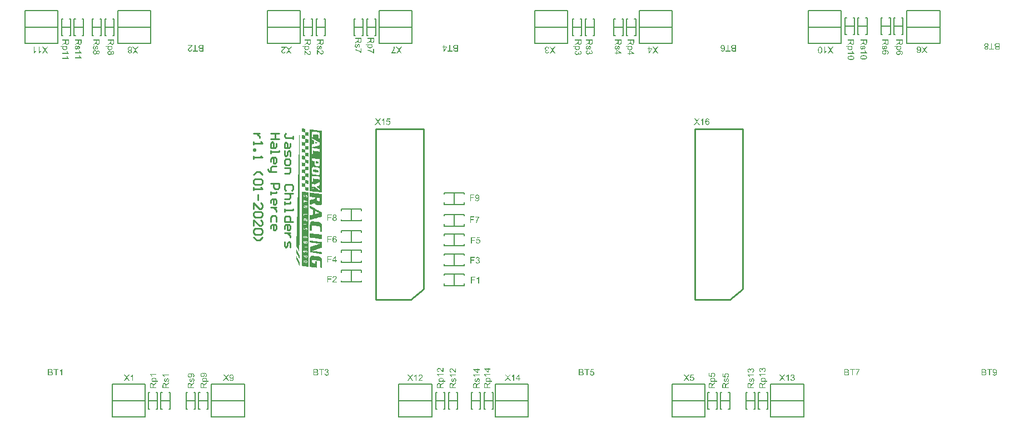
<source format=gto>
G04*
G04 #@! TF.GenerationSoftware,Altium Limited,Altium Designer,20.0.11 (256)*
G04*
G04 Layer_Color=65535*
%FSLAX25Y25*%
%MOIN*%
G70*
G01*
G75*
%ADD10C,0.00787*%
%ADD11C,0.00984*%
%ADD12C,0.00591*%
%ADD13C,0.01000*%
G36*
X176341Y179524D02*
X176647D01*
X176724D01*
X176800Y179447D01*
X177106D01*
X178025Y179371D01*
Y177304D01*
X177948D01*
X177642Y177380D01*
X177259D01*
X176953Y177457D01*
X175958Y177533D01*
Y179600D01*
X176111D01*
X176188D01*
X176341Y179524D01*
D02*
G37*
G36*
X178790Y177227D02*
X179097D01*
X180092Y177074D01*
Y174931D01*
X180015Y175007D01*
X179939D01*
X179786D01*
X179556Y175084D01*
X179250D01*
X178637Y175160D01*
X178331D01*
X178102D01*
Y175007D01*
X178025Y174701D01*
Y173170D01*
X177872D01*
X177642Y173247D01*
X177336D01*
X177030Y173323D01*
X175958Y173400D01*
Y175543D01*
X176111D01*
X176417D01*
X176647Y175467D01*
X176953D01*
X177030D01*
X177106D01*
X177489Y175390D01*
X177795Y175313D01*
X177872D01*
X177948D01*
X178025Y175467D01*
Y177304D01*
X178102D01*
X178255D01*
X178561D01*
X178790Y177227D01*
D02*
G37*
G36*
Y173093D02*
X179097D01*
X179173D01*
X179250D01*
X179632Y173017D01*
X179939Y172940D01*
X180015D01*
X180092D01*
Y170797D01*
X180015Y170950D01*
X179862D01*
X179632D01*
X179326Y171027D01*
X179020D01*
X178025Y171103D01*
X178102Y170108D01*
Y169036D01*
X179097Y168960D01*
X179173D01*
X179250D01*
X179632Y168883D01*
X179939Y168807D01*
X180015D01*
X180092D01*
Y166970D01*
X180015Y166893D01*
Y166816D01*
X179862D01*
X179632Y166893D01*
X179326D01*
X179020Y166970D01*
X178867D01*
X178561D01*
X178178Y167046D01*
X178102D01*
X178025D01*
Y164979D01*
X177948D01*
X177795D01*
X177566Y165056D01*
X177259D01*
X176953Y165132D01*
X175958Y165209D01*
Y167276D01*
X176035D01*
X176111D01*
X176264Y167199D01*
X176570D01*
X176877Y167123D01*
X177489Y167046D01*
X177795D01*
X178025D01*
Y168883D01*
X177948Y168960D01*
Y169036D01*
X177795D01*
X177566Y169113D01*
X177259D01*
X176953Y169189D01*
X176800D01*
X176494Y169266D01*
X176111Y169343D01*
X176035D01*
X175958D01*
Y171409D01*
X176111D01*
X176417D01*
X176724Y171333D01*
X177030D01*
X177106D01*
X177183D01*
X177566Y171256D01*
X177872Y171180D01*
X177948D01*
X178025D01*
Y173170D01*
X178178D01*
X178484D01*
X178790Y173093D01*
D02*
G37*
G36*
Y164903D02*
X179097D01*
X180092Y164750D01*
Y162683D01*
X180015D01*
X179939D01*
X179709Y162759D01*
X179479D01*
X179097Y162836D01*
X178484Y162912D01*
X178255Y162989D01*
X178102D01*
Y162836D01*
X178025Y162683D01*
Y160845D01*
X177872D01*
X177566Y160922D01*
X177259D01*
X176953Y160999D01*
X175958Y161075D01*
Y163218D01*
X176111D01*
X176417D01*
X176647Y163142D01*
X176953D01*
X177030D01*
X177106D01*
X177489Y163065D01*
X177795Y162989D01*
X177872D01*
X177948D01*
X178025Y163142D01*
Y164979D01*
X178102D01*
X178255D01*
X178561D01*
X178790Y164903D01*
D02*
G37*
G36*
X178331Y160769D02*
X178637D01*
X178944Y160692D01*
X179556Y160616D01*
X179862D01*
X180092D01*
Y158625D01*
X180015D01*
X179939D01*
X179786D01*
X179326Y158702D01*
X178637Y158779D01*
X178102Y158855D01*
Y158702D01*
X178025Y158396D01*
Y156788D01*
X177872D01*
X177566Y156865D01*
X177336D01*
X177030Y156941D01*
X176877D01*
X176570D01*
X176264Y157018D01*
X176035D01*
X175958D01*
Y159085D01*
X176111D01*
X176417D01*
X176724Y159008D01*
X177030D01*
X177106D01*
X177183D01*
X177566Y158932D01*
X177872Y158855D01*
X177948D01*
X178025D01*
Y160845D01*
X178102D01*
X178178D01*
X178331Y160769D01*
D02*
G37*
G36*
X178484Y156712D02*
X178790D01*
X179097Y156635D01*
X179173D01*
X179250D01*
X179632Y156559D01*
X179939Y156482D01*
X180015D01*
X180092D01*
Y154492D01*
X180015D01*
X179939D01*
X179632D01*
X179403Y154568D01*
X179097D01*
X179020D01*
X178944D01*
X178637Y154645D01*
X178255D01*
X178178Y154721D01*
X178102D01*
X178025D01*
Y152655D01*
X179020Y152578D01*
X179097D01*
X179173D01*
X179556Y152501D01*
X179862D01*
X179939Y152425D01*
X180015D01*
X180092D01*
Y150358D01*
X180015D01*
X179632D01*
X179403Y150435D01*
X179020Y150511D01*
X178637Y150588D01*
X178102Y150664D01*
X178025D01*
Y148598D01*
X178102Y148521D01*
X178178D01*
X178255D01*
X178561D01*
X179097Y148444D01*
X179173D01*
X179250D01*
X179556Y148368D01*
X179939D01*
X180015D01*
X180092D01*
Y146301D01*
X179939D01*
X179709Y146378D01*
X179403D01*
X179097Y146454D01*
X179020D01*
X178944D01*
X178561D01*
X178255Y146531D01*
X178102D01*
X178025D01*
Y144540D01*
X178102Y144464D01*
X178255D01*
X178561Y144387D01*
X178790D01*
X179097Y144311D01*
X180092Y144158D01*
Y142167D01*
X180015D01*
X179862D01*
X179786D01*
X179556Y142244D01*
X179403D01*
X179020D01*
X178025Y142397D01*
Y144464D01*
X177872D01*
X177642Y144540D01*
X177336D01*
X177030Y144617D01*
X176953D01*
X176877D01*
X176494D01*
X176188Y144693D01*
X176035D01*
X175958D01*
Y146760D01*
X176035D01*
X176188D01*
X176494D01*
X176724Y146684D01*
X177030D01*
X177106D01*
X177183D01*
X177489Y146607D01*
X177872Y146531D01*
X177948D01*
X178025D01*
Y148521D01*
X177030Y148674D01*
X176953D01*
X176877D01*
X176494D01*
X176188Y148751D01*
X176035D01*
X175958D01*
Y150894D01*
X176035D01*
X176188D01*
X176494D01*
X176724Y150817D01*
X177030D01*
X177106D01*
X177183D01*
X177489Y150741D01*
X177872Y150664D01*
X177948D01*
X178025D01*
Y152655D01*
X177030Y152808D01*
X176877D01*
X176570D01*
X176188Y152884D01*
X176111D01*
X176035D01*
X175958D01*
Y155028D01*
X176035D01*
X176111D01*
X176417Y154951D01*
X176647D01*
X177030Y154875D01*
X177412Y154798D01*
X177948Y154721D01*
X178025D01*
Y156788D01*
X178178D01*
X178484Y156712D01*
D02*
G37*
G36*
X181470Y178911D02*
X181929D01*
X182541Y178758D01*
X183383Y178682D01*
X184455Y178528D01*
X184532D01*
X184608D01*
X184991Y178452D01*
X185603Y178375D01*
X186216Y178299D01*
X186828D01*
X187441Y178222D01*
X187823Y178146D01*
X187976D01*
X188129D01*
Y141096D01*
X187976Y141172D01*
X187900D01*
X187747D01*
X187517Y141249D01*
X187058D01*
X186445Y141325D01*
X185527Y141402D01*
X184991Y141478D01*
X184379Y141555D01*
X180857Y142014D01*
Y178988D01*
X180934D01*
X181010D01*
X181164D01*
X181470Y178911D01*
D02*
G37*
G36*
X181393Y141019D02*
X181776D01*
X182388Y140866D01*
X183307Y140789D01*
X183843Y140713D01*
X184455Y140636D01*
X184532D01*
X184608D01*
X184991Y140560D01*
X185527Y140483D01*
X186216Y140407D01*
X186828Y140330D01*
X187364Y140253D01*
X187823D01*
X187900Y140177D01*
X187976D01*
X188129D01*
X187976Y137268D01*
Y134130D01*
X187900Y133976D01*
X187747Y133747D01*
X187517Y133594D01*
X187441D01*
X187134Y133517D01*
X186675D01*
X186292D01*
X185833Y133594D01*
X185757D01*
X185680D01*
X185221Y133670D01*
X184761D01*
X184608Y133747D01*
X184455D01*
X184379Y133823D01*
X184225Y133976D01*
X184072Y134206D01*
X183996Y134589D01*
Y134818D01*
X183766Y134742D01*
X183613Y134665D01*
X183307Y134589D01*
X182924Y134436D01*
X182388Y134283D01*
X182312D01*
X182159Y134206D01*
X181623Y133976D01*
X181087Y133823D01*
X180934Y133747D01*
X180857D01*
Y136579D01*
X181087Y136656D01*
X181240Y136732D01*
X181317D01*
X181393D01*
X181852Y136885D01*
X181929D01*
X182082D01*
X182312Y136962D01*
X182541D01*
X183996Y137421D01*
Y138034D01*
X183919Y138110D01*
X183766D01*
X183537Y138187D01*
X183307D01*
X182924Y138263D01*
X182388Y138340D01*
X182312D01*
X182159Y138416D01*
X181699Y138493D01*
X181623D01*
X181470D01*
X181087Y138569D01*
X181010D01*
X180934D01*
X180857D01*
Y141096D01*
X180934D01*
X181010D01*
X181087D01*
X181393Y141019D01*
D02*
G37*
G36*
X181010Y133058D02*
X181317Y132905D01*
X181546Y132828D01*
X181852Y132598D01*
X182235Y132445D01*
X182694Y132139D01*
X183230Y131833D01*
X183919Y131450D01*
X184685Y130991D01*
X185680Y130455D01*
X186675Y129843D01*
X187900Y129154D01*
X188129Y129077D01*
Y126551D01*
X184991Y125786D01*
X184838Y125709D01*
X184532Y125633D01*
X183996Y125556D01*
X183383Y125403D01*
X183230Y125326D01*
X182924Y125250D01*
X182465Y125173D01*
X182006Y125020D01*
X181929D01*
X181776Y124943D01*
X181623Y124867D01*
X181470D01*
X180857Y124714D01*
Y127393D01*
X181776Y127699D01*
X181852D01*
X181929D01*
X182235Y127776D01*
X182541Y127852D01*
X182694Y127929D01*
X182848D01*
Y130838D01*
X181776Y131374D01*
X180857Y131910D01*
Y133134D01*
X181010Y133058D01*
D02*
G37*
G36*
X182848Y123795D02*
X183230D01*
X183766Y123719D01*
X184379Y123642D01*
X184455D01*
X184761Y123566D01*
X185067D01*
X185527Y123489D01*
X185986D01*
X186369Y123413D01*
X186675Y123336D01*
X186828D01*
X186905D01*
X186981Y123259D01*
X187364Y123030D01*
X187823Y122647D01*
X188129Y122035D01*
Y117595D01*
X187976D01*
X187900D01*
X187670D01*
X187364D01*
X186905Y117671D01*
Y120351D01*
X186828Y120580D01*
Y120657D01*
X186752Y120733D01*
X186599Y120810D01*
X186522D01*
X186369Y120886D01*
X186063D01*
X185680Y120963D01*
X185144Y121039D01*
X184455Y121116D01*
X182388Y121346D01*
X182312Y121269D01*
X182235D01*
X182159Y121193D01*
Y118207D01*
X182082D01*
X182006D01*
X181776D01*
X181470Y118284D01*
X180857Y118360D01*
Y121728D01*
X180934Y122188D01*
Y122647D01*
X181010Y123030D01*
X181087Y123259D01*
X181164Y123336D01*
X181240Y123489D01*
X181317Y123566D01*
X181470Y123642D01*
X181776Y123795D01*
X182235Y123872D01*
X182312D01*
X182388D01*
X182618D01*
X182848Y123795D01*
D02*
G37*
G36*
X181164Y116600D02*
X181470D01*
X181929Y116523D01*
X182618Y116446D01*
X183460Y116370D01*
X184608Y116217D01*
X188129Y115758D01*
Y113231D01*
X187976D01*
X187900D01*
X187823D01*
X187517Y113308D01*
X187134D01*
X186522Y113384D01*
X185603Y113538D01*
X185067Y113614D01*
X184455Y113691D01*
X184302D01*
X183919Y113767D01*
X183307Y113844D01*
X182694D01*
X182006Y113920D01*
X181470Y113997D01*
X181010Y114073D01*
X180934D01*
X180857D01*
Y116676D01*
X180934D01*
X181010D01*
X181164Y116600D01*
D02*
G37*
G36*
X174504Y176002D02*
X174580Y175160D01*
Y109940D01*
X174504Y108791D01*
Y105347D01*
X174427Y105423D01*
Y105576D01*
X174274Y105806D01*
X174121Y106112D01*
X173968Y106495D01*
X173662Y107107D01*
X172819Y108868D01*
X173662Y144311D01*
Y145153D01*
X173738Y145842D01*
Y148674D01*
X173815Y149822D01*
Y151124D01*
X173891Y152578D01*
Y154033D01*
X173968Y155563D01*
X174044Y158779D01*
X174121Y162070D01*
X174197Y165362D01*
X174274Y168577D01*
Y171563D01*
X174351Y173017D01*
Y174242D01*
X174427Y175467D01*
Y177533D01*
X174504Y178299D01*
Y176002D01*
D02*
G37*
G36*
X181470Y112160D02*
X181852D01*
X182465Y112083D01*
X183307Y112007D01*
X184455Y111854D01*
X184532D01*
X184608D01*
X184991Y111777D01*
X185603Y111700D01*
X186216Y111624D01*
X186828Y111547D01*
X187441Y111471D01*
X187823Y111394D01*
X187976D01*
X188129Y111318D01*
Y108026D01*
X187594Y107873D01*
X187517D01*
X187364D01*
X187058Y107796D01*
X186981D01*
X186752Y107720D01*
X186445Y107567D01*
X185986Y107414D01*
X185910Y107337D01*
X185603Y107261D01*
X185144Y107107D01*
X184761Y106954D01*
X184685Y106878D01*
X184379Y106801D01*
X183919Y106648D01*
X183537Y106495D01*
X183460Y106418D01*
X183230Y106342D01*
X182618Y106189D01*
X182541D01*
X182465Y106112D01*
X182388D01*
X182465Y106036D01*
X182694D01*
X183001Y105959D01*
X183537Y105883D01*
X184225Y105806D01*
X185144Y105729D01*
X185297D01*
X185603Y105653D01*
X186063Y105576D01*
X186599Y105500D01*
X187134D01*
X187594Y105423D01*
X187900Y105347D01*
X188053D01*
X188129Y105270D01*
Y104505D01*
X188053Y104352D01*
X187976Y104275D01*
X187900D01*
X187823D01*
X187517Y104352D01*
X187441D01*
X187211D01*
X186752D01*
X186139Y104428D01*
X185986D01*
X185603Y104505D01*
X185067Y104581D01*
X184455Y104734D01*
X180934Y105117D01*
Y108409D01*
X183919Y109404D01*
X184072D01*
X184379Y109557D01*
X184838Y109710D01*
X185297Y109940D01*
X185450D01*
X185680Y110093D01*
X186063Y110169D01*
X186369Y110322D01*
X186445D01*
X186599D01*
X186752Y110399D01*
X186675D01*
X186445Y110476D01*
X186063D01*
X185527Y110552D01*
X184838Y110629D01*
X183919Y110782D01*
X183766D01*
X183460Y110858D01*
X183001D01*
X182541Y110935D01*
X182006Y111011D01*
X181470Y111088D01*
X181164D01*
X180934Y111164D01*
X180857D01*
Y112236D01*
X180934D01*
X181010D01*
X181164D01*
X181470Y112160D01*
D02*
G37*
G36*
X172896Y106725D02*
X173049Y106495D01*
X173126Y106418D01*
X173279Y106112D01*
X173432Y105729D01*
X173662Y105194D01*
X174580Y103356D01*
Y101519D01*
X174504Y101443D01*
Y101366D01*
X174427Y101443D01*
Y101596D01*
X174274Y101825D01*
X174121Y102132D01*
X173968Y102591D01*
X173662Y103203D01*
X172743Y105041D01*
Y106189D01*
X172819Y106495D01*
Y106878D01*
X172896Y106725D01*
D02*
G37*
G36*
X172819Y103050D02*
X172896Y102897D01*
X172973Y102667D01*
X173126Y102361D01*
X173355Y101902D01*
X173662Y101290D01*
X174580Y99299D01*
Y97462D01*
X174504Y97386D01*
Y97309D01*
X174427Y97386D01*
Y97539D01*
X174274Y97768D01*
X174121Y98151D01*
X173891Y98610D01*
X173585Y99223D01*
X172666Y101290D01*
Y102132D01*
X172743Y102438D01*
Y103127D01*
X172819Y103050D01*
D02*
G37*
G36*
X176877Y141555D02*
X177412D01*
X178102Y141402D01*
X178944Y141325D01*
X180015Y141172D01*
X180092D01*
Y99376D01*
X180015Y98687D01*
Y96620D01*
X179939D01*
X179786D01*
X179556D01*
X179173Y96697D01*
X178637Y96773D01*
X177948Y96850D01*
X177030Y97003D01*
X176035Y97156D01*
X175958D01*
Y141631D01*
X176035D01*
X176111D01*
X176188D01*
X176494D01*
X176877Y141555D01*
D02*
G37*
G36*
X183766Y103050D02*
X184455Y102974D01*
X184532D01*
X184761Y102897D01*
X185067D01*
X185450Y102821D01*
X185833Y102744D01*
X186216D01*
X186445Y102667D01*
X186599D01*
X186675D01*
X186752Y102591D01*
X187058Y102438D01*
X187441Y102208D01*
X187823Y101825D01*
Y101749D01*
X187900Y101672D01*
X187976Y101366D01*
Y101290D01*
X188053Y101213D01*
Y100677D01*
X188129Y100141D01*
Y96008D01*
X187976D01*
X187900D01*
X187747D01*
X187441Y96084D01*
X186905Y96161D01*
Y99835D01*
X186828Y99912D01*
X186752Y99988D01*
X186599Y100141D01*
X186522D01*
X186445D01*
X186292D01*
X186063Y100218D01*
X185680Y100294D01*
X185144Y100371D01*
X184455Y100447D01*
X184379D01*
X184149D01*
X183843Y100524D01*
X183460D01*
X183077Y100601D01*
X182771D01*
X182465Y100677D01*
X182388D01*
X182312D01*
X182159Y100524D01*
X182082Y100447D01*
Y99299D01*
X182159Y99146D01*
X182235Y99070D01*
X182388Y98917D01*
X182465Y98840D01*
X182771Y98763D01*
X183230Y98687D01*
X183996D01*
Y99988D01*
X184072D01*
X184149D01*
X184302D01*
X184685Y99912D01*
X185144Y99835D01*
Y96314D01*
X185067Y96084D01*
Y96008D01*
X184991D01*
X184838D01*
X184532Y96084D01*
X184225D01*
X183690Y96161D01*
X183001Y96237D01*
X182924D01*
X182694D01*
X182312Y96314D01*
X181929D01*
X181546Y96390D01*
X181240D01*
X181010Y96467D01*
X180857D01*
Y101749D01*
X180934Y102132D01*
Y102285D01*
X181010Y102361D01*
X181164Y102667D01*
X181470Y102897D01*
X182006Y103127D01*
X182082D01*
X182235D01*
X182465D01*
X182771D01*
X183154D01*
X183766Y103050D01*
D02*
G37*
G36*
X281196Y139873D02*
X281224D01*
X281263Y139867D01*
X281357Y139851D01*
X281462Y139829D01*
X281579Y139790D01*
X281696Y139740D01*
X281812Y139673D01*
X281818D01*
X281823Y139662D01*
X281840Y139651D01*
X281862Y139634D01*
X281918Y139590D01*
X281990Y139529D01*
X282062Y139446D01*
X282145Y139346D01*
X282217Y139229D01*
X282284Y139096D01*
Y139090D01*
X282289Y139079D01*
X282300Y139057D01*
X282312Y139029D01*
X282323Y138990D01*
X282339Y138941D01*
X282350Y138885D01*
X282367Y138824D01*
X282384Y138752D01*
X282400Y138669D01*
X282412Y138580D01*
X282423Y138486D01*
X282434Y138380D01*
X282445Y138269D01*
X282450Y138147D01*
Y138019D01*
Y138014D01*
Y137986D01*
Y137947D01*
Y137897D01*
X282445Y137836D01*
Y137764D01*
X282439Y137681D01*
X282428Y137598D01*
X282412Y137409D01*
X282384Y137209D01*
X282345Y137020D01*
X282317Y136926D01*
X282289Y136843D01*
Y136837D01*
X282284Y136826D01*
X282273Y136804D01*
X282262Y136770D01*
X282245Y136737D01*
X282223Y136693D01*
X282167Y136599D01*
X282101Y136493D01*
X282023Y136382D01*
X281923Y136277D01*
X281812Y136182D01*
X281806D01*
X281795Y136171D01*
X281779Y136160D01*
X281757Y136149D01*
X281723Y136132D01*
X281690Y136110D01*
X281646Y136088D01*
X281601Y136071D01*
X281496Y136027D01*
X281368Y135988D01*
X281229Y135966D01*
X281074Y135955D01*
X281030D01*
X281002Y135960D01*
X280963D01*
X280919Y135966D01*
X280813Y135988D01*
X280697Y136016D01*
X280574Y136060D01*
X280452Y136121D01*
X280391Y136160D01*
X280336Y136204D01*
X280330Y136210D01*
X280325Y136215D01*
X280308Y136232D01*
X280291Y136249D01*
X280269Y136277D01*
X280241Y136310D01*
X280186Y136388D01*
X280130Y136487D01*
X280075Y136610D01*
X280030Y136748D01*
X279997Y136909D01*
X280452Y136948D01*
Y136943D01*
X280458Y136932D01*
Y136920D01*
X280463Y136898D01*
X280480Y136837D01*
X280502Y136770D01*
X280530Y136693D01*
X280569Y136615D01*
X280613Y136543D01*
X280669Y136482D01*
X280674Y136476D01*
X280697Y136460D01*
X280735Y136437D01*
X280780Y136415D01*
X280841Y136388D01*
X280913Y136365D01*
X280996Y136349D01*
X281085Y136343D01*
X281124D01*
X281163Y136349D01*
X281213Y136354D01*
X281274Y136365D01*
X281335Y136382D01*
X281401Y136404D01*
X281462Y136437D01*
X281468Y136443D01*
X281490Y136454D01*
X281523Y136476D01*
X281557Y136510D01*
X281601Y136548D01*
X281646Y136593D01*
X281690Y136643D01*
X281734Y136704D01*
X281740Y136709D01*
X281751Y136737D01*
X281773Y136776D01*
X281795Y136826D01*
X281823Y136893D01*
X281851Y136970D01*
X281879Y137059D01*
X281906Y137159D01*
Y137165D01*
X281912Y137170D01*
Y137187D01*
X281918Y137209D01*
X281929Y137265D01*
X281945Y137337D01*
X281956Y137425D01*
X281967Y137520D01*
X281973Y137625D01*
X281979Y137736D01*
Y137742D01*
Y137758D01*
Y137786D01*
Y137831D01*
X281973Y137820D01*
X281951Y137792D01*
X281918Y137753D01*
X281879Y137697D01*
X281823Y137642D01*
X281757Y137581D01*
X281679Y137520D01*
X281590Y137464D01*
X281579Y137459D01*
X281546Y137442D01*
X281496Y137420D01*
X281435Y137398D01*
X281351Y137370D01*
X281263Y137348D01*
X281163Y137331D01*
X281057Y137326D01*
X281013D01*
X280980Y137331D01*
X280935Y137337D01*
X280891Y137342D01*
X280835Y137353D01*
X280780Y137370D01*
X280652Y137409D01*
X280586Y137436D01*
X280519Y137470D01*
X280447Y137509D01*
X280380Y137559D01*
X280314Y137609D01*
X280253Y137670D01*
X280247Y137675D01*
X280236Y137686D01*
X280225Y137703D01*
X280203Y137731D01*
X280175Y137769D01*
X280147Y137808D01*
X280119Y137858D01*
X280092Y137914D01*
X280058Y137975D01*
X280030Y138041D01*
X280003Y138119D01*
X279975Y138197D01*
X279953Y138286D01*
X279942Y138380D01*
X279931Y138474D01*
X279925Y138580D01*
Y138585D01*
Y138608D01*
Y138635D01*
X279931Y138674D01*
X279936Y138724D01*
X279942Y138785D01*
X279953Y138846D01*
X279970Y138918D01*
X280008Y139063D01*
X280036Y139140D01*
X280069Y139224D01*
X280108Y139301D01*
X280158Y139374D01*
X280208Y139451D01*
X280269Y139518D01*
X280275Y139523D01*
X280286Y139534D01*
X280303Y139551D01*
X280330Y139573D01*
X280363Y139601D01*
X280408Y139634D01*
X280452Y139662D01*
X280508Y139701D01*
X280563Y139734D01*
X280630Y139762D01*
X280780Y139823D01*
X280857Y139845D01*
X280946Y139862D01*
X281035Y139873D01*
X281129Y139878D01*
X281168D01*
X281196Y139873D01*
D02*
G37*
G36*
X279459Y139407D02*
X277372D01*
Y138219D01*
X279176D01*
Y137764D01*
X277372D01*
Y136021D01*
X276862D01*
Y139862D01*
X279459D01*
Y139407D01*
D02*
G37*
G36*
X591522Y35249D02*
X591549D01*
X591588Y35244D01*
X591683Y35227D01*
X591788Y35205D01*
X591905Y35166D01*
X592021Y35116D01*
X592138Y35050D01*
X592143D01*
X592149Y35038D01*
X592166Y35027D01*
X592188Y35011D01*
X592243Y34966D01*
X592315Y34905D01*
X592387Y34822D01*
X592471Y34722D01*
X592543Y34606D01*
X592610Y34472D01*
Y34467D01*
X592615Y34456D01*
X592626Y34433D01*
X592637Y34406D01*
X592648Y34367D01*
X592665Y34317D01*
X592676Y34261D01*
X592693Y34200D01*
X592709Y34128D01*
X592726Y34045D01*
X592737Y33956D01*
X592748Y33862D01*
X592759Y33756D01*
X592770Y33645D01*
X592776Y33523D01*
Y33396D01*
Y33390D01*
Y33362D01*
Y33323D01*
Y33274D01*
X592770Y33213D01*
Y33140D01*
X592765Y33057D01*
X592754Y32974D01*
X592737Y32785D01*
X592709Y32585D01*
X592670Y32397D01*
X592643Y32302D01*
X592615Y32219D01*
Y32214D01*
X592610Y32202D01*
X592598Y32180D01*
X592587Y32147D01*
X592571Y32114D01*
X592548Y32069D01*
X592493Y31975D01*
X592426Y31869D01*
X592349Y31758D01*
X592249Y31653D01*
X592138Y31559D01*
X592132D01*
X592121Y31547D01*
X592104Y31536D01*
X592082Y31525D01*
X592049Y31509D01*
X592016Y31486D01*
X591971Y31464D01*
X591927Y31448D01*
X591821Y31403D01*
X591694Y31364D01*
X591555Y31342D01*
X591400Y31331D01*
X591355D01*
X591327Y31337D01*
X591289D01*
X591244Y31342D01*
X591139Y31364D01*
X591022Y31392D01*
X590900Y31436D01*
X590778Y31497D01*
X590717Y31536D01*
X590661Y31581D01*
X590656Y31586D01*
X590650Y31592D01*
X590634Y31609D01*
X590617Y31625D01*
X590595Y31653D01*
X590567Y31686D01*
X590512Y31764D01*
X590456Y31864D01*
X590401Y31986D01*
X590356Y32125D01*
X590323Y32286D01*
X590778Y32324D01*
Y32319D01*
X590784Y32308D01*
Y32297D01*
X590789Y32274D01*
X590806Y32214D01*
X590828Y32147D01*
X590856Y32069D01*
X590895Y31991D01*
X590939Y31919D01*
X590994Y31858D01*
X591000Y31853D01*
X591022Y31836D01*
X591061Y31814D01*
X591105Y31792D01*
X591166Y31764D01*
X591239Y31742D01*
X591322Y31725D01*
X591411Y31719D01*
X591449D01*
X591488Y31725D01*
X591538Y31731D01*
X591599Y31742D01*
X591660Y31758D01*
X591727Y31781D01*
X591788Y31814D01*
X591794Y31819D01*
X591816Y31830D01*
X591849Y31853D01*
X591882Y31886D01*
X591927Y31925D01*
X591971Y31969D01*
X592016Y32019D01*
X592060Y32080D01*
X592066Y32086D01*
X592077Y32114D01*
X592099Y32152D01*
X592121Y32202D01*
X592149Y32269D01*
X592177Y32347D01*
X592204Y32436D01*
X592232Y32535D01*
Y32541D01*
X592238Y32546D01*
Y32563D01*
X592243Y32585D01*
X592254Y32641D01*
X592271Y32713D01*
X592282Y32802D01*
X592293Y32896D01*
X592299Y33002D01*
X592304Y33113D01*
Y33118D01*
Y33135D01*
Y33163D01*
Y33207D01*
X592299Y33196D01*
X592276Y33168D01*
X592243Y33129D01*
X592204Y33074D01*
X592149Y33018D01*
X592082Y32957D01*
X592004Y32896D01*
X591916Y32841D01*
X591905Y32835D01*
X591871Y32818D01*
X591821Y32796D01*
X591760Y32774D01*
X591677Y32746D01*
X591588Y32724D01*
X591488Y32707D01*
X591383Y32702D01*
X591338D01*
X591305Y32707D01*
X591261Y32713D01*
X591216Y32719D01*
X591161Y32730D01*
X591105Y32746D01*
X590978Y32785D01*
X590911Y32813D01*
X590845Y32846D01*
X590772Y32885D01*
X590706Y32935D01*
X590639Y32985D01*
X590578Y33046D01*
X590573Y33051D01*
X590561Y33063D01*
X590550Y33079D01*
X590528Y33107D01*
X590500Y33146D01*
X590473Y33185D01*
X590445Y33235D01*
X590417Y33290D01*
X590384Y33351D01*
X590356Y33418D01*
X590328Y33496D01*
X590301Y33573D01*
X590278Y33662D01*
X590267Y33756D01*
X590256Y33851D01*
X590251Y33956D01*
Y33962D01*
Y33984D01*
Y34012D01*
X590256Y34051D01*
X590262Y34100D01*
X590267Y34161D01*
X590278Y34223D01*
X590295Y34295D01*
X590334Y34439D01*
X590362Y34517D01*
X590395Y34600D01*
X590434Y34678D01*
X590484Y34750D01*
X590534Y34828D01*
X590595Y34894D01*
X590600Y34900D01*
X590612Y34911D01*
X590628Y34927D01*
X590656Y34950D01*
X590689Y34977D01*
X590734Y35011D01*
X590778Y35038D01*
X590834Y35077D01*
X590889Y35111D01*
X590956Y35138D01*
X591105Y35199D01*
X591183Y35222D01*
X591272Y35238D01*
X591361Y35249D01*
X591455Y35255D01*
X591494D01*
X591522Y35249D01*
D02*
G37*
G36*
X589918Y34783D02*
X588652D01*
Y31398D01*
X588142D01*
Y34783D01*
X586876D01*
Y35238D01*
X589918D01*
Y34783D01*
D02*
G37*
G36*
X585111Y35233D02*
X585156D01*
X585256Y35222D01*
X585367Y35210D01*
X585483Y35188D01*
X585600Y35160D01*
X585705Y35122D01*
X585711D01*
X585716Y35116D01*
X585750Y35100D01*
X585800Y35072D01*
X585855Y35033D01*
X585922Y34983D01*
X585994Y34922D01*
X586060Y34844D01*
X586122Y34761D01*
X586127Y34750D01*
X586144Y34716D01*
X586171Y34672D01*
X586199Y34606D01*
X586227Y34528D01*
X586255Y34445D01*
X586271Y34350D01*
X586277Y34256D01*
Y34245D01*
Y34217D01*
X586271Y34167D01*
X586260Y34106D01*
X586244Y34034D01*
X586216Y33956D01*
X586183Y33878D01*
X586138Y33795D01*
X586133Y33784D01*
X586116Y33762D01*
X586083Y33718D01*
X586038Y33673D01*
X585983Y33618D01*
X585916Y33557D01*
X585833Y33501D01*
X585739Y33446D01*
X585744D01*
X585755Y33440D01*
X585772Y33435D01*
X585794Y33423D01*
X585861Y33401D01*
X585938Y33362D01*
X586022Y33312D01*
X586116Y33251D01*
X586199Y33179D01*
X586277Y33090D01*
X586282Y33079D01*
X586305Y33046D01*
X586338Y32996D01*
X586371Y32929D01*
X586405Y32841D01*
X586438Y32746D01*
X586460Y32635D01*
X586466Y32513D01*
Y32508D01*
Y32502D01*
Y32469D01*
X586460Y32413D01*
X586449Y32347D01*
X586438Y32269D01*
X586416Y32186D01*
X586388Y32097D01*
X586349Y32008D01*
X586343Y31997D01*
X586327Y31969D01*
X586305Y31930D01*
X586271Y31875D01*
X586227Y31819D01*
X586183Y31758D01*
X586127Y31697D01*
X586066Y31647D01*
X586060Y31642D01*
X586038Y31625D01*
X585999Y31603D01*
X585950Y31581D01*
X585888Y31547D01*
X585816Y31514D01*
X585739Y31486D01*
X585644Y31459D01*
X585633D01*
X585600Y31448D01*
X585544Y31442D01*
X585472Y31431D01*
X585383Y31420D01*
X585278Y31409D01*
X585161Y31403D01*
X585028Y31398D01*
X583563D01*
Y35238D01*
X585073D01*
X585111Y35233D01*
D02*
G37*
G36*
X594390Y226770D02*
X592880D01*
X592841Y226775D01*
X592797D01*
X592697Y226786D01*
X592586Y226797D01*
X592470Y226820D01*
X592353Y226847D01*
X592247Y226886D01*
X592242D01*
X592236Y226892D01*
X592203Y226908D01*
X592153Y226936D01*
X592098Y226975D01*
X592031Y227025D01*
X591959Y227086D01*
X591892Y227164D01*
X591831Y227247D01*
X591826Y227258D01*
X591809Y227291D01*
X591781Y227336D01*
X591753Y227402D01*
X591726Y227480D01*
X591698Y227563D01*
X591681Y227658D01*
X591676Y227752D01*
Y227763D01*
Y227791D01*
X591681Y227841D01*
X591692Y227902D01*
X591709Y227974D01*
X591737Y228052D01*
X591770Y228129D01*
X591815Y228213D01*
X591820Y228224D01*
X591837Y228246D01*
X591870Y228290D01*
X591915Y228335D01*
X591970Y228390D01*
X592037Y228451D01*
X592120Y228507D01*
X592214Y228562D01*
X592209D01*
X592198Y228568D01*
X592181Y228573D01*
X592159Y228585D01*
X592092Y228607D01*
X592014Y228645D01*
X591931Y228696D01*
X591837Y228756D01*
X591753Y228829D01*
X591676Y228918D01*
X591670Y228929D01*
X591648Y228962D01*
X591615Y229012D01*
X591581Y229078D01*
X591548Y229167D01*
X591515Y229262D01*
X591493Y229373D01*
X591487Y229495D01*
Y229500D01*
Y229506D01*
Y229539D01*
X591493Y229595D01*
X591504Y229661D01*
X591515Y229739D01*
X591537Y229822D01*
X591565Y229911D01*
X591604Y230000D01*
X591609Y230011D01*
X591626Y230039D01*
X591648Y230077D01*
X591681Y230133D01*
X591726Y230188D01*
X591770Y230250D01*
X591826Y230311D01*
X591887Y230361D01*
X591892Y230366D01*
X591915Y230383D01*
X591953Y230405D01*
X592003Y230427D01*
X592064Y230460D01*
X592136Y230494D01*
X592214Y230521D01*
X592309Y230549D01*
X592320D01*
X592353Y230560D01*
X592408Y230566D01*
X592481Y230577D01*
X592569Y230588D01*
X592675Y230599D01*
X592791Y230605D01*
X592925Y230610D01*
X594390D01*
Y226770D01*
D02*
G37*
G36*
X589811Y227225D02*
X591076D01*
Y226770D01*
X588035D01*
Y227225D01*
X589300D01*
Y230610D01*
X589811D01*
Y227225D01*
D02*
G37*
G36*
X586537Y230671D02*
X586587Y230666D01*
X586642Y230660D01*
X586703Y230649D01*
X586770Y230632D01*
X586919Y230594D01*
X586997Y230566D01*
X587069Y230538D01*
X587147Y230499D01*
X587225Y230455D01*
X587297Y230405D01*
X587363Y230344D01*
X587369Y230338D01*
X587380Y230327D01*
X587397Y230311D01*
X587419Y230283D01*
X587441Y230250D01*
X587474Y230211D01*
X587502Y230166D01*
X587535Y230111D01*
X587569Y230055D01*
X587597Y229989D01*
X587652Y229850D01*
X587674Y229767D01*
X587691Y229683D01*
X587702Y229595D01*
X587708Y229506D01*
Y229500D01*
Y229489D01*
Y229467D01*
X587702Y229445D01*
Y229411D01*
X587697Y229373D01*
X587685Y229284D01*
X587663Y229184D01*
X587630Y229084D01*
X587580Y228978D01*
X587519Y228879D01*
Y228873D01*
X587508Y228868D01*
X587486Y228840D01*
X587441Y228795D01*
X587380Y228740D01*
X587302Y228684D01*
X587208Y228623D01*
X587103Y228573D01*
X586975Y228535D01*
X586980D01*
X586986Y228529D01*
X587003Y228523D01*
X587025Y228512D01*
X587075Y228490D01*
X587142Y228457D01*
X587214Y228412D01*
X587286Y228357D01*
X587352Y228296D01*
X587413Y228229D01*
X587419Y228218D01*
X587436Y228196D01*
X587458Y228152D01*
X587480Y228096D01*
X587508Y228024D01*
X587530Y227941D01*
X587547Y227846D01*
X587552Y227746D01*
Y227741D01*
Y227730D01*
Y227708D01*
X587547Y227674D01*
X587541Y227641D01*
X587535Y227597D01*
X587513Y227502D01*
X587480Y227391D01*
X587425Y227275D01*
X587391Y227214D01*
X587352Y227153D01*
X587302Y227097D01*
X587253Y227042D01*
X587247Y227036D01*
X587236Y227030D01*
X587219Y227014D01*
X587197Y226997D01*
X587169Y226975D01*
X587130Y226953D01*
X587086Y226925D01*
X587042Y226897D01*
X586986Y226870D01*
X586925Y226842D01*
X586858Y226820D01*
X586786Y226797D01*
X586631Y226764D01*
X586542Y226759D01*
X586453Y226753D01*
X586403D01*
X586370Y226759D01*
X586326Y226764D01*
X586276Y226770D01*
X586220Y226775D01*
X586165Y226792D01*
X586031Y226825D01*
X585898Y226875D01*
X585832Y226908D01*
X585765Y226947D01*
X585704Y226997D01*
X585643Y227047D01*
X585637Y227053D01*
X585632Y227058D01*
X585615Y227075D01*
X585593Y227097D01*
X585571Y227130D01*
X585543Y227164D01*
X585488Y227247D01*
X585432Y227352D01*
X585382Y227474D01*
X585343Y227613D01*
X585338Y227685D01*
X585332Y227763D01*
Y227769D01*
Y227774D01*
Y227807D01*
X585338Y227857D01*
X585349Y227919D01*
X585365Y227996D01*
X585393Y228074D01*
X585427Y228152D01*
X585476Y228229D01*
X585482Y228240D01*
X585504Y228263D01*
X585537Y228296D01*
X585582Y228340D01*
X585643Y228390D01*
X585715Y228440D01*
X585798Y228490D01*
X585898Y228535D01*
X585893D01*
X585882Y228540D01*
X585865Y228546D01*
X585843Y228557D01*
X585776Y228585D01*
X585699Y228623D01*
X585615Y228679D01*
X585526Y228740D01*
X585443Y228818D01*
X585365Y228906D01*
Y228912D01*
X585360Y228918D01*
X585338Y228951D01*
X585304Y229006D01*
X585271Y229078D01*
X585238Y229167D01*
X585205Y229273D01*
X585182Y229389D01*
X585177Y229517D01*
Y229522D01*
Y229539D01*
Y229567D01*
X585182Y229600D01*
X585188Y229639D01*
X585193Y229689D01*
X585205Y229744D01*
X585221Y229805D01*
X585260Y229933D01*
X585288Y230005D01*
X585327Y230072D01*
X585365Y230144D01*
X585410Y230211D01*
X585465Y230277D01*
X585526Y230344D01*
X585532Y230349D01*
X585543Y230361D01*
X585560Y230377D01*
X585588Y230394D01*
X585626Y230421D01*
X585665Y230449D01*
X585715Y230477D01*
X585771Y230510D01*
X585832Y230544D01*
X585904Y230571D01*
X585982Y230599D01*
X586059Y230627D01*
X586148Y230644D01*
X586242Y230660D01*
X586337Y230671D01*
X586442Y230677D01*
X586498D01*
X586537Y230671D01*
D02*
G37*
G36*
X510487Y34816D02*
X510481Y34811D01*
X510470Y34800D01*
X510448Y34778D01*
X510426Y34744D01*
X510393Y34705D01*
X510348Y34661D01*
X510304Y34606D01*
X510254Y34539D01*
X510204Y34472D01*
X510143Y34395D01*
X510082Y34306D01*
X510021Y34217D01*
X509954Y34117D01*
X509888Y34012D01*
X509821Y33895D01*
X509754Y33779D01*
X509749Y33773D01*
X509738Y33751D01*
X509721Y33718D01*
X509693Y33668D01*
X509666Y33606D01*
X509632Y33540D01*
X509593Y33462D01*
X509555Y33373D01*
X509510Y33274D01*
X509460Y33174D01*
X509416Y33063D01*
X509371Y32946D01*
X509283Y32707D01*
X509199Y32452D01*
Y32447D01*
X509194Y32430D01*
X509188Y32402D01*
X509177Y32369D01*
X509166Y32324D01*
X509155Y32269D01*
X509138Y32208D01*
X509127Y32141D01*
X509111Y32064D01*
X509094Y31980D01*
X509066Y31803D01*
X509038Y31609D01*
X509022Y31398D01*
X508539D01*
Y31403D01*
Y31420D01*
Y31442D01*
X508544Y31475D01*
Y31520D01*
X508550Y31575D01*
X508556Y31636D01*
X508561Y31703D01*
X508572Y31781D01*
X508583Y31858D01*
X508600Y31953D01*
X508617Y32047D01*
X508633Y32147D01*
X508656Y32258D01*
X508711Y32485D01*
Y32491D01*
X508716Y32513D01*
X508728Y32546D01*
X508744Y32596D01*
X508761Y32652D01*
X508783Y32719D01*
X508805Y32796D01*
X508839Y32879D01*
X508872Y32974D01*
X508905Y33068D01*
X508989Y33279D01*
X509088Y33501D01*
X509199Y33723D01*
X509205Y33729D01*
X509216Y33751D01*
X509233Y33779D01*
X509255Y33823D01*
X509283Y33873D01*
X509321Y33934D01*
X509360Y34001D01*
X509405Y34073D01*
X509510Y34234D01*
X509621Y34400D01*
X509749Y34572D01*
X509882Y34733D01*
X508001D01*
Y35188D01*
X510487D01*
Y34816D01*
D02*
G37*
G36*
X507634Y34783D02*
X506369D01*
Y31398D01*
X505858D01*
Y34783D01*
X504593D01*
Y35238D01*
X507634D01*
Y34783D01*
D02*
G37*
G36*
X502828Y35233D02*
X502872D01*
X502972Y35222D01*
X503083Y35210D01*
X503200Y35188D01*
X503316Y35160D01*
X503422Y35122D01*
X503427D01*
X503433Y35116D01*
X503466Y35100D01*
X503516Y35072D01*
X503572Y35033D01*
X503638Y34983D01*
X503710Y34922D01*
X503777Y34844D01*
X503838Y34761D01*
X503844Y34750D01*
X503860Y34716D01*
X503888Y34672D01*
X503916Y34606D01*
X503943Y34528D01*
X503971Y34445D01*
X503988Y34350D01*
X503994Y34256D01*
Y34245D01*
Y34217D01*
X503988Y34167D01*
X503977Y34106D01*
X503960Y34034D01*
X503932Y33956D01*
X503899Y33878D01*
X503855Y33795D01*
X503849Y33784D01*
X503832Y33762D01*
X503799Y33718D01*
X503755Y33673D01*
X503699Y33618D01*
X503633Y33557D01*
X503549Y33501D01*
X503455Y33446D01*
X503461D01*
X503472Y33440D01*
X503488Y33435D01*
X503511Y33423D01*
X503577Y33401D01*
X503655Y33362D01*
X503738Y33312D01*
X503832Y33251D01*
X503916Y33179D01*
X503994Y33090D01*
X503999Y33079D01*
X504021Y33046D01*
X504054Y32996D01*
X504088Y32929D01*
X504121Y32841D01*
X504154Y32746D01*
X504177Y32635D01*
X504182Y32513D01*
Y32508D01*
Y32502D01*
Y32469D01*
X504177Y32413D01*
X504166Y32347D01*
X504154Y32269D01*
X504132Y32186D01*
X504105Y32097D01*
X504066Y32008D01*
X504060Y31997D01*
X504043Y31969D01*
X504021Y31930D01*
X503988Y31875D01*
X503943Y31819D01*
X503899Y31758D01*
X503844Y31697D01*
X503783Y31647D01*
X503777Y31642D01*
X503755Y31625D01*
X503716Y31603D01*
X503666Y31581D01*
X503605Y31547D01*
X503533Y31514D01*
X503455Y31486D01*
X503361Y31459D01*
X503350D01*
X503316Y31448D01*
X503261Y31442D01*
X503189Y31431D01*
X503100Y31420D01*
X502994Y31409D01*
X502878Y31403D01*
X502745Y31398D01*
X501279D01*
Y35238D01*
X502789D01*
X502828Y35233D01*
D02*
G37*
G36*
X428377Y229589D02*
X428421D01*
X428471Y229583D01*
X428527Y229572D01*
X428593Y229555D01*
X428660Y229539D01*
X428738Y229517D01*
X428815Y229489D01*
X428893Y229455D01*
X428976Y229411D01*
X429054Y229361D01*
X429132Y229306D01*
X429209Y229239D01*
X429282Y229161D01*
X429287Y229156D01*
X429298Y229139D01*
X429315Y229117D01*
X429337Y229078D01*
X429370Y229028D01*
X429398Y228973D01*
X429431Y228900D01*
X429465Y228823D01*
X429503Y228728D01*
X429537Y228623D01*
X429565Y228506D01*
X429592Y228379D01*
X429620Y228234D01*
X429637Y228079D01*
X429648Y227912D01*
X429653Y227735D01*
Y227729D01*
Y227724D01*
Y227707D01*
Y227685D01*
X429648Y227629D01*
Y227552D01*
X429642Y227463D01*
X429631Y227358D01*
X429620Y227241D01*
X429603Y227113D01*
X429581Y226986D01*
X429553Y226847D01*
X429520Y226714D01*
X429481Y226581D01*
X429431Y226453D01*
X429376Y226331D01*
X429315Y226214D01*
X429243Y226114D01*
X429237Y226109D01*
X429226Y226098D01*
X429204Y226076D01*
X429176Y226042D01*
X429143Y226009D01*
X429098Y225976D01*
X429043Y225931D01*
X428987Y225892D01*
X428921Y225853D01*
X428849Y225809D01*
X428765Y225776D01*
X428682Y225737D01*
X428588Y225709D01*
X428488Y225687D01*
X428382Y225676D01*
X428271Y225670D01*
X428227D01*
X428194Y225676D01*
X428155D01*
X428111Y225681D01*
X428005Y225704D01*
X427888Y225731D01*
X427766Y225776D01*
X427644Y225842D01*
X427583Y225881D01*
X427528Y225926D01*
X427522Y225931D01*
X427517Y225937D01*
X427500Y225953D01*
X427483Y225970D01*
X427456Y225998D01*
X427433Y226031D01*
X427372Y226109D01*
X427311Y226209D01*
X427256Y226331D01*
X427206Y226469D01*
X427173Y226625D01*
X427644Y226664D01*
Y226658D01*
X427650Y226653D01*
X427655Y226619D01*
X427672Y226569D01*
X427694Y226508D01*
X427716Y226442D01*
X427750Y226375D01*
X427789Y226314D01*
X427827Y226264D01*
X427839Y226253D01*
X427861Y226231D01*
X427900Y226198D01*
X427955Y226159D01*
X428027Y226125D01*
X428105Y226092D01*
X428199Y226070D01*
X428299Y226059D01*
X428338D01*
X428382Y226064D01*
X428432Y226076D01*
X428499Y226092D01*
X428566Y226114D01*
X428632Y226142D01*
X428699Y226186D01*
X428710Y226192D01*
X428738Y226214D01*
X428777Y226253D01*
X428826Y226309D01*
X428882Y226375D01*
X428943Y226453D01*
X428998Y226553D01*
X429054Y226664D01*
Y226669D01*
X429060Y226680D01*
X429065Y226697D01*
X429076Y226719D01*
X429082Y226753D01*
X429093Y226791D01*
X429104Y226836D01*
X429115Y226891D01*
X429132Y226952D01*
X429143Y227019D01*
X429154Y227091D01*
X429159Y227169D01*
X429171Y227258D01*
X429176Y227346D01*
X429182Y227446D01*
Y227546D01*
X429176Y227541D01*
X429154Y227507D01*
X429115Y227463D01*
X429065Y227408D01*
X429010Y227341D01*
X428937Y227280D01*
X428860Y227219D01*
X428771Y227163D01*
X428765D01*
X428760Y227158D01*
X428726Y227141D01*
X428677Y227124D01*
X428610Y227097D01*
X428532Y227075D01*
X428443Y227058D01*
X428349Y227041D01*
X428249Y227036D01*
X428205D01*
X428171Y227041D01*
X428127Y227047D01*
X428083Y227052D01*
X428027Y227063D01*
X427972Y227080D01*
X427844Y227119D01*
X427777Y227147D01*
X427711Y227186D01*
X427644Y227224D01*
X427572Y227269D01*
X427505Y227324D01*
X427444Y227385D01*
X427439Y227391D01*
X427428Y227402D01*
X427411Y227419D01*
X427394Y227446D01*
X427367Y227485D01*
X427339Y227524D01*
X427311Y227574D01*
X427278Y227629D01*
X427245Y227691D01*
X427217Y227757D01*
X427189Y227835D01*
X427161Y227912D01*
X427145Y227996D01*
X427128Y228090D01*
X427117Y228185D01*
X427111Y228284D01*
Y228290D01*
Y228301D01*
Y228318D01*
Y228345D01*
X427117Y228379D01*
Y228412D01*
X427134Y228501D01*
X427150Y228606D01*
X427178Y228717D01*
X427217Y228839D01*
X427272Y228956D01*
Y228961D01*
X427278Y228967D01*
X427289Y228984D01*
X427300Y229006D01*
X427333Y229061D01*
X427383Y229134D01*
X427444Y229211D01*
X427517Y229289D01*
X427605Y229367D01*
X427700Y229433D01*
X427705D01*
X427711Y229439D01*
X427728Y229450D01*
X427750Y229455D01*
X427805Y229483D01*
X427877Y229511D01*
X427972Y229544D01*
X428077Y229566D01*
X428194Y229589D01*
X428321Y229594D01*
X428349D01*
X428377Y229589D01*
D02*
G37*
G36*
X436319Y225687D02*
X434809D01*
X434770Y225693D01*
X434726D01*
X434626Y225704D01*
X434515Y225715D01*
X434399Y225737D01*
X434282Y225765D01*
X434177Y225803D01*
X434171D01*
X434165Y225809D01*
X434132Y225826D01*
X434082Y225853D01*
X434027Y225892D01*
X433960Y225942D01*
X433888Y226003D01*
X433821Y226081D01*
X433760Y226164D01*
X433755Y226175D01*
X433738Y226209D01*
X433710Y226253D01*
X433683Y226320D01*
X433655Y226397D01*
X433627Y226481D01*
X433610Y226575D01*
X433605Y226669D01*
Y226680D01*
Y226708D01*
X433610Y226758D01*
X433622Y226819D01*
X433638Y226891D01*
X433666Y226969D01*
X433699Y227047D01*
X433744Y227130D01*
X433749Y227141D01*
X433766Y227163D01*
X433799Y227208D01*
X433844Y227252D01*
X433899Y227308D01*
X433966Y227369D01*
X434049Y227424D01*
X434143Y227480D01*
X434138D01*
X434127Y227485D01*
X434110Y227491D01*
X434088Y227502D01*
X434021Y227524D01*
X433944Y227563D01*
X433860Y227613D01*
X433766Y227674D01*
X433683Y227746D01*
X433605Y227835D01*
X433599Y227846D01*
X433577Y227879D01*
X433544Y227929D01*
X433511Y227996D01*
X433477Y228085D01*
X433444Y228179D01*
X433422Y228290D01*
X433416Y228412D01*
Y228418D01*
Y228423D01*
Y228456D01*
X433422Y228512D01*
X433433Y228578D01*
X433444Y228656D01*
X433466Y228740D01*
X433494Y228828D01*
X433533Y228917D01*
X433538Y228928D01*
X433555Y228956D01*
X433577Y228995D01*
X433610Y229050D01*
X433655Y229106D01*
X433699Y229167D01*
X433755Y229228D01*
X433816Y229278D01*
X433821Y229283D01*
X433844Y229300D01*
X433882Y229322D01*
X433932Y229344D01*
X433993Y229378D01*
X434066Y229411D01*
X434143Y229439D01*
X434238Y229467D01*
X434249D01*
X434282Y229478D01*
X434338Y229483D01*
X434410Y229494D01*
X434499Y229505D01*
X434604Y229517D01*
X434721Y229522D01*
X434854Y229528D01*
X436319D01*
Y225687D01*
D02*
G37*
G36*
X431740Y226142D02*
X433006D01*
Y225687D01*
X429964D01*
Y226142D01*
X431230D01*
Y229528D01*
X431740D01*
Y226142D01*
D02*
G37*
G36*
X351178Y34739D02*
X349641D01*
X349435Y33701D01*
X349441Y33706D01*
X349452Y33712D01*
X349469Y33723D01*
X349496Y33740D01*
X349530Y33756D01*
X349569Y33779D01*
X349657Y33823D01*
X349768Y33867D01*
X349890Y33906D01*
X350024Y33934D01*
X350090Y33945D01*
X350212D01*
X350246Y33939D01*
X350290Y33934D01*
X350340Y33928D01*
X350395Y33917D01*
X350457Y33901D01*
X350590Y33862D01*
X350662Y33834D01*
X350734Y33795D01*
X350806Y33756D01*
X350878Y33712D01*
X350945Y33656D01*
X351011Y33595D01*
X351017Y33590D01*
X351028Y33579D01*
X351045Y33562D01*
X351067Y33534D01*
X351095Y33496D01*
X351122Y33457D01*
X351156Y33407D01*
X351189Y33351D01*
X351217Y33290D01*
X351250Y33224D01*
X351278Y33146D01*
X351306Y33068D01*
X351328Y32985D01*
X351344Y32891D01*
X351356Y32796D01*
X351361Y32696D01*
Y32691D01*
Y32674D01*
Y32646D01*
X351356Y32607D01*
X351350Y32563D01*
X351344Y32513D01*
X351333Y32452D01*
X351322Y32391D01*
X351289Y32247D01*
X351234Y32097D01*
X351200Y32019D01*
X351156Y31947D01*
X351111Y31869D01*
X351056Y31797D01*
X351050Y31792D01*
X351039Y31775D01*
X351017Y31753D01*
X350989Y31725D01*
X350951Y31692D01*
X350906Y31647D01*
X350851Y31609D01*
X350789Y31564D01*
X350723Y31520D01*
X350645Y31481D01*
X350562Y31442D01*
X350473Y31403D01*
X350379Y31375D01*
X350273Y31353D01*
X350162Y31337D01*
X350046Y31331D01*
X349996D01*
X349957Y31337D01*
X349913Y31342D01*
X349863Y31348D01*
X349802Y31353D01*
X349741Y31370D01*
X349602Y31403D01*
X349463Y31453D01*
X349391Y31486D01*
X349319Y31525D01*
X349252Y31570D01*
X349186Y31620D01*
X349180Y31625D01*
X349169Y31631D01*
X349158Y31653D01*
X349136Y31675D01*
X349108Y31703D01*
X349080Y31736D01*
X349047Y31781D01*
X349019Y31830D01*
X348986Y31881D01*
X348953Y31942D01*
X348891Y32075D01*
X348842Y32230D01*
X348825Y32313D01*
X348814Y32402D01*
X349308Y32441D01*
Y32436D01*
Y32424D01*
X349313Y32408D01*
X349319Y32380D01*
X349335Y32319D01*
X349358Y32236D01*
X349391Y32152D01*
X349435Y32058D01*
X349491Y31975D01*
X349557Y31897D01*
X349569Y31892D01*
X349591Y31869D01*
X349635Y31842D01*
X349696Y31808D01*
X349763Y31775D01*
X349846Y31747D01*
X349940Y31725D01*
X350046Y31719D01*
X350079D01*
X350101Y31725D01*
X350168Y31731D01*
X350246Y31753D01*
X350340Y31781D01*
X350434Y31825D01*
X350534Y31892D01*
X350579Y31930D01*
X350623Y31975D01*
X350629Y31980D01*
X350634Y31986D01*
X350645Y32003D01*
X350662Y32019D01*
X350701Y32080D01*
X350745Y32158D01*
X350784Y32252D01*
X350823Y32369D01*
X350851Y32508D01*
X350862Y32580D01*
Y32658D01*
Y32663D01*
Y32674D01*
Y32696D01*
X350856Y32724D01*
Y32757D01*
X350851Y32796D01*
X350834Y32885D01*
X350806Y32991D01*
X350767Y33096D01*
X350712Y33196D01*
X350634Y33290D01*
Y33296D01*
X350623Y33301D01*
X350595Y33329D01*
X350545Y33368D01*
X350479Y33412D01*
X350390Y33451D01*
X350290Y33490D01*
X350173Y33518D01*
X350107Y33529D01*
X350001D01*
X349957Y33523D01*
X349902Y33518D01*
X349835Y33501D01*
X349768Y33484D01*
X349696Y33457D01*
X349624Y33423D01*
X349619Y33418D01*
X349596Y33407D01*
X349563Y33379D01*
X349519Y33351D01*
X349474Y33312D01*
X349430Y33262D01*
X349380Y33213D01*
X349341Y33151D01*
X348897Y33213D01*
X349269Y35188D01*
X351178D01*
Y34739D01*
D02*
G37*
G36*
X348481Y34783D02*
X347215D01*
Y31398D01*
X346705D01*
Y34783D01*
X345439D01*
Y35238D01*
X348481D01*
Y34783D01*
D02*
G37*
G36*
X343674Y35233D02*
X343719D01*
X343819Y35222D01*
X343930Y35210D01*
X344046Y35188D01*
X344163Y35160D01*
X344268Y35122D01*
X344274D01*
X344279Y35116D01*
X344313Y35100D01*
X344363Y35072D01*
X344418Y35033D01*
X344485Y34983D01*
X344557Y34922D01*
X344623Y34844D01*
X344685Y34761D01*
X344690Y34750D01*
X344707Y34716D01*
X344735Y34672D01*
X344762Y34606D01*
X344790Y34528D01*
X344818Y34445D01*
X344834Y34350D01*
X344840Y34256D01*
Y34245D01*
Y34217D01*
X344834Y34167D01*
X344823Y34106D01*
X344807Y34034D01*
X344779Y33956D01*
X344746Y33878D01*
X344701Y33795D01*
X344696Y33784D01*
X344679Y33762D01*
X344646Y33718D01*
X344601Y33673D01*
X344546Y33618D01*
X344479Y33557D01*
X344396Y33501D01*
X344302Y33446D01*
X344307D01*
X344318Y33440D01*
X344335Y33435D01*
X344357Y33423D01*
X344424Y33401D01*
X344501Y33362D01*
X344585Y33312D01*
X344679Y33251D01*
X344762Y33179D01*
X344840Y33090D01*
X344846Y33079D01*
X344868Y33046D01*
X344901Y32996D01*
X344934Y32929D01*
X344968Y32841D01*
X345001Y32746D01*
X345023Y32635D01*
X345029Y32513D01*
Y32508D01*
Y32502D01*
Y32469D01*
X345023Y32413D01*
X345012Y32347D01*
X345001Y32269D01*
X344979Y32186D01*
X344951Y32097D01*
X344912Y32008D01*
X344906Y31997D01*
X344890Y31969D01*
X344868Y31930D01*
X344834Y31875D01*
X344790Y31819D01*
X344746Y31758D01*
X344690Y31697D01*
X344629Y31647D01*
X344623Y31642D01*
X344601Y31625D01*
X344562Y31603D01*
X344513Y31581D01*
X344451Y31547D01*
X344379Y31514D01*
X344302Y31486D01*
X344207Y31459D01*
X344196D01*
X344163Y31448D01*
X344107Y31442D01*
X344035Y31431D01*
X343946Y31420D01*
X343841Y31409D01*
X343724Y31403D01*
X343591Y31398D01*
X342126D01*
Y35238D01*
X343636D01*
X343674Y35233D01*
D02*
G37*
G36*
X269587Y225687D02*
X268077D01*
X268038Y225693D01*
X267994D01*
X267894Y225704D01*
X267783Y225715D01*
X267666Y225737D01*
X267550Y225765D01*
X267444Y225803D01*
X267439D01*
X267433Y225809D01*
X267400Y225826D01*
X267350Y225853D01*
X267295Y225892D01*
X267228Y225942D01*
X267156Y226003D01*
X267089Y226081D01*
X267028Y226164D01*
X267022Y226175D01*
X267006Y226209D01*
X266978Y226253D01*
X266950Y226320D01*
X266923Y226397D01*
X266895Y226481D01*
X266878Y226575D01*
X266873Y226669D01*
Y226680D01*
Y226708D01*
X266878Y226758D01*
X266889Y226819D01*
X266906Y226891D01*
X266934Y226969D01*
X266967Y227047D01*
X267011Y227130D01*
X267017Y227141D01*
X267034Y227163D01*
X267067Y227208D01*
X267111Y227252D01*
X267167Y227308D01*
X267233Y227369D01*
X267317Y227424D01*
X267411Y227480D01*
X267406D01*
X267394Y227485D01*
X267378Y227491D01*
X267355Y227502D01*
X267289Y227524D01*
X267211Y227563D01*
X267128Y227613D01*
X267034Y227674D01*
X266950Y227746D01*
X266873Y227835D01*
X266867Y227846D01*
X266845Y227879D01*
X266812Y227929D01*
X266778Y227996D01*
X266745Y228085D01*
X266712Y228179D01*
X266689Y228290D01*
X266684Y228412D01*
Y228418D01*
Y228423D01*
Y228456D01*
X266689Y228512D01*
X266701Y228578D01*
X266712Y228656D01*
X266734Y228740D01*
X266762Y228828D01*
X266800Y228917D01*
X266806Y228928D01*
X266823Y228956D01*
X266845Y228995D01*
X266878Y229050D01*
X266923Y229106D01*
X266967Y229167D01*
X267022Y229228D01*
X267084Y229278D01*
X267089Y229283D01*
X267111Y229300D01*
X267150Y229322D01*
X267200Y229344D01*
X267261Y229378D01*
X267333Y229411D01*
X267411Y229439D01*
X267505Y229467D01*
X267516D01*
X267550Y229478D01*
X267605Y229483D01*
X267677Y229494D01*
X267766Y229505D01*
X267872Y229517D01*
X267988Y229522D01*
X268121Y229528D01*
X269587D01*
Y225687D01*
D02*
G37*
G36*
X265008Y226142D02*
X266273D01*
Y225687D01*
X263232D01*
Y226142D01*
X264497D01*
Y229528D01*
X265008D01*
Y226142D01*
D02*
G37*
G36*
X261389Y228606D02*
X263060D01*
Y228173D01*
X261300Y225687D01*
X260917D01*
Y228173D01*
X260396D01*
Y228606D01*
X260917D01*
Y229528D01*
X261389D01*
Y228606D01*
D02*
G37*
G36*
X190981Y35249D02*
X191053Y35238D01*
X191142Y35222D01*
X191242Y35194D01*
X191342Y35160D01*
X191442Y35116D01*
X191447D01*
X191453Y35111D01*
X191486Y35094D01*
X191536Y35061D01*
X191592Y35022D01*
X191658Y34966D01*
X191725Y34905D01*
X191791Y34833D01*
X191847Y34750D01*
X191852Y34739D01*
X191869Y34711D01*
X191891Y34661D01*
X191919Y34600D01*
X191947Y34528D01*
X191969Y34445D01*
X191986Y34350D01*
X191991Y34256D01*
Y34245D01*
Y34212D01*
X191986Y34167D01*
X191974Y34106D01*
X191958Y34034D01*
X191930Y33956D01*
X191897Y33878D01*
X191852Y33801D01*
X191847Y33790D01*
X191830Y33768D01*
X191797Y33729D01*
X191753Y33684D01*
X191697Y33634D01*
X191630Y33579D01*
X191553Y33529D01*
X191458Y33479D01*
X191464D01*
X191475Y33473D01*
X191492Y33468D01*
X191514Y33462D01*
X191575Y33440D01*
X191653Y33407D01*
X191741Y33362D01*
X191830Y33307D01*
X191913Y33235D01*
X191991Y33151D01*
X191997Y33140D01*
X192019Y33107D01*
X192052Y33051D01*
X192086Y32979D01*
X192119Y32891D01*
X192152Y32785D01*
X192174Y32663D01*
X192180Y32530D01*
Y32524D01*
Y32508D01*
Y32480D01*
X192174Y32447D01*
X192169Y32402D01*
X192158Y32352D01*
X192147Y32297D01*
X192136Y32236D01*
X192091Y32103D01*
X192058Y32030D01*
X192025Y31964D01*
X191980Y31892D01*
X191930Y31819D01*
X191875Y31747D01*
X191808Y31681D01*
X191803Y31675D01*
X191791Y31664D01*
X191769Y31647D01*
X191741Y31625D01*
X191708Y31597D01*
X191664Y31570D01*
X191614Y31536D01*
X191553Y31509D01*
X191492Y31475D01*
X191419Y31442D01*
X191347Y31414D01*
X191264Y31387D01*
X191175Y31364D01*
X191081Y31348D01*
X190987Y31337D01*
X190881Y31331D01*
X190831D01*
X190798Y31337D01*
X190753Y31342D01*
X190704Y31348D01*
X190648Y31359D01*
X190587Y31370D01*
X190454Y31403D01*
X190315Y31459D01*
X190243Y31492D01*
X190176Y31531D01*
X190110Y31581D01*
X190043Y31631D01*
X190038Y31636D01*
X190026Y31647D01*
X190010Y31664D01*
X189993Y31686D01*
X189965Y31714D01*
X189938Y31753D01*
X189904Y31792D01*
X189871Y31842D01*
X189838Y31897D01*
X189804Y31953D01*
X189743Y32086D01*
X189693Y32241D01*
X189677Y32324D01*
X189666Y32413D01*
X190138Y32474D01*
Y32469D01*
X190143Y32458D01*
X190149Y32436D01*
X190154Y32408D01*
X190160Y32374D01*
X190171Y32336D01*
X190199Y32252D01*
X190237Y32152D01*
X190287Y32058D01*
X190343Y31969D01*
X190409Y31892D01*
X190420Y31886D01*
X190443Y31864D01*
X190487Y31836D01*
X190543Y31808D01*
X190609Y31775D01*
X190692Y31747D01*
X190787Y31725D01*
X190887Y31719D01*
X190920D01*
X190942Y31725D01*
X191003Y31731D01*
X191081Y31747D01*
X191170Y31775D01*
X191264Y31814D01*
X191358Y31869D01*
X191447Y31947D01*
X191458Y31958D01*
X191486Y31991D01*
X191519Y32041D01*
X191564Y32108D01*
X191608Y32191D01*
X191641Y32286D01*
X191669Y32397D01*
X191680Y32519D01*
Y32524D01*
Y32535D01*
Y32552D01*
X191675Y32574D01*
X191669Y32635D01*
X191653Y32707D01*
X191630Y32796D01*
X191592Y32885D01*
X191536Y32974D01*
X191464Y33057D01*
X191453Y33068D01*
X191425Y33090D01*
X191381Y33124D01*
X191320Y33163D01*
X191242Y33201D01*
X191148Y33235D01*
X191042Y33257D01*
X190926Y33268D01*
X190876D01*
X190837Y33262D01*
X190787Y33257D01*
X190731Y33246D01*
X190665Y33235D01*
X190593Y33218D01*
X190648Y33634D01*
X190676D01*
X190698Y33629D01*
X190770D01*
X190831Y33640D01*
X190903Y33651D01*
X190987Y33668D01*
X191081Y33695D01*
X191170Y33734D01*
X191264Y33784D01*
X191270D01*
X191275Y33790D01*
X191303Y33812D01*
X191342Y33851D01*
X191386Y33901D01*
X191431Y33973D01*
X191470Y34056D01*
X191497Y34150D01*
X191508Y34206D01*
Y34267D01*
Y34273D01*
Y34278D01*
Y34311D01*
X191497Y34356D01*
X191486Y34417D01*
X191464Y34483D01*
X191436Y34556D01*
X191392Y34628D01*
X191331Y34694D01*
X191325Y34700D01*
X191297Y34722D01*
X191259Y34750D01*
X191209Y34783D01*
X191142Y34811D01*
X191064Y34839D01*
X190975Y34861D01*
X190876Y34866D01*
X190831D01*
X190781Y34855D01*
X190715Y34844D01*
X190642Y34822D01*
X190570Y34794D01*
X190493Y34750D01*
X190420Y34694D01*
X190415Y34689D01*
X190393Y34661D01*
X190359Y34622D01*
X190321Y34567D01*
X190282Y34495D01*
X190243Y34406D01*
X190210Y34300D01*
X190187Y34178D01*
X189716Y34261D01*
Y34267D01*
X189721Y34284D01*
X189727Y34306D01*
X189732Y34339D01*
X189743Y34378D01*
X189760Y34422D01*
X189793Y34528D01*
X189849Y34650D01*
X189916Y34772D01*
X189999Y34889D01*
X190104Y34994D01*
X190110Y35000D01*
X190121Y35005D01*
X190138Y35016D01*
X190160Y35033D01*
X190187Y35055D01*
X190226Y35077D01*
X190265Y35100D01*
X190315Y35127D01*
X190426Y35172D01*
X190554Y35216D01*
X190704Y35244D01*
X190781Y35255D01*
X190920D01*
X190981Y35249D01*
D02*
G37*
G36*
X189327Y34783D02*
X188062D01*
Y31398D01*
X187551D01*
Y34783D01*
X186286D01*
Y35238D01*
X189327D01*
Y34783D01*
D02*
G37*
G36*
X184521Y35233D02*
X184565D01*
X184665Y35222D01*
X184776Y35210D01*
X184893Y35188D01*
X185009Y35160D01*
X185115Y35122D01*
X185120D01*
X185126Y35116D01*
X185159Y35100D01*
X185209Y35072D01*
X185265Y35033D01*
X185331Y34983D01*
X185403Y34922D01*
X185470Y34844D01*
X185531Y34761D01*
X185537Y34750D01*
X185553Y34716D01*
X185581Y34672D01*
X185609Y34606D01*
X185636Y34528D01*
X185664Y34445D01*
X185681Y34350D01*
X185686Y34256D01*
Y34245D01*
Y34217D01*
X185681Y34167D01*
X185670Y34106D01*
X185653Y34034D01*
X185625Y33956D01*
X185592Y33878D01*
X185548Y33795D01*
X185542Y33784D01*
X185525Y33762D01*
X185492Y33718D01*
X185448Y33673D01*
X185392Y33618D01*
X185326Y33557D01*
X185242Y33501D01*
X185148Y33446D01*
X185154D01*
X185165Y33440D01*
X185181Y33435D01*
X185204Y33423D01*
X185270Y33401D01*
X185348Y33362D01*
X185431Y33312D01*
X185525Y33251D01*
X185609Y33179D01*
X185686Y33090D01*
X185692Y33079D01*
X185714Y33046D01*
X185747Y32996D01*
X185781Y32929D01*
X185814Y32841D01*
X185847Y32746D01*
X185870Y32635D01*
X185875Y32513D01*
Y32508D01*
Y32502D01*
Y32469D01*
X185870Y32413D01*
X185858Y32347D01*
X185847Y32269D01*
X185825Y32186D01*
X185797Y32097D01*
X185758Y32008D01*
X185753Y31997D01*
X185736Y31969D01*
X185714Y31930D01*
X185681Y31875D01*
X185636Y31819D01*
X185592Y31758D01*
X185537Y31697D01*
X185476Y31647D01*
X185470Y31642D01*
X185448Y31625D01*
X185409Y31603D01*
X185359Y31581D01*
X185298Y31547D01*
X185226Y31514D01*
X185148Y31486D01*
X185054Y31459D01*
X185043D01*
X185009Y31448D01*
X184954Y31442D01*
X184882Y31431D01*
X184793Y31420D01*
X184687Y31409D01*
X184571Y31403D01*
X184438Y31398D01*
X182972D01*
Y35238D01*
X184482D01*
X184521Y35233D01*
D02*
G37*
G36*
X116929Y225687D02*
X115419D01*
X115381Y225693D01*
X115336D01*
X115236Y225704D01*
X115125Y225715D01*
X115009Y225737D01*
X114892Y225765D01*
X114787Y225803D01*
X114781D01*
X114776Y225809D01*
X114742Y225826D01*
X114692Y225853D01*
X114637Y225892D01*
X114570Y225942D01*
X114498Y226003D01*
X114432Y226081D01*
X114371Y226164D01*
X114365Y226175D01*
X114348Y226209D01*
X114321Y226253D01*
X114293Y226320D01*
X114265Y226397D01*
X114237Y226481D01*
X114221Y226575D01*
X114215Y226669D01*
Y226680D01*
Y226708D01*
X114221Y226758D01*
X114232Y226819D01*
X114249Y226891D01*
X114276Y226969D01*
X114310Y227047D01*
X114354Y227130D01*
X114359Y227141D01*
X114376Y227163D01*
X114409Y227208D01*
X114454Y227252D01*
X114509Y227308D01*
X114576Y227369D01*
X114659Y227424D01*
X114753Y227480D01*
X114748D01*
X114737Y227485D01*
X114720Y227491D01*
X114698Y227502D01*
X114631Y227524D01*
X114554Y227563D01*
X114471Y227613D01*
X114376Y227674D01*
X114293Y227746D01*
X114215Y227835D01*
X114210Y227846D01*
X114187Y227879D01*
X114154Y227929D01*
X114121Y227996D01*
X114087Y228085D01*
X114054Y228179D01*
X114032Y228290D01*
X114026Y228412D01*
Y228418D01*
Y228423D01*
Y228456D01*
X114032Y228512D01*
X114043Y228578D01*
X114054Y228656D01*
X114076Y228740D01*
X114104Y228828D01*
X114143Y228917D01*
X114149Y228928D01*
X114165Y228956D01*
X114187Y228995D01*
X114221Y229050D01*
X114265Y229106D01*
X114310Y229167D01*
X114365Y229228D01*
X114426Y229278D01*
X114432Y229283D01*
X114454Y229300D01*
X114493Y229322D01*
X114543Y229344D01*
X114604Y229378D01*
X114676Y229411D01*
X114753Y229439D01*
X114848Y229467D01*
X114859D01*
X114892Y229478D01*
X114948Y229483D01*
X115020Y229494D01*
X115109Y229505D01*
X115214Y229517D01*
X115331Y229522D01*
X115464Y229528D01*
X116929D01*
Y225687D01*
D02*
G37*
G36*
X112350Y226142D02*
X113616D01*
Y225687D01*
X110574D01*
Y226142D01*
X111840D01*
Y229528D01*
X112350D01*
Y226142D01*
D02*
G37*
G36*
X110308Y229522D02*
Y229500D01*
Y229467D01*
X110302Y229422D01*
X110297Y229372D01*
X110286Y229317D01*
X110275Y229261D01*
X110252Y229200D01*
Y229195D01*
X110247Y229189D01*
X110236Y229156D01*
X110214Y229106D01*
X110180Y229039D01*
X110136Y228961D01*
X110080Y228873D01*
X110019Y228784D01*
X109942Y228690D01*
Y228684D01*
X109931Y228678D01*
X109903Y228645D01*
X109853Y228595D01*
X109781Y228523D01*
X109697Y228440D01*
X109592Y228340D01*
X109464Y228229D01*
X109326Y228112D01*
X109320Y228107D01*
X109298Y228090D01*
X109265Y228062D01*
X109226Y228029D01*
X109176Y227985D01*
X109115Y227935D01*
X109054Y227879D01*
X108982Y227818D01*
X108843Y227685D01*
X108704Y227552D01*
X108637Y227485D01*
X108576Y227419D01*
X108521Y227358D01*
X108476Y227296D01*
Y227291D01*
X108465Y227285D01*
X108454Y227269D01*
X108443Y227246D01*
X108404Y227186D01*
X108360Y227113D01*
X108321Y227025D01*
X108282Y226930D01*
X108260Y226825D01*
X108249Y226725D01*
Y226719D01*
Y226714D01*
X108255Y226680D01*
X108260Y226625D01*
X108277Y226564D01*
X108299Y226486D01*
X108338Y226409D01*
X108388Y226331D01*
X108454Y226253D01*
X108465Y226242D01*
X108493Y226220D01*
X108532Y226192D01*
X108593Y226153D01*
X108671Y226120D01*
X108759Y226087D01*
X108865Y226064D01*
X108982Y226059D01*
X109015D01*
X109037Y226064D01*
X109104Y226070D01*
X109181Y226087D01*
X109265Y226109D01*
X109359Y226148D01*
X109448Y226198D01*
X109531Y226264D01*
X109542Y226275D01*
X109564Y226303D01*
X109598Y226347D01*
X109631Y226414D01*
X109670Y226492D01*
X109703Y226592D01*
X109725Y226703D01*
X109736Y226830D01*
X110219Y226780D01*
Y226775D01*
X110214Y226758D01*
Y226730D01*
X110208Y226692D01*
X110197Y226647D01*
X110186Y226597D01*
X110169Y226536D01*
X110153Y226475D01*
X110108Y226342D01*
X110042Y226209D01*
X110003Y226142D01*
X109953Y226076D01*
X109903Y226014D01*
X109847Y225959D01*
X109842Y225953D01*
X109831Y225948D01*
X109814Y225931D01*
X109786Y225915D01*
X109753Y225892D01*
X109714Y225870D01*
X109670Y225842D01*
X109614Y225815D01*
X109553Y225787D01*
X109487Y225759D01*
X109414Y225737D01*
X109337Y225715D01*
X109254Y225698D01*
X109165Y225681D01*
X109070Y225676D01*
X108970Y225670D01*
X108915D01*
X108876Y225676D01*
X108832Y225681D01*
X108776Y225687D01*
X108715Y225698D01*
X108654Y225709D01*
X108510Y225748D01*
X108365Y225803D01*
X108293Y225837D01*
X108221Y225876D01*
X108155Y225926D01*
X108094Y225981D01*
X108088Y225987D01*
X108077Y225992D01*
X108066Y226014D01*
X108044Y226037D01*
X108016Y226064D01*
X107988Y226103D01*
X107960Y226142D01*
X107927Y226192D01*
X107871Y226297D01*
X107816Y226431D01*
X107794Y226497D01*
X107783Y226575D01*
X107772Y226653D01*
X107766Y226736D01*
Y226747D01*
Y226775D01*
X107772Y226819D01*
X107777Y226880D01*
X107788Y226947D01*
X107810Y227025D01*
X107833Y227108D01*
X107866Y227191D01*
X107871Y227202D01*
X107883Y227230D01*
X107905Y227274D01*
X107938Y227335D01*
X107983Y227402D01*
X108038Y227485D01*
X108105Y227568D01*
X108182Y227663D01*
X108193Y227674D01*
X108221Y227707D01*
X108249Y227735D01*
X108277Y227763D01*
X108310Y227796D01*
X108354Y227840D01*
X108399Y227885D01*
X108454Y227935D01*
X108510Y227990D01*
X108576Y228051D01*
X108649Y228112D01*
X108726Y228185D01*
X108815Y228257D01*
X108904Y228334D01*
X108909Y228340D01*
X108921Y228351D01*
X108943Y228368D01*
X108970Y228390D01*
X109004Y228423D01*
X109043Y228456D01*
X109131Y228529D01*
X109226Y228612D01*
X109315Y228695D01*
X109392Y228767D01*
X109425Y228795D01*
X109453Y228823D01*
X109459Y228828D01*
X109476Y228845D01*
X109498Y228867D01*
X109525Y228900D01*
X109553Y228939D01*
X109587Y228978D01*
X109653Y229072D01*
X107761D01*
Y229528D01*
X110308D01*
Y229522D01*
D02*
G37*
G36*
X32283Y31398D02*
X31811D01*
Y34400D01*
X31805Y34395D01*
X31778Y34372D01*
X31744Y34339D01*
X31689Y34300D01*
X31628Y34250D01*
X31550Y34195D01*
X31461Y34134D01*
X31361Y34073D01*
X31356D01*
X31350Y34067D01*
X31317Y34045D01*
X31262Y34017D01*
X31195Y33984D01*
X31117Y33945D01*
X31034Y33906D01*
X30951Y33867D01*
X30867Y33834D01*
Y34289D01*
X30873D01*
X30884Y34300D01*
X30906Y34306D01*
X30934Y34323D01*
X30967Y34339D01*
X31006Y34361D01*
X31100Y34417D01*
X31212Y34478D01*
X31323Y34556D01*
X31439Y34644D01*
X31556Y34739D01*
X31561Y34744D01*
X31567Y34750D01*
X31583Y34767D01*
X31605Y34783D01*
X31655Y34839D01*
X31722Y34905D01*
X31789Y34983D01*
X31861Y35072D01*
X31922Y35160D01*
X31977Y35255D01*
X32283D01*
Y31398D01*
D02*
G37*
G36*
X30174Y34783D02*
X28908D01*
Y31398D01*
X28398D01*
Y34783D01*
X27132D01*
Y35238D01*
X30174D01*
Y34783D01*
D02*
G37*
G36*
X25367Y35233D02*
X25412D01*
X25512Y35222D01*
X25623Y35210D01*
X25739Y35188D01*
X25856Y35160D01*
X25961Y35122D01*
X25967D01*
X25972Y35116D01*
X26006Y35100D01*
X26055Y35072D01*
X26111Y35033D01*
X26178Y34983D01*
X26250Y34922D01*
X26316Y34844D01*
X26377Y34761D01*
X26383Y34750D01*
X26400Y34716D01*
X26427Y34672D01*
X26455Y34606D01*
X26483Y34528D01*
X26511Y34445D01*
X26527Y34350D01*
X26533Y34256D01*
Y34245D01*
Y34217D01*
X26527Y34167D01*
X26516Y34106D01*
X26500Y34034D01*
X26472Y33956D01*
X26439Y33878D01*
X26394Y33795D01*
X26388Y33784D01*
X26372Y33762D01*
X26339Y33718D01*
X26294Y33673D01*
X26239Y33618D01*
X26172Y33557D01*
X26089Y33501D01*
X25995Y33446D01*
X26000D01*
X26011Y33440D01*
X26028Y33435D01*
X26050Y33423D01*
X26117Y33401D01*
X26194Y33362D01*
X26278Y33312D01*
X26372Y33251D01*
X26455Y33179D01*
X26533Y33090D01*
X26538Y33079D01*
X26561Y33046D01*
X26594Y32996D01*
X26627Y32929D01*
X26660Y32841D01*
X26694Y32746D01*
X26716Y32635D01*
X26722Y32513D01*
Y32508D01*
Y32502D01*
Y32469D01*
X26716Y32413D01*
X26705Y32347D01*
X26694Y32269D01*
X26672Y32186D01*
X26644Y32097D01*
X26605Y32008D01*
X26599Y31997D01*
X26583Y31969D01*
X26561Y31930D01*
X26527Y31875D01*
X26483Y31819D01*
X26439Y31758D01*
X26383Y31697D01*
X26322Y31647D01*
X26316Y31642D01*
X26294Y31625D01*
X26255Y31603D01*
X26205Y31581D01*
X26144Y31547D01*
X26072Y31514D01*
X25995Y31486D01*
X25900Y31459D01*
X25889D01*
X25856Y31448D01*
X25800Y31442D01*
X25728Y31431D01*
X25639Y31420D01*
X25534Y31409D01*
X25417Y31403D01*
X25284Y31398D01*
X23819D01*
Y35238D01*
X25328D01*
X25367Y35233D01*
D02*
G37*
G36*
X299817Y30164D02*
X301255Y28150D01*
X300628D01*
X299657Y29515D01*
X299651Y29520D01*
X299640Y29537D01*
X299629Y29559D01*
X299607Y29587D01*
X299557Y29665D01*
X299501Y29748D01*
X299496Y29743D01*
X299479Y29720D01*
X299457Y29687D01*
X299429Y29643D01*
X299368Y29554D01*
X299340Y29515D01*
X299318Y29482D01*
X298347Y28150D01*
X297736D01*
X299218Y30136D01*
X297908Y31990D01*
X298513D01*
X299213Y31002D01*
Y30997D01*
X299224Y30991D01*
X299235Y30975D01*
X299251Y30952D01*
X299285Y30897D01*
X299335Y30830D01*
X299385Y30753D01*
X299434Y30675D01*
X299479Y30603D01*
X299518Y30536D01*
X299523Y30547D01*
X299540Y30569D01*
X299568Y30614D01*
X299607Y30669D01*
X299651Y30730D01*
X299707Y30808D01*
X299762Y30886D01*
X299829Y30969D01*
X300594Y31990D01*
X301150D01*
X299817Y30164D01*
D02*
G37*
G36*
X306483Y29504D02*
X307005D01*
Y29071D01*
X306483D01*
Y28150D01*
X306011D01*
Y29071D01*
X304341D01*
Y29504D01*
X306100Y31990D01*
X306483D01*
Y29504D01*
D02*
G37*
G36*
X303292Y28150D02*
X302820D01*
Y31152D01*
X302815Y31147D01*
X302787Y31124D01*
X302753Y31091D01*
X302698Y31052D01*
X302637Y31002D01*
X302559Y30947D01*
X302470Y30886D01*
X302371Y30825D01*
X302365D01*
X302359Y30819D01*
X302326Y30797D01*
X302271Y30769D01*
X302204Y30736D01*
X302126Y30697D01*
X302043Y30658D01*
X301960Y30619D01*
X301876Y30586D01*
Y31041D01*
X301882D01*
X301893Y31052D01*
X301915Y31058D01*
X301943Y31075D01*
X301976Y31091D01*
X302015Y31113D01*
X302110Y31169D01*
X302221Y31230D01*
X302332Y31308D01*
X302448Y31396D01*
X302565Y31491D01*
X302570Y31496D01*
X302576Y31502D01*
X302592Y31519D01*
X302615Y31535D01*
X302665Y31591D01*
X302731Y31657D01*
X302798Y31735D01*
X302870Y31824D01*
X302931Y31912D01*
X302987Y32007D01*
X303292D01*
Y28150D01*
D02*
G37*
G36*
X464384Y30164D02*
X465822Y28150D01*
X465195D01*
X464223Y29515D01*
X464218Y29520D01*
X464207Y29537D01*
X464196Y29559D01*
X464174Y29587D01*
X464123Y29665D01*
X464068Y29748D01*
X464062Y29743D01*
X464046Y29720D01*
X464024Y29687D01*
X463996Y29643D01*
X463935Y29554D01*
X463907Y29515D01*
X463885Y29482D01*
X462914Y28150D01*
X462303D01*
X463785Y30136D01*
X462475Y31990D01*
X463080D01*
X463779Y31002D01*
Y30997D01*
X463791Y30991D01*
X463802Y30975D01*
X463818Y30952D01*
X463852Y30897D01*
X463902Y30830D01*
X463951Y30753D01*
X464002Y30675D01*
X464046Y30603D01*
X464085Y30536D01*
X464090Y30547D01*
X464107Y30569D01*
X464135Y30614D01*
X464174Y30669D01*
X464218Y30730D01*
X464273Y30808D01*
X464329Y30886D01*
X464396Y30969D01*
X465161Y31990D01*
X465716D01*
X464384Y30164D01*
D02*
G37*
G36*
X470390Y32001D02*
X470462Y31990D01*
X470550Y31974D01*
X470650Y31946D01*
X470750Y31912D01*
X470850Y31868D01*
X470856D01*
X470861Y31863D01*
X470894Y31846D01*
X470944Y31813D01*
X471000Y31774D01*
X471067Y31718D01*
X471133Y31657D01*
X471200Y31585D01*
X471255Y31502D01*
X471261Y31491D01*
X471278Y31463D01*
X471300Y31413D01*
X471327Y31352D01*
X471355Y31280D01*
X471377Y31197D01*
X471394Y31102D01*
X471400Y31008D01*
Y30997D01*
Y30964D01*
X471394Y30919D01*
X471383Y30858D01*
X471366Y30786D01*
X471339Y30708D01*
X471305Y30630D01*
X471261Y30553D01*
X471255Y30542D01*
X471239Y30520D01*
X471205Y30481D01*
X471161Y30436D01*
X471105Y30386D01*
X471039Y30331D01*
X470961Y30281D01*
X470867Y30231D01*
X470872D01*
X470883Y30225D01*
X470900Y30220D01*
X470922Y30214D01*
X470983Y30192D01*
X471061Y30159D01*
X471150Y30114D01*
X471239Y30059D01*
X471322Y29987D01*
X471400Y29903D01*
X471405Y29892D01*
X471427Y29859D01*
X471461Y29803D01*
X471494Y29731D01*
X471527Y29643D01*
X471560Y29537D01*
X471583Y29415D01*
X471588Y29282D01*
Y29276D01*
Y29260D01*
Y29232D01*
X471583Y29199D01*
X471577Y29154D01*
X471566Y29104D01*
X471555Y29049D01*
X471544Y28988D01*
X471499Y28855D01*
X471466Y28782D01*
X471433Y28716D01*
X471388Y28644D01*
X471339Y28571D01*
X471283Y28499D01*
X471216Y28433D01*
X471211Y28427D01*
X471200Y28416D01*
X471178Y28399D01*
X471150Y28377D01*
X471117Y28349D01*
X471072Y28322D01*
X471022Y28288D01*
X470961Y28261D01*
X470900Y28227D01*
X470828Y28194D01*
X470756Y28166D01*
X470673Y28139D01*
X470584Y28116D01*
X470489Y28100D01*
X470395Y28089D01*
X470290Y28083D01*
X470240D01*
X470206Y28089D01*
X470162Y28094D01*
X470112Y28100D01*
X470056Y28111D01*
X469995Y28122D01*
X469862Y28155D01*
X469724Y28211D01*
X469651Y28244D01*
X469585Y28283D01*
X469518Y28333D01*
X469452Y28383D01*
X469446Y28388D01*
X469435Y28399D01*
X469418Y28416D01*
X469402Y28438D01*
X469374Y28466D01*
X469346Y28505D01*
X469313Y28544D01*
X469279Y28594D01*
X469246Y28649D01*
X469213Y28705D01*
X469152Y28838D01*
X469102Y28993D01*
X469085Y29076D01*
X469074Y29165D01*
X469546Y29226D01*
Y29221D01*
X469552Y29210D01*
X469557Y29188D01*
X469563Y29160D01*
X469568Y29126D01*
X469579Y29088D01*
X469607Y29004D01*
X469646Y28904D01*
X469696Y28810D01*
X469751Y28721D01*
X469818Y28644D01*
X469829Y28638D01*
X469851Y28616D01*
X469896Y28588D01*
X469951Y28560D01*
X470018Y28527D01*
X470101Y28499D01*
X470195Y28477D01*
X470295Y28471D01*
X470328D01*
X470351Y28477D01*
X470412Y28483D01*
X470489Y28499D01*
X470578Y28527D01*
X470673Y28566D01*
X470767Y28621D01*
X470856Y28699D01*
X470867Y28710D01*
X470894Y28743D01*
X470928Y28793D01*
X470972Y28860D01*
X471017Y28943D01*
X471050Y29038D01*
X471078Y29149D01*
X471089Y29271D01*
Y29276D01*
Y29287D01*
Y29304D01*
X471083Y29326D01*
X471078Y29387D01*
X471061Y29459D01*
X471039Y29548D01*
X471000Y29637D01*
X470944Y29726D01*
X470872Y29809D01*
X470861Y29820D01*
X470833Y29842D01*
X470789Y29876D01*
X470728Y29915D01*
X470650Y29953D01*
X470556Y29987D01*
X470451Y30009D01*
X470334Y30020D01*
X470284D01*
X470245Y30014D01*
X470195Y30009D01*
X470140Y29998D01*
X470073Y29987D01*
X470001Y29970D01*
X470056Y30386D01*
X470084D01*
X470107Y30381D01*
X470179D01*
X470240Y30392D01*
X470312Y30403D01*
X470395Y30420D01*
X470489Y30447D01*
X470578Y30486D01*
X470673Y30536D01*
X470678D01*
X470684Y30542D01*
X470711Y30564D01*
X470750Y30603D01*
X470795Y30653D01*
X470839Y30725D01*
X470878Y30808D01*
X470906Y30902D01*
X470917Y30958D01*
Y31019D01*
Y31025D01*
Y31030D01*
Y31063D01*
X470906Y31108D01*
X470894Y31169D01*
X470872Y31235D01*
X470845Y31308D01*
X470800Y31380D01*
X470739Y31446D01*
X470734Y31452D01*
X470706Y31474D01*
X470667Y31502D01*
X470617Y31535D01*
X470550Y31563D01*
X470473Y31591D01*
X470384Y31613D01*
X470284Y31618D01*
X470240D01*
X470190Y31607D01*
X470123Y31596D01*
X470051Y31574D01*
X469979Y31546D01*
X469901Y31502D01*
X469829Y31446D01*
X469823Y31441D01*
X469801Y31413D01*
X469768Y31374D01*
X469729Y31319D01*
X469690Y31247D01*
X469651Y31158D01*
X469618Y31052D01*
X469596Y30930D01*
X469124Y31013D01*
Y31019D01*
X469130Y31036D01*
X469135Y31058D01*
X469141Y31091D01*
X469152Y31130D01*
X469169Y31174D01*
X469202Y31280D01*
X469257Y31402D01*
X469324Y31524D01*
X469407Y31641D01*
X469513Y31746D01*
X469518Y31752D01*
X469529Y31757D01*
X469546Y31768D01*
X469568Y31785D01*
X469596Y31807D01*
X469635Y31829D01*
X469673Y31852D01*
X469724Y31879D01*
X469835Y31924D01*
X469962Y31968D01*
X470112Y31996D01*
X470190Y32007D01*
X470328D01*
X470390Y32001D01*
D02*
G37*
G36*
X467859Y28150D02*
X467387D01*
Y31152D01*
X467381Y31147D01*
X467354Y31124D01*
X467320Y31091D01*
X467265Y31052D01*
X467204Y31002D01*
X467126Y30947D01*
X467037Y30886D01*
X466937Y30825D01*
X466932D01*
X466926Y30819D01*
X466893Y30797D01*
X466838Y30769D01*
X466771Y30736D01*
X466693Y30697D01*
X466610Y30658D01*
X466527Y30619D01*
X466443Y30586D01*
Y31041D01*
X466449D01*
X466460Y31052D01*
X466482Y31058D01*
X466510Y31075D01*
X466543Y31091D01*
X466582Y31113D01*
X466677Y31169D01*
X466788Y31230D01*
X466898Y31308D01*
X467015Y31396D01*
X467132Y31491D01*
X467137Y31496D01*
X467143Y31502D01*
X467159Y31519D01*
X467182Y31535D01*
X467232Y31591D01*
X467298Y31657D01*
X467365Y31735D01*
X467437Y31824D01*
X467498Y31912D01*
X467553Y32007D01*
X467859D01*
Y28150D01*
D02*
G37*
G36*
X241353Y30164D02*
X242790Y28150D01*
X242163D01*
X241192Y29515D01*
X241186Y29520D01*
X241175Y29537D01*
X241164Y29559D01*
X241142Y29587D01*
X241092Y29665D01*
X241037Y29748D01*
X241031Y29743D01*
X241014Y29720D01*
X240992Y29687D01*
X240964Y29643D01*
X240903Y29554D01*
X240876Y29515D01*
X240853Y29482D01*
X239882Y28150D01*
X239272D01*
X240754Y30136D01*
X239444Y31990D01*
X240049D01*
X240748Y31002D01*
Y30997D01*
X240759Y30991D01*
X240770Y30975D01*
X240787Y30952D01*
X240820Y30897D01*
X240870Y30830D01*
X240920Y30753D01*
X240970Y30675D01*
X241014Y30603D01*
X241053Y30536D01*
X241059Y30547D01*
X241075Y30569D01*
X241103Y30614D01*
X241142Y30669D01*
X241186Y30730D01*
X241242Y30808D01*
X241297Y30886D01*
X241364Y30969D01*
X242130Y31990D01*
X242685D01*
X241353Y30164D01*
D02*
G37*
G36*
X247402Y32001D02*
X247447Y31996D01*
X247502Y31990D01*
X247563Y31979D01*
X247624Y31968D01*
X247769Y31929D01*
X247913Y31874D01*
X247985Y31840D01*
X248057Y31802D01*
X248124Y31752D01*
X248185Y31696D01*
X248190Y31690D01*
X248202Y31685D01*
X248213Y31663D01*
X248235Y31641D01*
X248263Y31613D01*
X248290Y31574D01*
X248318Y31535D01*
X248352Y31485D01*
X248407Y31380D01*
X248462Y31247D01*
X248485Y31180D01*
X248496Y31102D01*
X248507Y31025D01*
X248512Y30941D01*
Y30930D01*
Y30902D01*
X248507Y30858D01*
X248501Y30797D01*
X248490Y30730D01*
X248468Y30653D01*
X248446Y30569D01*
X248412Y30486D01*
X248407Y30475D01*
X248396Y30447D01*
X248374Y30403D01*
X248340Y30342D01*
X248296Y30275D01*
X248240Y30192D01*
X248174Y30109D01*
X248096Y30014D01*
X248085Y30003D01*
X248057Y29970D01*
X248030Y29942D01*
X248002Y29915D01*
X247969Y29881D01*
X247924Y29837D01*
X247880Y29792D01*
X247824Y29743D01*
X247769Y29687D01*
X247702Y29626D01*
X247630Y29565D01*
X247552Y29493D01*
X247463Y29421D01*
X247375Y29343D01*
X247369Y29337D01*
X247358Y29326D01*
X247336Y29310D01*
X247308Y29287D01*
X247275Y29254D01*
X247236Y29221D01*
X247147Y29149D01*
X247053Y29065D01*
X246964Y28982D01*
X246886Y28910D01*
X246853Y28882D01*
X246825Y28855D01*
X246820Y28849D01*
X246803Y28832D01*
X246781Y28810D01*
X246753Y28777D01*
X246725Y28738D01*
X246692Y28699D01*
X246625Y28605D01*
X248518D01*
Y28150D01*
X245971D01*
Y28155D01*
Y28177D01*
Y28211D01*
X245976Y28255D01*
X245982Y28305D01*
X245993Y28361D01*
X246004Y28416D01*
X246026Y28477D01*
Y28483D01*
X246032Y28488D01*
X246043Y28521D01*
X246065Y28571D01*
X246098Y28638D01*
X246143Y28716D01*
X246198Y28804D01*
X246259Y28893D01*
X246337Y28988D01*
Y28993D01*
X246348Y28999D01*
X246376Y29032D01*
X246426Y29082D01*
X246498Y29154D01*
X246581Y29237D01*
X246687Y29337D01*
X246814Y29448D01*
X246953Y29565D01*
X246958Y29570D01*
X246981Y29587D01*
X247014Y29615D01*
X247053Y29648D01*
X247103Y29693D01*
X247164Y29743D01*
X247225Y29798D01*
X247297Y29859D01*
X247436Y29992D01*
X247574Y30125D01*
X247641Y30192D01*
X247702Y30259D01*
X247758Y30320D01*
X247802Y30381D01*
Y30386D01*
X247813Y30392D01*
X247824Y30408D01*
X247835Y30431D01*
X247874Y30492D01*
X247919Y30564D01*
X247957Y30653D01*
X247996Y30747D01*
X248018Y30852D01*
X248030Y30952D01*
Y30958D01*
Y30964D01*
X248024Y30997D01*
X248018Y31052D01*
X248002Y31113D01*
X247980Y31191D01*
X247941Y31269D01*
X247891Y31346D01*
X247824Y31424D01*
X247813Y31435D01*
X247785Y31457D01*
X247746Y31485D01*
X247685Y31524D01*
X247608Y31557D01*
X247519Y31591D01*
X247413Y31613D01*
X247297Y31618D01*
X247264D01*
X247241Y31613D01*
X247175Y31607D01*
X247097Y31591D01*
X247014Y31568D01*
X246919Y31530D01*
X246831Y31480D01*
X246747Y31413D01*
X246736Y31402D01*
X246714Y31374D01*
X246681Y31330D01*
X246648Y31263D01*
X246609Y31185D01*
X246575Y31086D01*
X246553Y30975D01*
X246542Y30847D01*
X246059Y30897D01*
Y30902D01*
X246065Y30919D01*
Y30947D01*
X246070Y30986D01*
X246081Y31030D01*
X246093Y31080D01*
X246109Y31141D01*
X246126Y31202D01*
X246170Y31335D01*
X246237Y31468D01*
X246276Y31535D01*
X246326Y31602D01*
X246376Y31663D01*
X246431Y31718D01*
X246437Y31724D01*
X246448Y31729D01*
X246464Y31746D01*
X246492Y31763D01*
X246526Y31785D01*
X246564Y31807D01*
X246609Y31835D01*
X246664Y31863D01*
X246725Y31890D01*
X246792Y31918D01*
X246864Y31940D01*
X246942Y31962D01*
X247025Y31979D01*
X247114Y31996D01*
X247208Y32001D01*
X247308Y32007D01*
X247363D01*
X247402Y32001D01*
D02*
G37*
G36*
X244827Y28150D02*
X244356D01*
Y31152D01*
X244350Y31147D01*
X244322Y31124D01*
X244289Y31091D01*
X244233Y31052D01*
X244172Y31002D01*
X244095Y30947D01*
X244006Y30886D01*
X243906Y30825D01*
X243900D01*
X243895Y30819D01*
X243862Y30797D01*
X243806Y30769D01*
X243739Y30736D01*
X243662Y30697D01*
X243579Y30658D01*
X243495Y30619D01*
X243412Y30586D01*
Y31041D01*
X243418D01*
X243429Y31052D01*
X243451Y31058D01*
X243478Y31075D01*
X243512Y31091D01*
X243551Y31113D01*
X243645Y31169D01*
X243756Y31230D01*
X243867Y31308D01*
X243984Y31396D01*
X244100Y31491D01*
X244106Y31496D01*
X244111Y31502D01*
X244128Y31519D01*
X244150Y31535D01*
X244200Y31591D01*
X244267Y31657D01*
X244333Y31735D01*
X244405Y31824D01*
X244466Y31912D01*
X244522Y32007D01*
X244827D01*
Y28150D01*
D02*
G37*
G36*
X22337Y226525D02*
X23647Y224671D01*
X23042D01*
X22343Y225659D01*
Y225664D01*
X22332Y225670D01*
X22320Y225687D01*
X22304Y225709D01*
X22270Y225764D01*
X22220Y225831D01*
X22171Y225908D01*
X22121Y225986D01*
X22076Y226058D01*
X22037Y226125D01*
X22032Y226114D01*
X22015Y226092D01*
X21987Y226047D01*
X21949Y225992D01*
X21904Y225931D01*
X21849Y225853D01*
X21793Y225775D01*
X21727Y225692D01*
X20961Y224671D01*
X20406D01*
X21738Y226497D01*
X20300Y228512D01*
X20927D01*
X21899Y227146D01*
X21904Y227141D01*
X21915Y227124D01*
X21926Y227102D01*
X21949Y227074D01*
X21998Y226996D01*
X22054Y226913D01*
X22060Y226919D01*
X22076Y226941D01*
X22098Y226974D01*
X22126Y227018D01*
X22187Y227107D01*
X22215Y227146D01*
X22237Y227180D01*
X23208Y228512D01*
X23819D01*
X22337Y226525D01*
D02*
G37*
G36*
X18735Y225509D02*
X18741Y225515D01*
X18768Y225537D01*
X18802Y225570D01*
X18857Y225609D01*
X18918Y225659D01*
X18996Y225714D01*
X19085Y225775D01*
X19185Y225836D01*
X19190D01*
X19196Y225842D01*
X19229Y225864D01*
X19285Y225892D01*
X19351Y225925D01*
X19429Y225964D01*
X19512Y226003D01*
X19595Y226042D01*
X19679Y226075D01*
Y225620D01*
X19673D01*
X19662Y225609D01*
X19640Y225603D01*
X19612Y225587D01*
X19579Y225570D01*
X19540Y225548D01*
X19445Y225492D01*
X19334Y225431D01*
X19223Y225354D01*
X19107Y225265D01*
X18990Y225170D01*
X18985Y225165D01*
X18979Y225159D01*
X18963Y225143D01*
X18940Y225126D01*
X18891Y225071D01*
X18824Y225004D01*
X18757Y224926D01*
X18685Y224837D01*
X18624Y224749D01*
X18569Y224654D01*
X18263D01*
Y228512D01*
X18735D01*
Y225509D01*
D02*
G37*
G36*
X15749D02*
X15755Y225515D01*
X15782Y225537D01*
X15816Y225570D01*
X15871Y225609D01*
X15932Y225659D01*
X16010Y225714D01*
X16099Y225775D01*
X16199Y225836D01*
X16204D01*
X16210Y225842D01*
X16243Y225864D01*
X16299Y225892D01*
X16365Y225925D01*
X16443Y225964D01*
X16526Y226003D01*
X16610Y226042D01*
X16693Y226075D01*
Y225620D01*
X16687D01*
X16676Y225609D01*
X16654Y225603D01*
X16626Y225587D01*
X16593Y225570D01*
X16554Y225548D01*
X16460Y225492D01*
X16349Y225431D01*
X16238Y225354D01*
X16121Y225265D01*
X16004Y225170D01*
X15999Y225165D01*
X15993Y225159D01*
X15977Y225143D01*
X15955Y225126D01*
X15905Y225071D01*
X15838Y225004D01*
X15771Y224926D01*
X15699Y224837D01*
X15638Y224749D01*
X15583Y224654D01*
X15277D01*
Y228512D01*
X15749D01*
Y225509D01*
D02*
G37*
G36*
X493302Y226458D02*
X494611Y224604D01*
X494006D01*
X493307Y225592D01*
Y225598D01*
X493296Y225603D01*
X493285Y225620D01*
X493268Y225642D01*
X493235Y225698D01*
X493185Y225764D01*
X493135Y225842D01*
X493085Y225920D01*
X493041Y225992D01*
X493002Y226058D01*
X492996Y226047D01*
X492980Y226025D01*
X492952Y225981D01*
X492913Y225925D01*
X492869Y225864D01*
X492813Y225786D01*
X492758Y225709D01*
X492691Y225625D01*
X491925Y224604D01*
X491370D01*
X492702Y226430D01*
X491265Y228445D01*
X491892D01*
X492863Y227080D01*
X492869Y227074D01*
X492880Y227057D01*
X492891Y227035D01*
X492913Y227007D01*
X492963Y226930D01*
X493019Y226847D01*
X493024Y226852D01*
X493041Y226874D01*
X493063Y226907D01*
X493091Y226952D01*
X493152Y227041D01*
X493180Y227080D01*
X493202Y227113D01*
X494173Y228445D01*
X494783D01*
X493302Y226458D01*
D02*
G37*
G36*
X489700Y225442D02*
X489705Y225448D01*
X489733Y225470D01*
X489766Y225503D01*
X489822Y225542D01*
X489883Y225592D01*
X489960Y225648D01*
X490049Y225709D01*
X490149Y225770D01*
X490155D01*
X490160Y225775D01*
X490194Y225798D01*
X490249Y225825D01*
X490316Y225859D01*
X490393Y225897D01*
X490477Y225936D01*
X490560Y225975D01*
X490643Y226008D01*
Y225553D01*
X490638D01*
X490626Y225542D01*
X490604Y225537D01*
X490577Y225520D01*
X490543Y225503D01*
X490504Y225481D01*
X490410Y225426D01*
X490299Y225365D01*
X490188Y225287D01*
X490071Y225198D01*
X489955Y225104D01*
X489949Y225098D01*
X489944Y225093D01*
X489927Y225076D01*
X489905Y225059D01*
X489855Y225004D01*
X489788Y224937D01*
X489722Y224860D01*
X489650Y224771D01*
X489589Y224682D01*
X489533Y224588D01*
X489228D01*
Y228445D01*
X489700D01*
Y225442D01*
D02*
G37*
G36*
X486858Y228506D02*
X486903Y228500D01*
X486958Y228489D01*
X487019Y228478D01*
X487086Y228462D01*
X487152Y228439D01*
X487224Y228417D01*
X487296Y228384D01*
X487369Y228345D01*
X487441Y228301D01*
X487513Y228245D01*
X487580Y228184D01*
X487641Y228117D01*
X487646Y228112D01*
X487657Y228095D01*
X487674Y228067D01*
X487702Y228023D01*
X487729Y227973D01*
X487757Y227906D01*
X487796Y227829D01*
X487829Y227740D01*
X487863Y227640D01*
X487896Y227524D01*
X487929Y227396D01*
X487957Y227252D01*
X487985Y227096D01*
X488001Y226930D01*
X488013Y226747D01*
X488018Y226552D01*
Y226547D01*
Y226525D01*
Y226486D01*
Y226441D01*
X488013Y226380D01*
Y226314D01*
X488007Y226241D01*
X488001Y226158D01*
X487985Y225986D01*
X487957Y225803D01*
X487924Y225620D01*
X487901Y225537D01*
X487879Y225453D01*
Y225448D01*
X487874Y225437D01*
X487863Y225415D01*
X487851Y225387D01*
X487840Y225348D01*
X487818Y225309D01*
X487774Y225215D01*
X487718Y225115D01*
X487646Y225009D01*
X487563Y224904D01*
X487463Y224815D01*
X487458D01*
X487452Y224804D01*
X487435Y224793D01*
X487413Y224782D01*
X487385Y224760D01*
X487352Y224743D01*
X487269Y224699D01*
X487169Y224660D01*
X487052Y224621D01*
X486914Y224599D01*
X486764Y224588D01*
X486714D01*
X486653Y224593D01*
X486581Y224604D01*
X486497Y224621D01*
X486409Y224643D01*
X486314Y224671D01*
X486225Y224715D01*
X486220D01*
X486214Y224721D01*
X486187Y224738D01*
X486142Y224765D01*
X486087Y224804D01*
X486026Y224860D01*
X485959Y224921D01*
X485898Y224993D01*
X485837Y225076D01*
X485831Y225087D01*
X485809Y225115D01*
X485787Y225165D01*
X485748Y225237D01*
X485715Y225320D01*
X485670Y225415D01*
X485632Y225526D01*
X485598Y225648D01*
Y225653D01*
X485593Y225664D01*
X485587Y225681D01*
X485582Y225709D01*
X485576Y225742D01*
X485570Y225781D01*
X485559Y225831D01*
X485554Y225886D01*
X485543Y225947D01*
X485537Y226014D01*
X485532Y226092D01*
X485521Y226169D01*
X485515Y226258D01*
Y226347D01*
X485509Y226447D01*
Y226552D01*
Y226558D01*
Y226580D01*
Y226619D01*
Y226663D01*
X485515Y226724D01*
Y226791D01*
X485521Y226863D01*
X485526Y226941D01*
X485543Y227118D01*
X485570Y227302D01*
X485604Y227479D01*
X485626Y227562D01*
X485654Y227646D01*
Y227651D01*
X485659Y227662D01*
X485670Y227684D01*
X485681Y227712D01*
X485693Y227751D01*
X485715Y227790D01*
X485759Y227884D01*
X485815Y227984D01*
X485887Y228095D01*
X485970Y228195D01*
X486070Y228290D01*
X486075D01*
X486081Y228301D01*
X486098Y228312D01*
X486120Y228323D01*
X486148Y228339D01*
X486175Y228362D01*
X486259Y228400D01*
X486359Y228439D01*
X486475Y228478D01*
X486614Y228500D01*
X486764Y228512D01*
X486819D01*
X486858Y228506D01*
D02*
G37*
G36*
X130920Y30164D02*
X132357Y28150D01*
X131730D01*
X130759Y29515D01*
X130753Y29520D01*
X130742Y29537D01*
X130731Y29559D01*
X130709Y29587D01*
X130659Y29665D01*
X130604Y29748D01*
X130598Y29743D01*
X130581Y29720D01*
X130559Y29687D01*
X130531Y29643D01*
X130470Y29554D01*
X130443Y29515D01*
X130420Y29482D01*
X129449Y28150D01*
X128839D01*
X130320Y30136D01*
X129011Y31990D01*
X129616D01*
X130315Y31002D01*
Y30997D01*
X130326Y30991D01*
X130337Y30975D01*
X130354Y30952D01*
X130387Y30897D01*
X130437Y30830D01*
X130487Y30753D01*
X130537Y30675D01*
X130581Y30603D01*
X130620Y30536D01*
X130626Y30547D01*
X130642Y30569D01*
X130670Y30614D01*
X130709Y30669D01*
X130753Y30730D01*
X130809Y30808D01*
X130864Y30886D01*
X130931Y30969D01*
X131697Y31990D01*
X132252D01*
X130920Y30164D01*
D02*
G37*
G36*
X133889Y32001D02*
X133917D01*
X133956Y31996D01*
X134050Y31979D01*
X134155Y31957D01*
X134272Y31918D01*
X134389Y31868D01*
X134505Y31802D01*
X134511D01*
X134516Y31790D01*
X134533Y31779D01*
X134555Y31763D01*
X134611Y31718D01*
X134683Y31657D01*
X134755Y31574D01*
X134838Y31474D01*
X134910Y31357D01*
X134977Y31224D01*
Y31219D01*
X134982Y31208D01*
X134994Y31185D01*
X135005Y31158D01*
X135016Y31119D01*
X135032Y31069D01*
X135044Y31013D01*
X135060Y30952D01*
X135077Y30880D01*
X135093Y30797D01*
X135105Y30708D01*
X135116Y30614D01*
X135127Y30508D01*
X135138Y30397D01*
X135143Y30275D01*
Y30148D01*
Y30142D01*
Y30114D01*
Y30075D01*
Y30026D01*
X135138Y29965D01*
Y29892D01*
X135132Y29809D01*
X135121Y29726D01*
X135105Y29537D01*
X135077Y29337D01*
X135038Y29149D01*
X135010Y29054D01*
X134982Y28971D01*
Y28965D01*
X134977Y28954D01*
X134966Y28932D01*
X134955Y28899D01*
X134938Y28866D01*
X134916Y28821D01*
X134860Y28727D01*
X134794Y28621D01*
X134716Y28510D01*
X134616Y28405D01*
X134505Y28311D01*
X134500D01*
X134488Y28299D01*
X134472Y28288D01*
X134450Y28277D01*
X134416Y28261D01*
X134383Y28238D01*
X134339Y28216D01*
X134294Y28200D01*
X134189Y28155D01*
X134061Y28116D01*
X133922Y28094D01*
X133767Y28083D01*
X133723D01*
X133695Y28089D01*
X133656D01*
X133612Y28094D01*
X133506Y28116D01*
X133390Y28144D01*
X133267Y28188D01*
X133145Y28249D01*
X133084Y28288D01*
X133029Y28333D01*
X133023Y28338D01*
X133018Y28344D01*
X133001Y28361D01*
X132984Y28377D01*
X132962Y28405D01*
X132934Y28438D01*
X132879Y28516D01*
X132824Y28616D01*
X132768Y28738D01*
X132724Y28877D01*
X132690Y29038D01*
X133145Y29076D01*
Y29071D01*
X133151Y29060D01*
Y29049D01*
X133157Y29026D01*
X133173Y28965D01*
X133195Y28899D01*
X133223Y28821D01*
X133262Y28743D01*
X133306Y28671D01*
X133362Y28610D01*
X133367Y28605D01*
X133390Y28588D01*
X133428Y28566D01*
X133473Y28544D01*
X133534Y28516D01*
X133606Y28494D01*
X133689Y28477D01*
X133778Y28471D01*
X133817D01*
X133856Y28477D01*
X133906Y28483D01*
X133967Y28494D01*
X134028Y28510D01*
X134094Y28533D01*
X134155Y28566D01*
X134161Y28571D01*
X134183Y28583D01*
X134216Y28605D01*
X134250Y28638D01*
X134294Y28677D01*
X134339Y28721D01*
X134383Y28771D01*
X134427Y28832D01*
X134433Y28838D01*
X134444Y28866D01*
X134466Y28904D01*
X134488Y28954D01*
X134516Y29021D01*
X134544Y29099D01*
X134572Y29188D01*
X134599Y29287D01*
Y29293D01*
X134605Y29298D01*
Y29315D01*
X134611Y29337D01*
X134622Y29393D01*
X134638Y29465D01*
X134649Y29554D01*
X134660Y29648D01*
X134666Y29754D01*
X134672Y29865D01*
Y29870D01*
Y29887D01*
Y29915D01*
Y29959D01*
X134666Y29948D01*
X134644Y29920D01*
X134611Y29881D01*
X134572Y29826D01*
X134516Y29770D01*
X134450Y29709D01*
X134372Y29648D01*
X134283Y29593D01*
X134272Y29587D01*
X134239Y29570D01*
X134189Y29548D01*
X134128Y29526D01*
X134045Y29498D01*
X133956Y29476D01*
X133856Y29459D01*
X133750Y29454D01*
X133706D01*
X133673Y29459D01*
X133628Y29465D01*
X133584Y29471D01*
X133528Y29482D01*
X133473Y29498D01*
X133345Y29537D01*
X133279Y29565D01*
X133212Y29598D01*
X133140Y29637D01*
X133073Y29687D01*
X133007Y29737D01*
X132946Y29798D01*
X132940Y29803D01*
X132929Y29815D01*
X132918Y29831D01*
X132896Y29859D01*
X132868Y29898D01*
X132840Y29937D01*
X132812Y29987D01*
X132785Y30042D01*
X132751Y30103D01*
X132724Y30170D01*
X132696Y30248D01*
X132668Y30325D01*
X132646Y30414D01*
X132635Y30508D01*
X132624Y30603D01*
X132618Y30708D01*
Y30714D01*
Y30736D01*
Y30764D01*
X132624Y30803D01*
X132629Y30852D01*
X132635Y30913D01*
X132646Y30975D01*
X132662Y31047D01*
X132701Y31191D01*
X132729Y31269D01*
X132762Y31352D01*
X132801Y31430D01*
X132851Y31502D01*
X132901Y31580D01*
X132962Y31646D01*
X132968Y31652D01*
X132979Y31663D01*
X132995Y31679D01*
X133023Y31702D01*
X133057Y31729D01*
X133101Y31763D01*
X133145Y31790D01*
X133201Y31829D01*
X133256Y31863D01*
X133323Y31890D01*
X133473Y31951D01*
X133551Y31974D01*
X133639Y31990D01*
X133728Y32001D01*
X133823Y32007D01*
X133861D01*
X133889Y32001D01*
D02*
G37*
G36*
X76471Y226458D02*
X77781Y224604D01*
X77176D01*
X76477Y225592D01*
Y225598D01*
X76465Y225603D01*
X76454Y225620D01*
X76438Y225642D01*
X76404Y225698D01*
X76354Y225764D01*
X76304Y225842D01*
X76254Y225920D01*
X76210Y225992D01*
X76171Y226058D01*
X76166Y226047D01*
X76149Y226025D01*
X76121Y225981D01*
X76082Y225925D01*
X76038Y225864D01*
X75982Y225786D01*
X75927Y225709D01*
X75860Y225625D01*
X75094Y224604D01*
X74540D01*
X75871Y226430D01*
X74434Y228445D01*
X75061D01*
X76033Y227080D01*
X76038Y227074D01*
X76049Y227057D01*
X76060Y227035D01*
X76082Y227007D01*
X76132Y226930D01*
X76188Y226847D01*
X76193Y226852D01*
X76210Y226874D01*
X76232Y226907D01*
X76260Y226952D01*
X76321Y227041D01*
X76349Y227080D01*
X76371Y227113D01*
X77342Y228445D01*
X77953D01*
X76471Y226458D01*
D02*
G37*
G36*
X73008Y228506D02*
X73058Y228500D01*
X73113Y228495D01*
X73174Y228484D01*
X73241Y228467D01*
X73391Y228428D01*
X73468Y228400D01*
X73541Y228373D01*
X73618Y228334D01*
X73696Y228290D01*
X73768Y228239D01*
X73835Y228179D01*
X73840Y228173D01*
X73851Y228162D01*
X73868Y228145D01*
X73890Y228117D01*
X73912Y228084D01*
X73946Y228045D01*
X73973Y228001D01*
X74007Y227945D01*
X74040Y227890D01*
X74068Y227823D01*
X74123Y227684D01*
X74146Y227601D01*
X74162Y227518D01*
X74173Y227429D01*
X74179Y227340D01*
Y227335D01*
Y227324D01*
Y227302D01*
X74173Y227279D01*
Y227246D01*
X74168Y227207D01*
X74157Y227118D01*
X74134Y227018D01*
X74101Y226919D01*
X74051Y226813D01*
X73990Y226713D01*
Y226708D01*
X73979Y226702D01*
X73957Y226674D01*
X73912Y226630D01*
X73851Y226574D01*
X73774Y226519D01*
X73679Y226458D01*
X73574Y226408D01*
X73446Y226369D01*
X73452D01*
X73457Y226364D01*
X73474Y226358D01*
X73496Y226347D01*
X73546Y226325D01*
X73613Y226291D01*
X73685Y226247D01*
X73757Y226192D01*
X73824Y226131D01*
X73885Y226064D01*
X73890Y226053D01*
X73907Y226031D01*
X73929Y225986D01*
X73951Y225931D01*
X73979Y225859D01*
X74001Y225775D01*
X74018Y225681D01*
X74023Y225581D01*
Y225575D01*
Y225564D01*
Y225542D01*
X74018Y225509D01*
X74012Y225476D01*
X74007Y225431D01*
X73984Y225337D01*
X73951Y225226D01*
X73896Y225109D01*
X73862Y225048D01*
X73824Y224987D01*
X73774Y224932D01*
X73724Y224876D01*
X73718Y224871D01*
X73707Y224865D01*
X73690Y224849D01*
X73668Y224832D01*
X73640Y224810D01*
X73602Y224787D01*
X73557Y224760D01*
X73513Y224732D01*
X73457Y224704D01*
X73396Y224676D01*
X73330Y224654D01*
X73257Y224632D01*
X73102Y224599D01*
X73013Y224593D01*
X72925Y224588D01*
X72874D01*
X72841Y224593D01*
X72797Y224599D01*
X72747Y224604D01*
X72691Y224610D01*
X72636Y224626D01*
X72503Y224660D01*
X72369Y224710D01*
X72303Y224743D01*
X72236Y224782D01*
X72175Y224832D01*
X72114Y224882D01*
X72109Y224887D01*
X72103Y224893D01*
X72086Y224909D01*
X72064Y224932D01*
X72042Y224965D01*
X72014Y224998D01*
X71959Y225082D01*
X71903Y225187D01*
X71853Y225309D01*
X71815Y225448D01*
X71809Y225520D01*
X71803Y225598D01*
Y225603D01*
Y225609D01*
Y225642D01*
X71809Y225692D01*
X71820Y225753D01*
X71837Y225831D01*
X71864Y225908D01*
X71898Y225986D01*
X71948Y226064D01*
X71953Y226075D01*
X71975Y226097D01*
X72009Y226131D01*
X72053Y226175D01*
X72114Y226225D01*
X72186Y226275D01*
X72270Y226325D01*
X72369Y226369D01*
X72364D01*
X72353Y226375D01*
X72336Y226380D01*
X72314Y226391D01*
X72247Y226419D01*
X72170Y226458D01*
X72086Y226514D01*
X71998Y226574D01*
X71914Y226652D01*
X71837Y226741D01*
Y226747D01*
X71831Y226752D01*
X71809Y226785D01*
X71776Y226841D01*
X71742Y226913D01*
X71709Y227002D01*
X71676Y227107D01*
X71653Y227224D01*
X71648Y227351D01*
Y227357D01*
Y227374D01*
Y227401D01*
X71653Y227435D01*
X71659Y227474D01*
X71665Y227524D01*
X71676Y227579D01*
X71692Y227640D01*
X71731Y227768D01*
X71759Y227840D01*
X71798Y227906D01*
X71837Y227979D01*
X71881Y228045D01*
X71937Y228112D01*
X71998Y228179D01*
X72003Y228184D01*
X72014Y228195D01*
X72031Y228212D01*
X72059Y228228D01*
X72097Y228256D01*
X72136Y228284D01*
X72186Y228312D01*
X72242Y228345D01*
X72303Y228378D01*
X72375Y228406D01*
X72453Y228434D01*
X72530Y228462D01*
X72619Y228478D01*
X72714Y228495D01*
X72808Y228506D01*
X72913Y228512D01*
X72969D01*
X73008Y228506D01*
D02*
G37*
G36*
X234542Y226458D02*
X235852Y224604D01*
X235247D01*
X234547Y225592D01*
Y225598D01*
X234536Y225603D01*
X234525Y225620D01*
X234508Y225642D01*
X234475Y225698D01*
X234425Y225764D01*
X234375Y225842D01*
X234325Y225920D01*
X234281Y225992D01*
X234242Y226058D01*
X234237Y226047D01*
X234220Y226025D01*
X234192Y225981D01*
X234153Y225925D01*
X234109Y225864D01*
X234053Y225786D01*
X233998Y225709D01*
X233931Y225625D01*
X233165Y224604D01*
X232610D01*
X233942Y226430D01*
X232505Y228445D01*
X233132D01*
X234103Y227080D01*
X234109Y227074D01*
X234120Y227057D01*
X234131Y227035D01*
X234153Y227007D01*
X234203Y226930D01*
X234259Y226847D01*
X234264Y226852D01*
X234281Y226874D01*
X234303Y226907D01*
X234331Y226952D01*
X234392Y227041D01*
X234420Y227080D01*
X234442Y227113D01*
X235413Y228445D01*
X236024D01*
X234542Y226458D01*
D02*
G37*
G36*
X231672Y228439D02*
Y228423D01*
Y228400D01*
X231667Y228367D01*
Y228323D01*
X231661Y228267D01*
X231656Y228206D01*
X231650Y228140D01*
X231639Y228062D01*
X231628Y227984D01*
X231611Y227890D01*
X231595Y227796D01*
X231578Y227696D01*
X231556Y227585D01*
X231500Y227357D01*
Y227351D01*
X231495Y227329D01*
X231484Y227296D01*
X231467Y227246D01*
X231450Y227191D01*
X231428Y227124D01*
X231406Y227046D01*
X231373Y226963D01*
X231339Y226869D01*
X231306Y226774D01*
X231223Y226563D01*
X231123Y226341D01*
X231012Y226119D01*
X231006Y226114D01*
X230995Y226092D01*
X230979Y226064D01*
X230957Y226020D01*
X230929Y225970D01*
X230890Y225908D01*
X230851Y225842D01*
X230807Y225770D01*
X230701Y225609D01*
X230590Y225442D01*
X230463Y225270D01*
X230329Y225109D01*
X232211D01*
Y224654D01*
X229724D01*
Y225026D01*
X229730Y225032D01*
X229741Y225043D01*
X229763Y225065D01*
X229785Y225098D01*
X229819Y225137D01*
X229863Y225182D01*
X229907Y225237D01*
X229958Y225304D01*
X230007Y225370D01*
X230068Y225448D01*
X230130Y225537D01*
X230191Y225625D01*
X230257Y225725D01*
X230324Y225831D01*
X230390Y225947D01*
X230457Y226064D01*
X230463Y226069D01*
X230474Y226092D01*
X230490Y226125D01*
X230518Y226175D01*
X230546Y226236D01*
X230579Y226303D01*
X230618Y226380D01*
X230657Y226469D01*
X230701Y226569D01*
X230751Y226669D01*
X230796Y226780D01*
X230840Y226896D01*
X230929Y227135D01*
X231012Y227390D01*
Y227396D01*
X231017Y227413D01*
X231023Y227440D01*
X231034Y227474D01*
X231045Y227518D01*
X231056Y227573D01*
X231073Y227635D01*
X231084Y227701D01*
X231101Y227779D01*
X231117Y227862D01*
X231145Y228040D01*
X231173Y228234D01*
X231190Y228445D01*
X231672D01*
Y228439D01*
D02*
G37*
G36*
X549601Y226655D02*
X550911Y224801D01*
X550306D01*
X549606Y225789D01*
Y225795D01*
X549595Y225800D01*
X549584Y225817D01*
X549568Y225839D01*
X549534Y225894D01*
X549484Y225961D01*
X549434Y226039D01*
X549384Y226116D01*
X549340Y226189D01*
X549301Y226255D01*
X549296Y226244D01*
X549279Y226222D01*
X549251Y226178D01*
X549212Y226122D01*
X549168Y226061D01*
X549112Y225983D01*
X549057Y225905D01*
X548990Y225822D01*
X548224Y224801D01*
X547669D01*
X549001Y226627D01*
X547564Y228642D01*
X548191D01*
X549162Y227276D01*
X549168Y227271D01*
X549179Y227254D01*
X549190Y227232D01*
X549212Y227204D01*
X549262Y227127D01*
X549318Y227043D01*
X549323Y227049D01*
X549340Y227071D01*
X549362Y227104D01*
X549390Y227149D01*
X549451Y227238D01*
X549479Y227276D01*
X549501Y227310D01*
X550472Y228642D01*
X551083D01*
X549601Y226655D01*
D02*
G37*
G36*
X546049Y228703D02*
X546093D01*
X546143Y228697D01*
X546199Y228686D01*
X546265Y228669D01*
X546332Y228653D01*
X546410Y228631D01*
X546487Y228603D01*
X546565Y228570D01*
X546648Y228525D01*
X546726Y228475D01*
X546804Y228420D01*
X546881Y228353D01*
X546953Y228275D01*
X546959Y228270D01*
X546970Y228253D01*
X546987Y228231D01*
X547009Y228192D01*
X547042Y228142D01*
X547070Y228087D01*
X547103Y228014D01*
X547137Y227937D01*
X547176Y227842D01*
X547209Y227737D01*
X547236Y227621D01*
X547264Y227493D01*
X547292Y227348D01*
X547309Y227193D01*
X547320Y227027D01*
X547325Y226849D01*
Y226844D01*
Y226838D01*
Y226821D01*
Y226799D01*
X547320Y226744D01*
Y226666D01*
X547314Y226577D01*
X547303Y226472D01*
X547292Y226355D01*
X547275Y226227D01*
X547253Y226100D01*
X547225Y225961D01*
X547192Y225828D01*
X547153Y225695D01*
X547103Y225567D01*
X547048Y225445D01*
X546987Y225328D01*
X546915Y225228D01*
X546909Y225223D01*
X546898Y225212D01*
X546876Y225190D01*
X546848Y225156D01*
X546815Y225123D01*
X546770Y225090D01*
X546715Y225045D01*
X546659Y225006D01*
X546593Y224968D01*
X546521Y224923D01*
X546437Y224890D01*
X546354Y224851D01*
X546260Y224823D01*
X546160Y224801D01*
X546054Y224790D01*
X545943Y224784D01*
X545899D01*
X545866Y224790D01*
X545827D01*
X545782Y224796D01*
X545677Y224818D01*
X545560Y224846D01*
X545438Y224890D01*
X545316Y224956D01*
X545255Y224995D01*
X545200Y225040D01*
X545194Y225045D01*
X545189Y225051D01*
X545172Y225067D01*
X545155Y225084D01*
X545127Y225112D01*
X545105Y225145D01*
X545044Y225223D01*
X544983Y225323D01*
X544928Y225445D01*
X544878Y225584D01*
X544844Y225739D01*
X545316Y225778D01*
Y225772D01*
X545322Y225767D01*
X545327Y225733D01*
X545344Y225683D01*
X545366Y225623D01*
X545388Y225556D01*
X545422Y225489D01*
X545461Y225428D01*
X545499Y225378D01*
X545510Y225367D01*
X545533Y225345D01*
X545572Y225312D01*
X545627Y225273D01*
X545699Y225239D01*
X545777Y225206D01*
X545871Y225184D01*
X545971Y225173D01*
X546010D01*
X546054Y225179D01*
X546104Y225190D01*
X546171Y225206D01*
X546238Y225228D01*
X546304Y225256D01*
X546371Y225301D01*
X546382Y225306D01*
X546410Y225328D01*
X546448Y225367D01*
X546498Y225423D01*
X546554Y225489D01*
X546615Y225567D01*
X546670Y225667D01*
X546726Y225778D01*
Y225783D01*
X546732Y225795D01*
X546737Y225811D01*
X546748Y225833D01*
X546754Y225867D01*
X546765Y225905D01*
X546776Y225950D01*
X546787Y226005D01*
X546804Y226066D01*
X546815Y226133D01*
X546826Y226205D01*
X546831Y226283D01*
X546842Y226372D01*
X546848Y226461D01*
X546854Y226560D01*
Y226660D01*
X546848Y226655D01*
X546826Y226622D01*
X546787Y226577D01*
X546737Y226522D01*
X546681Y226455D01*
X546609Y226394D01*
X546532Y226333D01*
X546443Y226277D01*
X546437D01*
X546432Y226272D01*
X546398Y226255D01*
X546348Y226238D01*
X546282Y226211D01*
X546204Y226189D01*
X546115Y226172D01*
X546021Y226155D01*
X545921Y226150D01*
X545877D01*
X545844Y226155D01*
X545799Y226161D01*
X545755Y226166D01*
X545699Y226178D01*
X545644Y226194D01*
X545516Y226233D01*
X545449Y226261D01*
X545383Y226300D01*
X545316Y226338D01*
X545244Y226383D01*
X545178Y226438D01*
X545116Y226499D01*
X545111Y226505D01*
X545100Y226516D01*
X545083Y226533D01*
X545066Y226560D01*
X545039Y226599D01*
X545011Y226638D01*
X544983Y226688D01*
X544950Y226744D01*
X544917Y226805D01*
X544889Y226871D01*
X544861Y226949D01*
X544833Y227027D01*
X544817Y227110D01*
X544800Y227204D01*
X544789Y227299D01*
X544783Y227398D01*
Y227404D01*
Y227415D01*
Y227432D01*
Y227460D01*
X544789Y227493D01*
Y227526D01*
X544806Y227615D01*
X544822Y227720D01*
X544850Y227831D01*
X544889Y227954D01*
X544944Y228070D01*
Y228076D01*
X544950Y228081D01*
X544961Y228098D01*
X544972Y228120D01*
X545005Y228175D01*
X545055Y228248D01*
X545116Y228325D01*
X545189Y228403D01*
X545277Y228481D01*
X545372Y228547D01*
X545377D01*
X545383Y228553D01*
X545400Y228564D01*
X545422Y228570D01*
X545477Y228597D01*
X545549Y228625D01*
X545644Y228658D01*
X545749Y228680D01*
X545866Y228703D01*
X545993Y228708D01*
X546021D01*
X546049Y228703D01*
D02*
G37*
G36*
X407002Y30164D02*
X408440Y28150D01*
X407813D01*
X406842Y29515D01*
X406836Y29520D01*
X406825Y29537D01*
X406814Y29559D01*
X406792Y29587D01*
X406742Y29665D01*
X406686Y29748D01*
X406681Y29743D01*
X406664Y29720D01*
X406642Y29687D01*
X406614Y29643D01*
X406553Y29554D01*
X406525Y29515D01*
X406503Y29482D01*
X405532Y28150D01*
X404921D01*
X406403Y30136D01*
X405093Y31990D01*
X405698D01*
X406398Y31002D01*
Y30997D01*
X406409Y30991D01*
X406420Y30975D01*
X406436Y30952D01*
X406470Y30897D01*
X406520Y30830D01*
X406570Y30753D01*
X406620Y30675D01*
X406664Y30603D01*
X406703Y30536D01*
X406708Y30547D01*
X406725Y30569D01*
X406753Y30614D01*
X406792Y30669D01*
X406836Y30730D01*
X406891Y30808D01*
X406947Y30886D01*
X407014Y30969D01*
X407780Y31990D01*
X408334D01*
X407002Y30164D01*
D02*
G37*
G36*
X411065Y31491D02*
X409528D01*
X409322Y30453D01*
X409328Y30458D01*
X409339Y30464D01*
X409356Y30475D01*
X409383Y30492D01*
X409417Y30508D01*
X409456Y30531D01*
X409544Y30575D01*
X409655Y30619D01*
X409777Y30658D01*
X409911Y30686D01*
X409977Y30697D01*
X410099D01*
X410133Y30691D01*
X410177Y30686D01*
X410227Y30680D01*
X410283Y30669D01*
X410344Y30653D01*
X410477Y30614D01*
X410549Y30586D01*
X410621Y30547D01*
X410693Y30508D01*
X410765Y30464D01*
X410832Y30408D01*
X410899Y30347D01*
X410904Y30342D01*
X410915Y30331D01*
X410932Y30314D01*
X410954Y30286D01*
X410982Y30248D01*
X411010Y30209D01*
X411043Y30159D01*
X411076Y30103D01*
X411104Y30042D01*
X411137Y29976D01*
X411165Y29898D01*
X411193Y29820D01*
X411215Y29737D01*
X411232Y29643D01*
X411243Y29548D01*
X411248Y29448D01*
Y29443D01*
Y29426D01*
Y29398D01*
X411243Y29359D01*
X411237Y29315D01*
X411232Y29265D01*
X411221Y29204D01*
X411209Y29143D01*
X411176Y28999D01*
X411121Y28849D01*
X411087Y28771D01*
X411043Y28699D01*
X410998Y28621D01*
X410943Y28549D01*
X410938Y28544D01*
X410926Y28527D01*
X410904Y28505D01*
X410876Y28477D01*
X410838Y28444D01*
X410793Y28399D01*
X410738Y28361D01*
X410677Y28316D01*
X410610Y28272D01*
X410532Y28233D01*
X410449Y28194D01*
X410360Y28155D01*
X410266Y28127D01*
X410160Y28105D01*
X410049Y28089D01*
X409933Y28083D01*
X409883D01*
X409844Y28089D01*
X409800Y28094D01*
X409750Y28100D01*
X409689Y28105D01*
X409628Y28122D01*
X409489Y28155D01*
X409350Y28205D01*
X409278Y28238D01*
X409206Y28277D01*
X409139Y28322D01*
X409073Y28372D01*
X409067Y28377D01*
X409056Y28383D01*
X409045Y28405D01*
X409023Y28427D01*
X408995Y28455D01*
X408967Y28488D01*
X408934Y28533D01*
X408906Y28583D01*
X408873Y28633D01*
X408840Y28694D01*
X408778Y28827D01*
X408729Y28982D01*
X408712Y29065D01*
X408701Y29154D01*
X409195Y29193D01*
Y29188D01*
Y29176D01*
X409200Y29160D01*
X409206Y29132D01*
X409223Y29071D01*
X409245Y28988D01*
X409278Y28904D01*
X409322Y28810D01*
X409378Y28727D01*
X409445Y28649D01*
X409456Y28644D01*
X409478Y28621D01*
X409522Y28594D01*
X409583Y28560D01*
X409650Y28527D01*
X409733Y28499D01*
X409828Y28477D01*
X409933Y28471D01*
X409966D01*
X409988Y28477D01*
X410055Y28483D01*
X410133Y28505D01*
X410227Y28533D01*
X410321Y28577D01*
X410421Y28644D01*
X410466Y28682D01*
X410510Y28727D01*
X410516Y28732D01*
X410521Y28738D01*
X410532Y28755D01*
X410549Y28771D01*
X410588Y28832D01*
X410632Y28910D01*
X410671Y29004D01*
X410710Y29121D01*
X410738Y29260D01*
X410749Y29332D01*
Y29410D01*
Y29415D01*
Y29426D01*
Y29448D01*
X410743Y29476D01*
Y29509D01*
X410738Y29548D01*
X410721Y29637D01*
X410693Y29743D01*
X410654Y29848D01*
X410599Y29948D01*
X410521Y30042D01*
Y30048D01*
X410510Y30053D01*
X410482Y30081D01*
X410432Y30120D01*
X410366Y30164D01*
X410277Y30203D01*
X410177Y30242D01*
X410061Y30270D01*
X409994Y30281D01*
X409889D01*
X409844Y30275D01*
X409789Y30270D01*
X409722Y30253D01*
X409655Y30236D01*
X409583Y30209D01*
X409511Y30175D01*
X409506Y30170D01*
X409483Y30159D01*
X409450Y30131D01*
X409406Y30103D01*
X409361Y30064D01*
X409317Y30014D01*
X409267Y29965D01*
X409228Y29903D01*
X408784Y29965D01*
X409156Y31940D01*
X411065D01*
Y31491D01*
D02*
G37*
G36*
X388282Y226458D02*
X389592Y224604D01*
X388987D01*
X388287Y225592D01*
Y225598D01*
X388276Y225603D01*
X388265Y225620D01*
X388249Y225642D01*
X388215Y225698D01*
X388165Y225764D01*
X388115Y225842D01*
X388066Y225920D01*
X388021Y225992D01*
X387982Y226058D01*
X387977Y226047D01*
X387960Y226025D01*
X387932Y225981D01*
X387893Y225925D01*
X387849Y225864D01*
X387793Y225786D01*
X387738Y225709D01*
X387671Y225625D01*
X386906Y224604D01*
X386350D01*
X387683Y226430D01*
X386245Y228445D01*
X386872D01*
X387843Y227080D01*
X387849Y227074D01*
X387860Y227057D01*
X387871Y227035D01*
X387893Y227007D01*
X387943Y226930D01*
X387999Y226847D01*
X388004Y226852D01*
X388021Y226874D01*
X388043Y226907D01*
X388071Y226952D01*
X388132Y227041D01*
X388160Y227080D01*
X388182Y227113D01*
X389153Y228445D01*
X389764D01*
X388282Y226458D01*
D02*
G37*
G36*
X384475Y227524D02*
X386145D01*
Y227091D01*
X384386Y224604D01*
X384003D01*
Y227091D01*
X383481D01*
Y227524D01*
X384003D01*
Y228445D01*
X384475D01*
Y227524D01*
D02*
G37*
G36*
X323134Y228506D02*
X323178Y228500D01*
X323228Y228495D01*
X323284Y228484D01*
X323345Y228473D01*
X323478Y228439D01*
X323617Y228384D01*
X323689Y228350D01*
X323756Y228312D01*
X323822Y228262D01*
X323889Y228212D01*
X323894Y228206D01*
X323905Y228195D01*
X323922Y228179D01*
X323939Y228156D01*
X323966Y228129D01*
X323994Y228090D01*
X324027Y228051D01*
X324061Y228001D01*
X324094Y227945D01*
X324127Y227890D01*
X324188Y227757D01*
X324238Y227601D01*
X324255Y227518D01*
X324266Y227429D01*
X323794Y227368D01*
Y227374D01*
X323789Y227385D01*
X323783Y227407D01*
X323778Y227435D01*
X323772Y227468D01*
X323761Y227507D01*
X323733Y227590D01*
X323694Y227690D01*
X323644Y227784D01*
X323589Y227873D01*
X323522Y227951D01*
X323511Y227957D01*
X323489Y227979D01*
X323445Y228006D01*
X323389Y228034D01*
X323323Y228067D01*
X323239Y228095D01*
X323145Y228117D01*
X323045Y228123D01*
X323012D01*
X322990Y228117D01*
X322929Y228112D01*
X322851Y228095D01*
X322762Y228067D01*
X322668Y228029D01*
X322573Y227973D01*
X322484Y227895D01*
X322473Y227884D01*
X322446Y227851D01*
X322412Y227801D01*
X322368Y227734D01*
X322324Y227651D01*
X322290Y227557D01*
X322263Y227446D01*
X322251Y227324D01*
Y227318D01*
Y227307D01*
Y227291D01*
X322257Y227268D01*
X322263Y227207D01*
X322279Y227135D01*
X322301Y227046D01*
X322340Y226958D01*
X322396Y226869D01*
X322468Y226785D01*
X322479Y226774D01*
X322507Y226752D01*
X322551Y226719D01*
X322612Y226680D01*
X322690Y226641D01*
X322784Y226608D01*
X322890Y226586D01*
X323006Y226574D01*
X323056D01*
X323095Y226580D01*
X323145Y226586D01*
X323200Y226597D01*
X323267Y226608D01*
X323339Y226624D01*
X323284Y226208D01*
X323256D01*
X323234Y226214D01*
X323162D01*
X323101Y226203D01*
X323028Y226192D01*
X322945Y226175D01*
X322851Y226147D01*
X322762Y226108D01*
X322668Y226058D01*
X322662D01*
X322657Y226053D01*
X322629Y226031D01*
X322590Y225992D01*
X322546Y225942D01*
X322501Y225870D01*
X322462Y225786D01*
X322435Y225692D01*
X322424Y225637D01*
Y225575D01*
Y225570D01*
Y225564D01*
Y225531D01*
X322435Y225487D01*
X322446Y225426D01*
X322468Y225359D01*
X322496Y225287D01*
X322540Y225215D01*
X322601Y225148D01*
X322607Y225143D01*
X322634Y225120D01*
X322673Y225093D01*
X322723Y225059D01*
X322790Y225032D01*
X322867Y225004D01*
X322956Y224982D01*
X323056Y224976D01*
X323101D01*
X323150Y224987D01*
X323217Y224998D01*
X323289Y225021D01*
X323361Y225048D01*
X323439Y225093D01*
X323511Y225148D01*
X323517Y225154D01*
X323539Y225182D01*
X323572Y225220D01*
X323611Y225276D01*
X323650Y225348D01*
X323689Y225437D01*
X323722Y225542D01*
X323744Y225664D01*
X324216Y225581D01*
Y225575D01*
X324211Y225559D01*
X324205Y225537D01*
X324200Y225503D01*
X324188Y225465D01*
X324172Y225420D01*
X324138Y225315D01*
X324083Y225193D01*
X324016Y225071D01*
X323933Y224954D01*
X323828Y224849D01*
X323822Y224843D01*
X323811Y224837D01*
X323794Y224826D01*
X323772Y224810D01*
X323744Y224787D01*
X323706Y224765D01*
X323667Y224743D01*
X323617Y224715D01*
X323506Y224671D01*
X323378Y224626D01*
X323228Y224599D01*
X323150Y224588D01*
X323012D01*
X322951Y224593D01*
X322879Y224604D01*
X322790Y224621D01*
X322690Y224649D01*
X322590Y224682D01*
X322490Y224726D01*
X322484D01*
X322479Y224732D01*
X322446Y224749D01*
X322396Y224782D01*
X322340Y224821D01*
X322274Y224876D01*
X322207Y224937D01*
X322140Y225009D01*
X322085Y225093D01*
X322079Y225104D01*
X322063Y225132D01*
X322041Y225182D01*
X322013Y225242D01*
X321985Y225315D01*
X321963Y225398D01*
X321946Y225492D01*
X321941Y225587D01*
Y225598D01*
Y225631D01*
X321946Y225675D01*
X321957Y225736D01*
X321974Y225809D01*
X322002Y225886D01*
X322035Y225964D01*
X322079Y226042D01*
X322085Y226053D01*
X322102Y226075D01*
X322135Y226114D01*
X322179Y226158D01*
X322235Y226208D01*
X322301Y226264D01*
X322379Y226314D01*
X322473Y226364D01*
X322468D01*
X322457Y226369D01*
X322440Y226375D01*
X322418Y226380D01*
X322357Y226402D01*
X322279Y226436D01*
X322190Y226480D01*
X322102Y226536D01*
X322018Y226608D01*
X321941Y226691D01*
X321935Y226702D01*
X321913Y226735D01*
X321880Y226791D01*
X321846Y226863D01*
X321813Y226952D01*
X321780Y227057D01*
X321758Y227180D01*
X321752Y227313D01*
Y227318D01*
Y227335D01*
Y227363D01*
X321758Y227396D01*
X321763Y227440D01*
X321774Y227490D01*
X321785Y227546D01*
X321796Y227607D01*
X321841Y227740D01*
X321874Y227812D01*
X321907Y227879D01*
X321952Y227951D01*
X322002Y228023D01*
X322057Y228095D01*
X322124Y228162D01*
X322129Y228167D01*
X322140Y228179D01*
X322163Y228195D01*
X322190Y228217D01*
X322224Y228245D01*
X322268Y228273D01*
X322318Y228306D01*
X322379Y228334D01*
X322440Y228367D01*
X322512Y228400D01*
X322584Y228428D01*
X322668Y228456D01*
X322757Y228478D01*
X322851Y228495D01*
X322945Y228506D01*
X323051Y228512D01*
X323101D01*
X323134Y228506D01*
D02*
G37*
G36*
X326569Y226458D02*
X327879Y224604D01*
X327274D01*
X326575Y225592D01*
Y225598D01*
X326564Y225603D01*
X326553Y225620D01*
X326536Y225642D01*
X326503Y225698D01*
X326453Y225764D01*
X326403Y225842D01*
X326353Y225920D01*
X326308Y225992D01*
X326270Y226058D01*
X326264Y226047D01*
X326247Y226025D01*
X326220Y225981D01*
X326181Y225925D01*
X326136Y225864D01*
X326081Y225786D01*
X326025Y225709D01*
X325959Y225625D01*
X325193Y224604D01*
X324638D01*
X325970Y226430D01*
X324533Y228445D01*
X325160D01*
X326131Y227080D01*
X326136Y227074D01*
X326148Y227057D01*
X326159Y227035D01*
X326181Y227007D01*
X326231Y226930D01*
X326286Y226847D01*
X326292Y226852D01*
X326308Y226874D01*
X326331Y226907D01*
X326358Y226952D01*
X326419Y227041D01*
X326447Y227080D01*
X326469Y227113D01*
X327441Y228445D01*
X328051D01*
X326569Y226458D01*
D02*
G37*
G36*
X168499D02*
X169808Y224604D01*
X169203D01*
X168504Y225592D01*
Y225598D01*
X168493Y225603D01*
X168482Y225620D01*
X168465Y225642D01*
X168432Y225698D01*
X168382Y225764D01*
X168332Y225842D01*
X168282Y225920D01*
X168238Y225992D01*
X168199Y226058D01*
X168193Y226047D01*
X168177Y226025D01*
X168149Y225981D01*
X168110Y225925D01*
X168066Y225864D01*
X168010Y225786D01*
X167955Y225709D01*
X167888Y225625D01*
X167122Y224604D01*
X166567D01*
X167899Y226430D01*
X166462Y228445D01*
X167089D01*
X168060Y227080D01*
X168066Y227074D01*
X168077Y227057D01*
X168088Y227035D01*
X168110Y227007D01*
X168160Y226930D01*
X168215Y226847D01*
X168221Y226852D01*
X168238Y226874D01*
X168260Y226907D01*
X168288Y226952D01*
X168349Y227041D01*
X168376Y227080D01*
X168399Y227113D01*
X169370Y228445D01*
X169980D01*
X168499Y226458D01*
D02*
G37*
G36*
X166267Y228439D02*
Y228417D01*
Y228384D01*
X166262Y228339D01*
X166256Y228290D01*
X166245Y228234D01*
X166234Y228179D01*
X166212Y228117D01*
Y228112D01*
X166206Y228106D01*
X166195Y228073D01*
X166173Y228023D01*
X166140Y227957D01*
X166095Y227879D01*
X166040Y227790D01*
X165979Y227701D01*
X165901Y227607D01*
Y227601D01*
X165890Y227596D01*
X165862Y227562D01*
X165812Y227513D01*
X165740Y227440D01*
X165657Y227357D01*
X165551Y227257D01*
X165424Y227146D01*
X165285Y227030D01*
X165279Y227024D01*
X165257Y227007D01*
X165224Y226980D01*
X165185Y226946D01*
X165135Y226902D01*
X165074Y226852D01*
X165013Y226797D01*
X164941Y226735D01*
X164802Y226602D01*
X164663Y226469D01*
X164597Y226402D01*
X164536Y226336D01*
X164480Y226275D01*
X164436Y226214D01*
Y226208D01*
X164425Y226203D01*
X164414Y226186D01*
X164403Y226164D01*
X164364Y226103D01*
X164319Y226031D01*
X164280Y225942D01*
X164242Y225848D01*
X164219Y225742D01*
X164208Y225642D01*
Y225637D01*
Y225631D01*
X164214Y225598D01*
X164219Y225542D01*
X164236Y225481D01*
X164258Y225403D01*
X164297Y225326D01*
X164347Y225248D01*
X164414Y225170D01*
X164425Y225159D01*
X164453Y225137D01*
X164491Y225109D01*
X164552Y225071D01*
X164630Y225037D01*
X164719Y225004D01*
X164824Y224982D01*
X164941Y224976D01*
X164974D01*
X164996Y224982D01*
X165063Y224987D01*
X165141Y225004D01*
X165224Y225026D01*
X165318Y225065D01*
X165407Y225115D01*
X165490Y225182D01*
X165501Y225193D01*
X165524Y225220D01*
X165557Y225265D01*
X165590Y225331D01*
X165629Y225409D01*
X165662Y225509D01*
X165685Y225620D01*
X165696Y225748D01*
X166179Y225698D01*
Y225692D01*
X166173Y225675D01*
Y225648D01*
X166167Y225609D01*
X166156Y225564D01*
X166145Y225515D01*
X166129Y225453D01*
X166112Y225392D01*
X166068Y225259D01*
X166001Y225126D01*
X165962Y225059D01*
X165912Y224993D01*
X165862Y224932D01*
X165807Y224876D01*
X165801Y224871D01*
X165790Y224865D01*
X165773Y224849D01*
X165746Y224832D01*
X165712Y224810D01*
X165673Y224787D01*
X165629Y224760D01*
X165574Y224732D01*
X165513Y224704D01*
X165446Y224676D01*
X165374Y224654D01*
X165296Y224632D01*
X165213Y224615D01*
X165124Y224599D01*
X165030Y224593D01*
X164930Y224588D01*
X164874D01*
X164836Y224593D01*
X164791Y224599D01*
X164736Y224604D01*
X164674Y224615D01*
X164613Y224626D01*
X164469Y224665D01*
X164325Y224721D01*
X164253Y224754D01*
X164181Y224793D01*
X164114Y224843D01*
X164053Y224898D01*
X164047Y224904D01*
X164036Y224909D01*
X164025Y224932D01*
X164003Y224954D01*
X163975Y224982D01*
X163947Y225021D01*
X163920Y225059D01*
X163886Y225109D01*
X163831Y225215D01*
X163775Y225348D01*
X163753Y225415D01*
X163742Y225492D01*
X163731Y225570D01*
X163725Y225653D01*
Y225664D01*
Y225692D01*
X163731Y225736D01*
X163737Y225798D01*
X163748Y225864D01*
X163770Y225942D01*
X163792Y226025D01*
X163825Y226108D01*
X163831Y226119D01*
X163842Y226147D01*
X163864Y226192D01*
X163898Y226253D01*
X163942Y226319D01*
X163997Y226402D01*
X164064Y226486D01*
X164142Y226580D01*
X164153Y226591D01*
X164181Y226624D01*
X164208Y226652D01*
X164236Y226680D01*
X164269Y226713D01*
X164314Y226758D01*
X164358Y226802D01*
X164414Y226852D01*
X164469Y226907D01*
X164536Y226969D01*
X164608Y227030D01*
X164686Y227102D01*
X164774Y227174D01*
X164863Y227252D01*
X164869Y227257D01*
X164880Y227268D01*
X164902Y227285D01*
X164930Y227307D01*
X164963Y227340D01*
X165002Y227374D01*
X165091Y227446D01*
X165185Y227529D01*
X165274Y227612D01*
X165352Y227684D01*
X165385Y227712D01*
X165413Y227740D01*
X165418Y227746D01*
X165435Y227762D01*
X165457Y227784D01*
X165485Y227818D01*
X165513Y227857D01*
X165546Y227895D01*
X165612Y227990D01*
X163720D01*
Y228445D01*
X166267D01*
Y228439D01*
D02*
G37*
G36*
X71373Y30098D02*
X72810Y28083D01*
X72183D01*
X71212Y29448D01*
X71206Y29454D01*
X71195Y29471D01*
X71184Y29493D01*
X71162Y29520D01*
X71112Y29598D01*
X71056Y29681D01*
X71051Y29676D01*
X71034Y29654D01*
X71012Y29620D01*
X70984Y29576D01*
X70923Y29487D01*
X70895Y29448D01*
X70873Y29415D01*
X69902Y28083D01*
X69291D01*
X70773Y30070D01*
X69463Y31924D01*
X70068D01*
X70768Y30936D01*
Y30930D01*
X70779Y30925D01*
X70790Y30908D01*
X70806Y30886D01*
X70840Y30830D01*
X70890Y30764D01*
X70940Y30686D01*
X70990Y30608D01*
X71034Y30536D01*
X71073Y30470D01*
X71078Y30481D01*
X71095Y30503D01*
X71123Y30547D01*
X71162Y30603D01*
X71206Y30664D01*
X71262Y30742D01*
X71317Y30819D01*
X71384Y30902D01*
X72150Y31924D01*
X72705D01*
X71373Y30098D01*
D02*
G37*
G36*
X74847Y28083D02*
X74375D01*
Y31086D01*
X74370Y31080D01*
X74342Y31058D01*
X74309Y31025D01*
X74253Y30986D01*
X74192Y30936D01*
X74114Y30880D01*
X74025Y30819D01*
X73926Y30758D01*
X73920D01*
X73914Y30753D01*
X73881Y30730D01*
X73826Y30703D01*
X73759Y30669D01*
X73681Y30630D01*
X73598Y30592D01*
X73515Y30553D01*
X73432Y30520D01*
Y30975D01*
X73437D01*
X73448Y30986D01*
X73470Y30991D01*
X73498Y31008D01*
X73532Y31025D01*
X73570Y31047D01*
X73665Y31102D01*
X73776Y31163D01*
X73887Y31241D01*
X74003Y31330D01*
X74120Y31424D01*
X74125Y31430D01*
X74131Y31435D01*
X74148Y31452D01*
X74170Y31468D01*
X74220Y31524D01*
X74286Y31591D01*
X74353Y31668D01*
X74425Y31757D01*
X74486Y31846D01*
X74542Y31940D01*
X74847D01*
Y28083D01*
D02*
G37*
G36*
X288154Y35446D02*
X289075D01*
Y34974D01*
X288154D01*
Y33304D01*
X287721D01*
X285234Y35063D01*
Y35446D01*
X287721D01*
Y35968D01*
X288154D01*
Y35446D01*
D02*
G37*
G36*
X289075Y31783D02*
X286072D01*
X286078Y31778D01*
X286100Y31750D01*
X286133Y31717D01*
X286172Y31661D01*
X286222Y31600D01*
X286278Y31522D01*
X286339Y31433D01*
X286400Y31334D01*
Y31328D01*
X286405Y31323D01*
X286427Y31289D01*
X286455Y31234D01*
X286489Y31167D01*
X286527Y31089D01*
X286566Y31006D01*
X286605Y30923D01*
X286638Y30840D01*
X286183D01*
Y30845D01*
X286172Y30856D01*
X286167Y30878D01*
X286150Y30906D01*
X286133Y30940D01*
X286111Y30978D01*
X286056Y31073D01*
X285995Y31184D01*
X285917Y31295D01*
X285828Y31411D01*
X285734Y31528D01*
X285728Y31533D01*
X285723Y31539D01*
X285706Y31556D01*
X285689Y31578D01*
X285634Y31628D01*
X285567Y31694D01*
X285490Y31761D01*
X285401Y31833D01*
X285312Y31894D01*
X285217Y31950D01*
Y32255D01*
X289075D01*
Y31783D01*
D02*
G37*
G36*
X287776Y30035D02*
X287821D01*
X287920Y30024D01*
X288042Y30002D01*
X288170Y29974D01*
X288303Y29935D01*
X288437Y29885D01*
X288442D01*
X288453Y29880D01*
X288470Y29868D01*
X288492Y29857D01*
X288553Y29818D01*
X288631Y29768D01*
X288714Y29708D01*
X288797Y29630D01*
X288880Y29541D01*
X288958Y29436D01*
Y29430D01*
X288964Y29424D01*
X288975Y29408D01*
X288986Y29386D01*
X289014Y29330D01*
X289047Y29252D01*
X289080Y29158D01*
X289108Y29058D01*
X289130Y28942D01*
X289136Y28825D01*
Y28786D01*
X289130Y28742D01*
X289125Y28686D01*
X289114Y28620D01*
X289097Y28547D01*
X289075Y28475D01*
X289041Y28403D01*
X289036Y28398D01*
X289025Y28370D01*
X289003Y28337D01*
X288969Y28292D01*
X288936Y28248D01*
X288892Y28192D01*
X288842Y28142D01*
X288786Y28098D01*
X290140D01*
Y27626D01*
X286289D01*
Y28054D01*
X286655D01*
X286644Y28059D01*
X286622Y28081D01*
X286583Y28109D01*
X286539Y28153D01*
X286483Y28203D01*
X286433Y28259D01*
X286383Y28326D01*
X286339Y28392D01*
X286333Y28403D01*
X286322Y28425D01*
X286305Y28470D01*
X286283Y28525D01*
X286261Y28592D01*
X286244Y28670D01*
X286233Y28758D01*
X286228Y28858D01*
Y28919D01*
X286233Y28947D01*
X286239Y28986D01*
X286250Y29069D01*
X286272Y29169D01*
X286305Y29274D01*
X286355Y29380D01*
X286416Y29485D01*
Y29491D01*
X286427Y29497D01*
X286450Y29530D01*
X286494Y29580D01*
X286549Y29641D01*
X286622Y29708D01*
X286711Y29774D01*
X286816Y29841D01*
X286932Y29896D01*
X286938D01*
X286949Y29902D01*
X286966Y29907D01*
X286988Y29918D01*
X287021Y29930D01*
X287060Y29941D01*
X287149Y29968D01*
X287260Y29996D01*
X287382Y30018D01*
X287521Y30035D01*
X287665Y30040D01*
X287671D01*
X287682D01*
X287704D01*
X287737D01*
X287776Y30035D01*
D02*
G37*
G36*
X289075Y26561D02*
X288276Y26055D01*
X288270D01*
X288259Y26044D01*
X288242Y26033D01*
X288220Y26017D01*
X288159Y25978D01*
X288081Y25928D01*
X287998Y25867D01*
X287909Y25806D01*
X287826Y25745D01*
X287748Y25689D01*
X287743Y25684D01*
X287721Y25667D01*
X287687Y25639D01*
X287649Y25600D01*
X287565Y25517D01*
X287526Y25473D01*
X287493Y25428D01*
X287488Y25423D01*
X287482Y25412D01*
X287471Y25390D01*
X287454Y25356D01*
X287438Y25323D01*
X287421Y25284D01*
X287393Y25195D01*
Y25190D01*
X287388Y25179D01*
Y25157D01*
X287382Y25129D01*
X287376Y25090D01*
Y25045D01*
X287371Y24984D01*
Y24329D01*
X289075D01*
Y23819D01*
X285234D01*
Y25600D01*
X285240Y25645D01*
Y25695D01*
X285245Y25811D01*
X285262Y25933D01*
X285279Y26067D01*
X285306Y26189D01*
X285323Y26250D01*
X285340Y26300D01*
Y26305D01*
X285345Y26311D01*
X285362Y26344D01*
X285384Y26394D01*
X285423Y26455D01*
X285473Y26522D01*
X285539Y26594D01*
X285617Y26660D01*
X285706Y26727D01*
X285712D01*
X285717Y26733D01*
X285750Y26755D01*
X285806Y26777D01*
X285878Y26810D01*
X285961Y26838D01*
X286061Y26866D01*
X286167Y26882D01*
X286283Y26888D01*
X286289D01*
X286300D01*
X286322D01*
X286350Y26882D01*
X286389D01*
X286427Y26877D01*
X286522Y26855D01*
X286633Y26821D01*
X286749Y26777D01*
X286866Y26710D01*
X286921Y26666D01*
X286977Y26622D01*
X286982Y26616D01*
X286988Y26611D01*
X287005Y26594D01*
X287021Y26572D01*
X287043Y26544D01*
X287066Y26511D01*
X287093Y26466D01*
X287127Y26422D01*
X287155Y26366D01*
X287182Y26305D01*
X287215Y26239D01*
X287243Y26167D01*
X287265Y26083D01*
X287293Y26000D01*
X287310Y25906D01*
X287327Y25806D01*
X287332Y25817D01*
X287343Y25839D01*
X287365Y25872D01*
X287388Y25917D01*
X287449Y26017D01*
X287488Y26067D01*
X287521Y26111D01*
X287532Y26122D01*
X287560Y26150D01*
X287604Y26194D01*
X287660Y26250D01*
X287737Y26311D01*
X287821Y26383D01*
X287920Y26455D01*
X288031Y26533D01*
X289075Y27193D01*
Y26561D01*
D02*
G37*
G36*
X281657Y35146D02*
X282579D01*
Y34675D01*
X281657D01*
Y33004D01*
X281224D01*
X278738Y34764D01*
Y35146D01*
X281224D01*
Y35668D01*
X281657D01*
Y35146D01*
D02*
G37*
G36*
X282579Y31483D02*
X279576D01*
X279582Y31478D01*
X279604Y31450D01*
X279637Y31417D01*
X279676Y31361D01*
X279726Y31300D01*
X279782Y31223D01*
X279843Y31134D01*
X279904Y31034D01*
Y31028D01*
X279909Y31023D01*
X279931Y30990D01*
X279959Y30934D01*
X279992Y30867D01*
X280031Y30790D01*
X280070Y30706D01*
X280109Y30623D01*
X280142Y30540D01*
X279687D01*
Y30545D01*
X279676Y30557D01*
X279671Y30579D01*
X279654Y30606D01*
X279637Y30640D01*
X279615Y30679D01*
X279559Y30773D01*
X279499Y30884D01*
X279421Y30995D01*
X279332Y31112D01*
X279238Y31228D01*
X279232Y31234D01*
X279226Y31239D01*
X279210Y31256D01*
X279193Y31278D01*
X279138Y31328D01*
X279071Y31395D01*
X278993Y31461D01*
X278905Y31533D01*
X278816Y31594D01*
X278721Y31650D01*
Y31955D01*
X282579D01*
Y31483D01*
D02*
G37*
G36*
X281846Y29746D02*
X281907Y29735D01*
X281974Y29719D01*
X282046Y29691D01*
X282129Y29658D01*
X282207Y29613D01*
X282218Y29607D01*
X282240Y29585D01*
X282279Y29558D01*
X282323Y29513D01*
X282373Y29452D01*
X282429Y29386D01*
X282479Y29308D01*
X282529Y29214D01*
Y29208D01*
X282534Y29202D01*
X282545Y29169D01*
X282562Y29114D01*
X282584Y29041D01*
X282607Y28953D01*
X282623Y28853D01*
X282634Y28747D01*
X282640Y28625D01*
Y28575D01*
X282634Y28536D01*
Y28492D01*
X282629Y28436D01*
X282623Y28381D01*
X282612Y28320D01*
X282584Y28187D01*
X282545Y28048D01*
X282490Y27915D01*
X282457Y27854D01*
X282418Y27798D01*
X282412Y27793D01*
X282407Y27787D01*
X282373Y27754D01*
X282323Y27704D01*
X282246Y27648D01*
X282151Y27587D01*
X282040Y27526D01*
X281902Y27476D01*
X281746Y27437D01*
X281674Y27904D01*
X281680D01*
X281685D01*
X281718Y27915D01*
X281774Y27926D01*
X281835Y27948D01*
X281902Y27976D01*
X281974Y28009D01*
X282046Y28059D01*
X282107Y28120D01*
X282113Y28131D01*
X282129Y28153D01*
X282151Y28198D01*
X282179Y28253D01*
X282207Y28326D01*
X282229Y28409D01*
X282246Y28509D01*
X282251Y28625D01*
Y28681D01*
X282246Y28736D01*
X282235Y28808D01*
X282218Y28886D01*
X282196Y28969D01*
X282168Y29041D01*
X282124Y29108D01*
X282118Y29114D01*
X282101Y29136D01*
X282074Y29158D01*
X282035Y29191D01*
X281990Y29219D01*
X281935Y29247D01*
X281879Y29263D01*
X281813Y29269D01*
X281807D01*
X281785D01*
X281757Y29263D01*
X281718Y29252D01*
X281680Y29236D01*
X281641Y29208D01*
X281596Y29175D01*
X281563Y29125D01*
X281557Y29119D01*
X281552Y29103D01*
X281535Y29075D01*
X281519Y29030D01*
X281497Y28964D01*
X281480Y28925D01*
X281469Y28881D01*
X281452Y28831D01*
X281435Y28775D01*
X281419Y28714D01*
X281402Y28642D01*
Y28636D01*
X281397Y28620D01*
X281391Y28592D01*
X281380Y28559D01*
X281369Y28514D01*
X281352Y28464D01*
X281324Y28359D01*
X281286Y28237D01*
X281252Y28120D01*
X281213Y28009D01*
X281191Y27959D01*
X281175Y27920D01*
X281169Y27909D01*
X281158Y27887D01*
X281136Y27854D01*
X281108Y27809D01*
X281069Y27759D01*
X281025Y27709D01*
X280975Y27659D01*
X280914Y27615D01*
X280908Y27610D01*
X280886Y27598D01*
X280847Y27582D01*
X280803Y27565D01*
X280747Y27549D01*
X280681Y27532D01*
X280614Y27521D01*
X280536Y27515D01*
X280525D01*
X280503D01*
X280470Y27521D01*
X280420Y27526D01*
X280370Y27537D01*
X280309Y27549D01*
X280253Y27571D01*
X280192Y27598D01*
X280187Y27604D01*
X280165Y27615D01*
X280137Y27632D01*
X280098Y27659D01*
X280059Y27693D01*
X280009Y27732D01*
X279965Y27776D01*
X279926Y27832D01*
X279920Y27837D01*
X279915Y27854D01*
X279898Y27876D01*
X279881Y27909D01*
X279859Y27954D01*
X279837Y28004D01*
X279815Y28065D01*
X279793Y28131D01*
X279787Y28142D01*
X279782Y28164D01*
X279770Y28203D01*
X279759Y28253D01*
X279748Y28314D01*
X279743Y28381D01*
X279732Y28459D01*
Y28592D01*
X279737Y28653D01*
X279743Y28736D01*
X279754Y28825D01*
X279776Y28919D01*
X279798Y29019D01*
X279832Y29114D01*
Y29119D01*
X279837Y29125D01*
X279848Y29152D01*
X279870Y29197D01*
X279898Y29252D01*
X279937Y29313D01*
X279981Y29374D01*
X280031Y29430D01*
X280087Y29480D01*
X280092Y29485D01*
X280115Y29496D01*
X280153Y29519D01*
X280198Y29546D01*
X280264Y29574D01*
X280336Y29602D01*
X280420Y29624D01*
X280514Y29646D01*
X280575Y29186D01*
X280564D01*
X280542Y29180D01*
X280503Y29169D01*
X280453Y29152D01*
X280403Y29125D01*
X280348Y29091D01*
X280292Y29052D01*
X280242Y28997D01*
X280237Y28991D01*
X280225Y28969D01*
X280203Y28936D01*
X280181Y28886D01*
X280159Y28831D01*
X280137Y28758D01*
X280126Y28670D01*
X280120Y28575D01*
Y28520D01*
X280126Y28464D01*
X280131Y28392D01*
X280148Y28320D01*
X280165Y28242D01*
X280192Y28170D01*
X280231Y28109D01*
X280237Y28104D01*
X280248Y28087D01*
X280270Y28065D01*
X280303Y28042D01*
X280336Y28015D01*
X280381Y27992D01*
X280431Y27976D01*
X280481Y27970D01*
X280486D01*
X280498D01*
X280514Y27976D01*
X280536D01*
X280592Y27992D01*
X280647Y28026D01*
X280653Y28031D01*
X280658Y28037D01*
X280675Y28048D01*
X280692Y28070D01*
X280708Y28092D01*
X280731Y28126D01*
X280747Y28164D01*
X280769Y28209D01*
Y28214D01*
X280775Y28226D01*
X280781Y28248D01*
X280797Y28287D01*
X280814Y28342D01*
X280831Y28414D01*
X280847Y28459D01*
X280858Y28509D01*
X280875Y28564D01*
X280891Y28625D01*
Y28631D01*
X280897Y28647D01*
X280903Y28675D01*
X280914Y28708D01*
X280925Y28747D01*
X280936Y28797D01*
X280969Y28903D01*
X281002Y29019D01*
X281041Y29136D01*
X281080Y29241D01*
X281097Y29286D01*
X281114Y29324D01*
X281119Y29336D01*
X281130Y29358D01*
X281147Y29391D01*
X281175Y29441D01*
X281208Y29491D01*
X281252Y29541D01*
X281302Y29591D01*
X281358Y29635D01*
X281363Y29641D01*
X281385Y29652D01*
X281419Y29674D01*
X281469Y29696D01*
X281530Y29713D01*
X281596Y29735D01*
X281674Y29746D01*
X281763Y29752D01*
X281774D01*
X281802D01*
X281846Y29746D01*
D02*
G37*
G36*
X282579Y26561D02*
X281780Y26055D01*
X281774D01*
X281763Y26044D01*
X281746Y26033D01*
X281724Y26017D01*
X281663Y25978D01*
X281585Y25928D01*
X281502Y25867D01*
X281413Y25806D01*
X281330Y25745D01*
X281252Y25689D01*
X281247Y25684D01*
X281224Y25667D01*
X281191Y25639D01*
X281152Y25600D01*
X281069Y25517D01*
X281030Y25473D01*
X280997Y25428D01*
X280991Y25423D01*
X280986Y25412D01*
X280975Y25390D01*
X280958Y25356D01*
X280942Y25323D01*
X280925Y25284D01*
X280897Y25195D01*
Y25190D01*
X280891Y25179D01*
Y25156D01*
X280886Y25129D01*
X280880Y25090D01*
Y25045D01*
X280875Y24984D01*
Y24329D01*
X282579D01*
Y23819D01*
X278738D01*
Y25600D01*
X278744Y25645D01*
Y25695D01*
X278749Y25811D01*
X278766Y25933D01*
X278783Y26067D01*
X278810Y26189D01*
X278827Y26250D01*
X278844Y26300D01*
Y26305D01*
X278849Y26311D01*
X278866Y26344D01*
X278888Y26394D01*
X278927Y26455D01*
X278977Y26522D01*
X279043Y26594D01*
X279121Y26660D01*
X279210Y26727D01*
X279215D01*
X279221Y26733D01*
X279254Y26755D01*
X279310Y26777D01*
X279382Y26810D01*
X279465Y26838D01*
X279565Y26866D01*
X279671Y26882D01*
X279787Y26888D01*
X279793D01*
X279804D01*
X279826D01*
X279854Y26882D01*
X279892D01*
X279931Y26877D01*
X280026Y26855D01*
X280137Y26821D01*
X280253Y26777D01*
X280370Y26710D01*
X280425Y26666D01*
X280481Y26622D01*
X280486Y26616D01*
X280492Y26610D01*
X280509Y26594D01*
X280525Y26572D01*
X280547Y26544D01*
X280570Y26511D01*
X280597Y26466D01*
X280631Y26422D01*
X280658Y26366D01*
X280686Y26305D01*
X280719Y26239D01*
X280747Y26166D01*
X280769Y26083D01*
X280797Y26000D01*
X280814Y25906D01*
X280831Y25806D01*
X280836Y25817D01*
X280847Y25839D01*
X280869Y25872D01*
X280891Y25917D01*
X280953Y26017D01*
X280991Y26067D01*
X281025Y26111D01*
X281036Y26122D01*
X281064Y26150D01*
X281108Y26194D01*
X281164Y26250D01*
X281241Y26311D01*
X281324Y26383D01*
X281424Y26455D01*
X281535Y26533D01*
X282579Y27193D01*
Y26561D01*
D02*
G37*
G36*
X446097Y35679D02*
X446141Y35674D01*
X446191Y35663D01*
X446247Y35651D01*
X446308Y35640D01*
X446441Y35596D01*
X446513Y35563D01*
X446580Y35529D01*
X446652Y35485D01*
X446724Y35435D01*
X446796Y35380D01*
X446863Y35313D01*
X446868Y35307D01*
X446879Y35296D01*
X446896Y35274D01*
X446918Y35246D01*
X446946Y35213D01*
X446974Y35169D01*
X447007Y35119D01*
X447035Y35058D01*
X447068Y34997D01*
X447101Y34925D01*
X447129Y34852D01*
X447157Y34769D01*
X447179Y34680D01*
X447196Y34586D01*
X447207Y34492D01*
X447212Y34386D01*
Y34336D01*
X447207Y34303D01*
X447201Y34258D01*
X447196Y34209D01*
X447185Y34153D01*
X447173Y34092D01*
X447140Y33959D01*
X447085Y33820D01*
X447051Y33748D01*
X447013Y33681D01*
X446962Y33615D01*
X446913Y33548D01*
X446907Y33542D01*
X446896Y33531D01*
X446879Y33515D01*
X446857Y33498D01*
X446829Y33470D01*
X446791Y33443D01*
X446752Y33409D01*
X446702Y33376D01*
X446646Y33343D01*
X446591Y33309D01*
X446457Y33248D01*
X446302Y33198D01*
X446219Y33182D01*
X446130Y33171D01*
X446069Y33642D01*
X446074D01*
X446086Y33648D01*
X446108Y33654D01*
X446136Y33659D01*
X446169Y33665D01*
X446208Y33676D01*
X446291Y33703D01*
X446391Y33742D01*
X446485Y33792D01*
X446574Y33848D01*
X446652Y33914D01*
X446657Y33926D01*
X446679Y33948D01*
X446707Y33992D01*
X446735Y34048D01*
X446768Y34114D01*
X446796Y34197D01*
X446818Y34292D01*
X446824Y34392D01*
Y34425D01*
X446818Y34447D01*
X446813Y34508D01*
X446796Y34586D01*
X446768Y34675D01*
X446729Y34769D01*
X446674Y34863D01*
X446596Y34952D01*
X446585Y34963D01*
X446552Y34991D01*
X446502Y35024D01*
X446435Y35069D01*
X446352Y35113D01*
X446258Y35146D01*
X446147Y35174D01*
X446025Y35185D01*
X446019D01*
X446008D01*
X445991D01*
X445969Y35180D01*
X445908Y35174D01*
X445836Y35157D01*
X445747Y35135D01*
X445658Y35096D01*
X445570Y35041D01*
X445486Y34969D01*
X445475Y34958D01*
X445453Y34930D01*
X445420Y34886D01*
X445381Y34824D01*
X445342Y34747D01*
X445309Y34653D01*
X445286Y34547D01*
X445275Y34431D01*
Y34380D01*
X445281Y34342D01*
X445286Y34292D01*
X445297Y34236D01*
X445309Y34170D01*
X445325Y34097D01*
X444909Y34153D01*
Y34181D01*
X444915Y34203D01*
Y34275D01*
X444904Y34336D01*
X444892Y34408D01*
X444876Y34492D01*
X444848Y34586D01*
X444809Y34675D01*
X444759Y34769D01*
Y34775D01*
X444754Y34780D01*
X444731Y34808D01*
X444693Y34847D01*
X444643Y34891D01*
X444570Y34936D01*
X444487Y34974D01*
X444393Y35002D01*
X444337Y35013D01*
X444276D01*
X444271D01*
X444265D01*
X444232D01*
X444187Y35002D01*
X444127Y34991D01*
X444060Y34969D01*
X443988Y34941D01*
X443916Y34897D01*
X443849Y34836D01*
X443843Y34830D01*
X443821Y34802D01*
X443793Y34764D01*
X443760Y34714D01*
X443732Y34647D01*
X443705Y34569D01*
X443682Y34481D01*
X443677Y34380D01*
Y34336D01*
X443688Y34286D01*
X443699Y34220D01*
X443721Y34147D01*
X443749Y34075D01*
X443793Y33998D01*
X443849Y33926D01*
X443855Y33920D01*
X443882Y33898D01*
X443921Y33864D01*
X443977Y33825D01*
X444049Y33787D01*
X444138Y33748D01*
X444243Y33715D01*
X444365Y33692D01*
X444282Y33221D01*
X444276D01*
X444260Y33226D01*
X444238Y33232D01*
X444204Y33237D01*
X444165Y33248D01*
X444121Y33265D01*
X444016Y33298D01*
X443893Y33354D01*
X443771Y33420D01*
X443655Y33504D01*
X443549Y33609D01*
X443544Y33615D01*
X443538Y33626D01*
X443527Y33642D01*
X443510Y33665D01*
X443488Y33692D01*
X443466Y33731D01*
X443444Y33770D01*
X443416Y33820D01*
X443372Y33931D01*
X443327Y34059D01*
X443299Y34209D01*
X443288Y34286D01*
Y34425D01*
X443294Y34486D01*
X443305Y34558D01*
X443322Y34647D01*
X443350Y34747D01*
X443383Y34847D01*
X443427Y34947D01*
Y34952D01*
X443433Y34958D01*
X443449Y34991D01*
X443483Y35041D01*
X443521Y35096D01*
X443577Y35163D01*
X443638Y35230D01*
X443710Y35296D01*
X443793Y35352D01*
X443805Y35357D01*
X443832Y35374D01*
X443882Y35396D01*
X443943Y35424D01*
X444016Y35452D01*
X444099Y35474D01*
X444193Y35491D01*
X444287Y35496D01*
X444299D01*
X444332D01*
X444376Y35491D01*
X444437Y35480D01*
X444509Y35463D01*
X444587Y35435D01*
X444665Y35402D01*
X444742Y35357D01*
X444754Y35352D01*
X444776Y35335D01*
X444815Y35302D01*
X444859Y35258D01*
X444909Y35202D01*
X444965Y35135D01*
X445014Y35058D01*
X445064Y34963D01*
Y34969D01*
X445070Y34980D01*
X445076Y34997D01*
X445081Y35019D01*
X445103Y35080D01*
X445137Y35157D01*
X445181Y35246D01*
X445236Y35335D01*
X445309Y35418D01*
X445392Y35496D01*
X445403Y35502D01*
X445436Y35524D01*
X445492Y35557D01*
X445564Y35590D01*
X445653Y35624D01*
X445758Y35657D01*
X445880Y35679D01*
X446013Y35685D01*
X446019D01*
X446036D01*
X446063D01*
X446097Y35679D01*
D02*
G37*
G36*
X447146Y31483D02*
X444143D01*
X444149Y31478D01*
X444171Y31450D01*
X444204Y31417D01*
X444243Y31361D01*
X444293Y31300D01*
X444348Y31223D01*
X444410Y31134D01*
X444471Y31034D01*
Y31028D01*
X444476Y31023D01*
X444498Y30990D01*
X444526Y30934D01*
X444559Y30867D01*
X444598Y30790D01*
X444637Y30707D01*
X444676Y30623D01*
X444709Y30540D01*
X444254D01*
Y30545D01*
X444243Y30557D01*
X444238Y30579D01*
X444221Y30606D01*
X444204Y30640D01*
X444182Y30679D01*
X444127Y30773D01*
X444065Y30884D01*
X443988Y30995D01*
X443899Y31112D01*
X443805Y31228D01*
X443799Y31234D01*
X443793Y31239D01*
X443777Y31256D01*
X443760Y31278D01*
X443705Y31328D01*
X443638Y31395D01*
X443560Y31461D01*
X443472Y31533D01*
X443383Y31594D01*
X443288Y31650D01*
Y31955D01*
X447146D01*
Y31483D01*
D02*
G37*
G36*
X446413Y29746D02*
X446474Y29735D01*
X446541Y29719D01*
X446613Y29691D01*
X446696Y29658D01*
X446774Y29613D01*
X446785Y29607D01*
X446807Y29585D01*
X446846Y29558D01*
X446890Y29513D01*
X446940Y29452D01*
X446996Y29386D01*
X447046Y29308D01*
X447096Y29214D01*
Y29208D01*
X447101Y29202D01*
X447112Y29169D01*
X447129Y29114D01*
X447151Y29041D01*
X447173Y28953D01*
X447190Y28853D01*
X447201Y28747D01*
X447207Y28625D01*
Y28575D01*
X447201Y28536D01*
Y28492D01*
X447196Y28436D01*
X447190Y28381D01*
X447179Y28320D01*
X447151Y28187D01*
X447112Y28048D01*
X447057Y27915D01*
X447024Y27854D01*
X446985Y27798D01*
X446979Y27793D01*
X446974Y27787D01*
X446940Y27754D01*
X446890Y27704D01*
X446813Y27648D01*
X446718Y27587D01*
X446607Y27526D01*
X446469Y27476D01*
X446313Y27437D01*
X446241Y27904D01*
X446247D01*
X446252D01*
X446285Y27915D01*
X446341Y27926D01*
X446402Y27948D01*
X446469Y27976D01*
X446541Y28009D01*
X446613Y28059D01*
X446674Y28120D01*
X446679Y28131D01*
X446696Y28153D01*
X446718Y28198D01*
X446746Y28253D01*
X446774Y28326D01*
X446796Y28409D01*
X446813Y28509D01*
X446818Y28625D01*
Y28681D01*
X446813Y28736D01*
X446802Y28808D01*
X446785Y28886D01*
X446763Y28969D01*
X446735Y29041D01*
X446691Y29108D01*
X446685Y29114D01*
X446668Y29136D01*
X446641Y29158D01*
X446602Y29191D01*
X446557Y29219D01*
X446502Y29247D01*
X446446Y29263D01*
X446380Y29269D01*
X446374D01*
X446352D01*
X446324Y29263D01*
X446285Y29252D01*
X446247Y29236D01*
X446208Y29208D01*
X446163Y29175D01*
X446130Y29125D01*
X446125Y29119D01*
X446119Y29103D01*
X446102Y29075D01*
X446086Y29030D01*
X446063Y28964D01*
X446047Y28925D01*
X446036Y28881D01*
X446019Y28831D01*
X446002Y28775D01*
X445986Y28714D01*
X445969Y28642D01*
Y28636D01*
X445963Y28620D01*
X445958Y28592D01*
X445947Y28559D01*
X445936Y28514D01*
X445919Y28464D01*
X445891Y28359D01*
X445853Y28237D01*
X445819Y28120D01*
X445780Y28009D01*
X445758Y27959D01*
X445742Y27920D01*
X445736Y27909D01*
X445725Y27887D01*
X445703Y27854D01*
X445675Y27809D01*
X445636Y27759D01*
X445592Y27709D01*
X445542Y27659D01*
X445481Y27615D01*
X445475Y27610D01*
X445453Y27599D01*
X445414Y27582D01*
X445370Y27565D01*
X445314Y27549D01*
X445248Y27532D01*
X445181Y27521D01*
X445103Y27515D01*
X445092D01*
X445070D01*
X445037Y27521D01*
X444987Y27526D01*
X444937Y27537D01*
X444876Y27549D01*
X444820Y27571D01*
X444759Y27599D01*
X444754Y27604D01*
X444731Y27615D01*
X444704Y27632D01*
X444665Y27659D01*
X444626Y27693D01*
X444576Y27732D01*
X444532Y27776D01*
X444493Y27832D01*
X444487Y27837D01*
X444482Y27854D01*
X444465Y27876D01*
X444448Y27909D01*
X444426Y27954D01*
X444404Y28004D01*
X444382Y28065D01*
X444360Y28131D01*
X444354Y28142D01*
X444348Y28165D01*
X444337Y28203D01*
X444326Y28253D01*
X444315Y28314D01*
X444310Y28381D01*
X444299Y28459D01*
Y28592D01*
X444304Y28653D01*
X444310Y28736D01*
X444321Y28825D01*
X444343Y28919D01*
X444365Y29019D01*
X444398Y29114D01*
Y29119D01*
X444404Y29125D01*
X444415Y29152D01*
X444437Y29197D01*
X444465Y29252D01*
X444504Y29313D01*
X444548Y29375D01*
X444598Y29430D01*
X444654Y29480D01*
X444659Y29485D01*
X444682Y29497D01*
X444720Y29519D01*
X444765Y29546D01*
X444831Y29574D01*
X444904Y29602D01*
X444987Y29624D01*
X445081Y29646D01*
X445142Y29186D01*
X445131D01*
X445109Y29180D01*
X445070Y29169D01*
X445020Y29152D01*
X444970Y29125D01*
X444915Y29091D01*
X444859Y29053D01*
X444809Y28997D01*
X444804Y28991D01*
X444793Y28969D01*
X444770Y28936D01*
X444748Y28886D01*
X444726Y28831D01*
X444704Y28758D01*
X444693Y28670D01*
X444687Y28575D01*
Y28520D01*
X444693Y28464D01*
X444698Y28392D01*
X444715Y28320D01*
X444731Y28242D01*
X444759Y28170D01*
X444798Y28109D01*
X444804Y28104D01*
X444815Y28087D01*
X444837Y28065D01*
X444870Y28043D01*
X444904Y28015D01*
X444948Y27992D01*
X444998Y27976D01*
X445048Y27970D01*
X445053D01*
X445064D01*
X445081Y27976D01*
X445103D01*
X445159Y27992D01*
X445214Y28026D01*
X445220Y28031D01*
X445225Y28037D01*
X445242Y28048D01*
X445259Y28070D01*
X445275Y28092D01*
X445297Y28126D01*
X445314Y28165D01*
X445336Y28209D01*
Y28214D01*
X445342Y28226D01*
X445347Y28248D01*
X445364Y28287D01*
X445381Y28342D01*
X445397Y28414D01*
X445414Y28459D01*
X445425Y28509D01*
X445442Y28564D01*
X445459Y28625D01*
Y28631D01*
X445464Y28647D01*
X445470Y28675D01*
X445481Y28708D01*
X445492Y28747D01*
X445503Y28797D01*
X445536Y28903D01*
X445570Y29019D01*
X445608Y29136D01*
X445647Y29241D01*
X445664Y29286D01*
X445681Y29324D01*
X445686Y29336D01*
X445697Y29358D01*
X445714Y29391D01*
X445742Y29441D01*
X445775Y29491D01*
X445819Y29541D01*
X445869Y29591D01*
X445925Y29635D01*
X445930Y29641D01*
X445952Y29652D01*
X445986Y29674D01*
X446036Y29696D01*
X446097Y29713D01*
X446163Y29735D01*
X446241Y29746D01*
X446330Y29752D01*
X446341D01*
X446369D01*
X446413Y29746D01*
D02*
G37*
G36*
X447146Y26561D02*
X446347Y26055D01*
X446341D01*
X446330Y26044D01*
X446313Y26033D01*
X446291Y26017D01*
X446230Y25978D01*
X446152Y25928D01*
X446069Y25867D01*
X445980Y25806D01*
X445897Y25745D01*
X445819Y25689D01*
X445814Y25684D01*
X445791Y25667D01*
X445758Y25639D01*
X445719Y25600D01*
X445636Y25517D01*
X445597Y25473D01*
X445564Y25428D01*
X445558Y25423D01*
X445553Y25412D01*
X445542Y25390D01*
X445525Y25356D01*
X445508Y25323D01*
X445492Y25284D01*
X445464Y25195D01*
Y25190D01*
X445459Y25179D01*
Y25157D01*
X445453Y25129D01*
X445447Y25090D01*
Y25045D01*
X445442Y24984D01*
Y24329D01*
X447146D01*
Y23819D01*
X443305D01*
Y25600D01*
X443311Y25645D01*
Y25695D01*
X443316Y25811D01*
X443333Y25933D01*
X443350Y26067D01*
X443377Y26189D01*
X443394Y26250D01*
X443410Y26300D01*
Y26305D01*
X443416Y26311D01*
X443433Y26344D01*
X443455Y26394D01*
X443494Y26455D01*
X443544Y26522D01*
X443610Y26594D01*
X443688Y26660D01*
X443777Y26727D01*
X443782D01*
X443788Y26733D01*
X443821Y26755D01*
X443877Y26777D01*
X443949Y26810D01*
X444032Y26838D01*
X444132Y26866D01*
X444238Y26882D01*
X444354Y26888D01*
X444360D01*
X444371D01*
X444393D01*
X444421Y26882D01*
X444459D01*
X444498Y26877D01*
X444593Y26855D01*
X444704Y26821D01*
X444820Y26777D01*
X444937Y26710D01*
X444992Y26666D01*
X445048Y26622D01*
X445053Y26616D01*
X445059Y26611D01*
X445076Y26594D01*
X445092Y26572D01*
X445114Y26544D01*
X445137Y26511D01*
X445164Y26466D01*
X445198Y26422D01*
X445225Y26366D01*
X445253Y26305D01*
X445286Y26239D01*
X445314Y26167D01*
X445336Y26083D01*
X445364Y26000D01*
X445381Y25906D01*
X445397Y25806D01*
X445403Y25817D01*
X445414Y25839D01*
X445436Y25872D01*
X445459Y25917D01*
X445519Y26017D01*
X445558Y26067D01*
X445592Y26111D01*
X445603Y26122D01*
X445631Y26150D01*
X445675Y26194D01*
X445730Y26250D01*
X445808Y26311D01*
X445891Y26383D01*
X445991Y26455D01*
X446102Y26533D01*
X447146Y27193D01*
Y26561D01*
D02*
G37*
G36*
X453020Y35979D02*
X453064Y35973D01*
X453115Y35962D01*
X453170Y35951D01*
X453231Y35940D01*
X453364Y35896D01*
X453436Y35862D01*
X453503Y35829D01*
X453575Y35785D01*
X453647Y35735D01*
X453719Y35679D01*
X453786Y35613D01*
X453792Y35607D01*
X453803Y35596D01*
X453819Y35574D01*
X453841Y35546D01*
X453869Y35513D01*
X453897Y35468D01*
X453930Y35418D01*
X453958Y35357D01*
X453991Y35296D01*
X454025Y35224D01*
X454052Y35152D01*
X454080Y35069D01*
X454102Y34980D01*
X454119Y34886D01*
X454130Y34791D01*
X454136Y34686D01*
Y34636D01*
X454130Y34603D01*
X454125Y34558D01*
X454119Y34508D01*
X454108Y34453D01*
X454097Y34392D01*
X454064Y34258D01*
X454008Y34120D01*
X453975Y34048D01*
X453936Y33981D01*
X453886Y33914D01*
X453836Y33848D01*
X453830Y33842D01*
X453819Y33831D01*
X453803Y33814D01*
X453781Y33798D01*
X453753Y33770D01*
X453714Y33742D01*
X453675Y33709D01*
X453625Y33676D01*
X453570Y33642D01*
X453514Y33609D01*
X453381Y33548D01*
X453226Y33498D01*
X453142Y33481D01*
X453053Y33470D01*
X452992Y33942D01*
X452998D01*
X453009Y33948D01*
X453031Y33953D01*
X453059Y33959D01*
X453092Y33964D01*
X453131Y33975D01*
X453214Y34003D01*
X453314Y34042D01*
X453409Y34092D01*
X453497Y34147D01*
X453575Y34214D01*
X453581Y34225D01*
X453603Y34247D01*
X453631Y34292D01*
X453658Y34347D01*
X453692Y34414D01*
X453719Y34497D01*
X453742Y34591D01*
X453747Y34691D01*
Y34725D01*
X453742Y34747D01*
X453736Y34808D01*
X453719Y34886D01*
X453692Y34974D01*
X453653Y35069D01*
X453597Y35163D01*
X453520Y35252D01*
X453509Y35263D01*
X453475Y35291D01*
X453425Y35324D01*
X453359Y35368D01*
X453275Y35413D01*
X453181Y35446D01*
X453070Y35474D01*
X452948Y35485D01*
X452942D01*
X452931D01*
X452915D01*
X452892Y35480D01*
X452831Y35474D01*
X452759Y35457D01*
X452670Y35435D01*
X452582Y35396D01*
X452493Y35341D01*
X452410Y35269D01*
X452398Y35258D01*
X452376Y35230D01*
X452343Y35185D01*
X452304Y35124D01*
X452265Y35047D01*
X452232Y34952D01*
X452210Y34847D01*
X452199Y34730D01*
Y34680D01*
X452204Y34641D01*
X452210Y34591D01*
X452221Y34536D01*
X452232Y34469D01*
X452249Y34397D01*
X451832Y34453D01*
Y34481D01*
X451838Y34503D01*
Y34575D01*
X451827Y34636D01*
X451816Y34708D01*
X451799Y34791D01*
X451771Y34886D01*
X451732Y34974D01*
X451683Y35069D01*
Y35074D01*
X451677Y35080D01*
X451655Y35108D01*
X451616Y35146D01*
X451566Y35191D01*
X451494Y35235D01*
X451411Y35274D01*
X451316Y35302D01*
X451261Y35313D01*
X451200D01*
X451194D01*
X451189D01*
X451155D01*
X451111Y35302D01*
X451050Y35291D01*
X450983Y35269D01*
X450911Y35241D01*
X450839Y35196D01*
X450772Y35135D01*
X450767Y35130D01*
X450745Y35102D01*
X450717Y35063D01*
X450684Y35013D01*
X450656Y34947D01*
X450628Y34869D01*
X450606Y34780D01*
X450600Y34680D01*
Y34636D01*
X450611Y34586D01*
X450623Y34519D01*
X450645Y34447D01*
X450672Y34375D01*
X450717Y34297D01*
X450772Y34225D01*
X450778Y34220D01*
X450806Y34197D01*
X450844Y34164D01*
X450900Y34125D01*
X450972Y34086D01*
X451061Y34048D01*
X451166Y34014D01*
X451289Y33992D01*
X451205Y33520D01*
X451200D01*
X451183Y33526D01*
X451161Y33531D01*
X451128Y33537D01*
X451089Y33548D01*
X451044Y33565D01*
X450939Y33598D01*
X450817Y33654D01*
X450695Y33720D01*
X450578Y33803D01*
X450473Y33909D01*
X450467Y33914D01*
X450462Y33926D01*
X450451Y33942D01*
X450434Y33964D01*
X450412Y33992D01*
X450389Y34031D01*
X450367Y34070D01*
X450340Y34120D01*
X450295Y34231D01*
X450251Y34358D01*
X450223Y34508D01*
X450212Y34586D01*
Y34725D01*
X450217Y34786D01*
X450229Y34858D01*
X450245Y34947D01*
X450273Y35047D01*
X450306Y35146D01*
X450351Y35246D01*
Y35252D01*
X450356Y35258D01*
X450373Y35291D01*
X450406Y35341D01*
X450445Y35396D01*
X450500Y35463D01*
X450562Y35529D01*
X450634Y35596D01*
X450717Y35651D01*
X450728Y35657D01*
X450756Y35674D01*
X450806Y35696D01*
X450867Y35724D01*
X450939Y35751D01*
X451022Y35774D01*
X451117Y35790D01*
X451211Y35796D01*
X451222D01*
X451255D01*
X451300Y35790D01*
X451361Y35779D01*
X451433Y35763D01*
X451510Y35735D01*
X451588Y35701D01*
X451666Y35657D01*
X451677Y35651D01*
X451699Y35635D01*
X451738Y35601D01*
X451783Y35557D01*
X451832Y35502D01*
X451888Y35435D01*
X451938Y35357D01*
X451988Y35263D01*
Y35269D01*
X451993Y35280D01*
X451999Y35296D01*
X452004Y35318D01*
X452027Y35380D01*
X452060Y35457D01*
X452104Y35546D01*
X452160Y35635D01*
X452232Y35718D01*
X452315Y35796D01*
X452326Y35801D01*
X452360Y35824D01*
X452415Y35857D01*
X452487Y35890D01*
X452576Y35923D01*
X452682Y35957D01*
X452804Y35979D01*
X452937Y35985D01*
X452942D01*
X452959D01*
X452987D01*
X453020Y35979D01*
D02*
G37*
G36*
X454069Y31783D02*
X451066D01*
X451072Y31778D01*
X451094Y31750D01*
X451128Y31717D01*
X451166Y31661D01*
X451216Y31600D01*
X451272Y31522D01*
X451333Y31433D01*
X451394Y31334D01*
Y31328D01*
X451400Y31323D01*
X451422Y31289D01*
X451449Y31234D01*
X451483Y31167D01*
X451522Y31089D01*
X451560Y31006D01*
X451599Y30923D01*
X451633Y30840D01*
X451178D01*
Y30845D01*
X451166Y30856D01*
X451161Y30878D01*
X451144Y30906D01*
X451128Y30940D01*
X451105Y30978D01*
X451050Y31073D01*
X450989Y31184D01*
X450911Y31295D01*
X450822Y31411D01*
X450728Y31528D01*
X450722Y31533D01*
X450717Y31539D01*
X450700Y31556D01*
X450684Y31578D01*
X450628Y31628D01*
X450562Y31694D01*
X450484Y31761D01*
X450395Y31833D01*
X450306Y31894D01*
X450212Y31950D01*
Y32255D01*
X454069D01*
Y31783D01*
D02*
G37*
G36*
X452770Y30035D02*
X452815D01*
X452915Y30024D01*
X453037Y30002D01*
X453164Y29974D01*
X453298Y29935D01*
X453431Y29885D01*
X453436D01*
X453447Y29880D01*
X453464Y29868D01*
X453486Y29857D01*
X453547Y29818D01*
X453625Y29768D01*
X453708Y29708D01*
X453792Y29630D01*
X453875Y29541D01*
X453953Y29436D01*
Y29430D01*
X453958Y29424D01*
X453969Y29408D01*
X453980Y29386D01*
X454008Y29330D01*
X454041Y29252D01*
X454075Y29158D01*
X454102Y29058D01*
X454125Y28942D01*
X454130Y28825D01*
Y28786D01*
X454125Y28742D01*
X454119Y28686D01*
X454108Y28620D01*
X454091Y28547D01*
X454069Y28475D01*
X454036Y28403D01*
X454030Y28398D01*
X454019Y28370D01*
X453997Y28337D01*
X453964Y28292D01*
X453930Y28248D01*
X453886Y28192D01*
X453836Y28142D01*
X453781Y28098D01*
X455135D01*
Y27626D01*
X451283D01*
Y28054D01*
X451649D01*
X451638Y28059D01*
X451616Y28081D01*
X451577Y28109D01*
X451533Y28153D01*
X451477Y28203D01*
X451427Y28259D01*
X451377Y28326D01*
X451333Y28392D01*
X451327Y28403D01*
X451316Y28425D01*
X451300Y28470D01*
X451277Y28525D01*
X451255Y28592D01*
X451239Y28670D01*
X451228Y28758D01*
X451222Y28858D01*
Y28919D01*
X451228Y28947D01*
X451233Y28986D01*
X451244Y29069D01*
X451266Y29169D01*
X451300Y29274D01*
X451350Y29380D01*
X451411Y29485D01*
Y29491D01*
X451422Y29497D01*
X451444Y29530D01*
X451488Y29580D01*
X451544Y29641D01*
X451616Y29708D01*
X451705Y29774D01*
X451810Y29841D01*
X451927Y29896D01*
X451932D01*
X451943Y29902D01*
X451960Y29907D01*
X451982Y29918D01*
X452016Y29930D01*
X452054Y29941D01*
X452143Y29968D01*
X452254Y29996D01*
X452376Y30018D01*
X452515Y30035D01*
X452659Y30040D01*
X452665D01*
X452676D01*
X452698D01*
X452732D01*
X452770Y30035D01*
D02*
G37*
G36*
X454069Y26561D02*
X453270Y26055D01*
X453264D01*
X453253Y26044D01*
X453237Y26033D01*
X453214Y26017D01*
X453153Y25978D01*
X453076Y25928D01*
X452992Y25867D01*
X452904Y25806D01*
X452820Y25745D01*
X452743Y25689D01*
X452737Y25684D01*
X452715Y25667D01*
X452682Y25639D01*
X452643Y25600D01*
X452560Y25517D01*
X452521Y25473D01*
X452487Y25428D01*
X452482Y25423D01*
X452476Y25412D01*
X452465Y25390D01*
X452449Y25356D01*
X452432Y25323D01*
X452415Y25284D01*
X452387Y25195D01*
Y25190D01*
X452382Y25179D01*
Y25157D01*
X452376Y25129D01*
X452371Y25090D01*
Y25045D01*
X452365Y24984D01*
Y24329D01*
X454069D01*
Y23819D01*
X450229D01*
Y25600D01*
X450234Y25645D01*
Y25695D01*
X450240Y25811D01*
X450256Y25933D01*
X450273Y26067D01*
X450301Y26189D01*
X450317Y26250D01*
X450334Y26300D01*
Y26305D01*
X450340Y26311D01*
X450356Y26344D01*
X450378Y26394D01*
X450417Y26455D01*
X450467Y26522D01*
X450534Y26594D01*
X450611Y26660D01*
X450700Y26727D01*
X450706D01*
X450711Y26733D01*
X450745Y26755D01*
X450800Y26777D01*
X450872Y26810D01*
X450955Y26838D01*
X451055Y26866D01*
X451161Y26882D01*
X451277Y26888D01*
X451283D01*
X451294D01*
X451316D01*
X451344Y26882D01*
X451383D01*
X451422Y26877D01*
X451516Y26855D01*
X451627Y26821D01*
X451744Y26777D01*
X451860Y26710D01*
X451916Y26666D01*
X451971Y26622D01*
X451977Y26616D01*
X451982Y26611D01*
X451999Y26594D01*
X452016Y26572D01*
X452038Y26544D01*
X452060Y26511D01*
X452088Y26466D01*
X452121Y26422D01*
X452149Y26366D01*
X452177Y26305D01*
X452210Y26239D01*
X452238Y26167D01*
X452260Y26083D01*
X452287Y26000D01*
X452304Y25906D01*
X452321Y25806D01*
X452326Y25817D01*
X452338Y25839D01*
X452360Y25872D01*
X452382Y25917D01*
X452443Y26017D01*
X452482Y26067D01*
X452515Y26111D01*
X452526Y26122D01*
X452554Y26150D01*
X452598Y26194D01*
X452654Y26250D01*
X452732Y26311D01*
X452815Y26383D01*
X452915Y26455D01*
X453026Y26533D01*
X454069Y27193D01*
Y26561D01*
D02*
G37*
G36*
X268504Y33099D02*
X268498D01*
X268476D01*
X268443D01*
X268398Y33104D01*
X268349Y33110D01*
X268293Y33121D01*
X268237Y33132D01*
X268177Y33154D01*
X268171D01*
X268165Y33160D01*
X268132Y33171D01*
X268082Y33193D01*
X268016Y33226D01*
X267938Y33270D01*
X267849Y33326D01*
X267760Y33387D01*
X267666Y33465D01*
X267660D01*
X267655Y33476D01*
X267621Y33504D01*
X267571Y33554D01*
X267499Y33626D01*
X267416Y33709D01*
X267316Y33814D01*
X267205Y33942D01*
X267089Y34081D01*
X267083Y34086D01*
X267067Y34109D01*
X267039Y34142D01*
X267005Y34181D01*
X266961Y34231D01*
X266911Y34292D01*
X266856Y34353D01*
X266794Y34425D01*
X266661Y34564D01*
X266528Y34702D01*
X266461Y34769D01*
X266395Y34830D01*
X266334Y34886D01*
X266273Y34930D01*
X266267D01*
X266262Y34941D01*
X266245Y34952D01*
X266223Y34963D01*
X266162Y35002D01*
X266090Y35046D01*
X266001Y35085D01*
X265907Y35124D01*
X265801Y35146D01*
X265701Y35157D01*
X265696D01*
X265690D01*
X265657Y35152D01*
X265601Y35146D01*
X265540Y35130D01*
X265462Y35108D01*
X265385Y35069D01*
X265307Y35019D01*
X265229Y34952D01*
X265218Y34941D01*
X265196Y34913D01*
X265168Y34874D01*
X265129Y34813D01*
X265096Y34736D01*
X265063Y34647D01*
X265041Y34541D01*
X265035Y34425D01*
Y34392D01*
X265041Y34369D01*
X265046Y34303D01*
X265063Y34225D01*
X265085Y34142D01*
X265124Y34047D01*
X265174Y33959D01*
X265241Y33876D01*
X265252Y33864D01*
X265279Y33842D01*
X265324Y33809D01*
X265390Y33776D01*
X265468Y33737D01*
X265568Y33703D01*
X265679Y33681D01*
X265807Y33670D01*
X265757Y33187D01*
X265751D01*
X265735Y33193D01*
X265707D01*
X265668Y33198D01*
X265623Y33209D01*
X265574Y33221D01*
X265512Y33237D01*
X265451Y33254D01*
X265318Y33298D01*
X265185Y33365D01*
X265118Y33404D01*
X265052Y33454D01*
X264991Y33504D01*
X264935Y33559D01*
X264930Y33565D01*
X264924Y33576D01*
X264908Y33592D01*
X264891Y33620D01*
X264869Y33654D01*
X264846Y33692D01*
X264819Y33737D01*
X264791Y33792D01*
X264763Y33853D01*
X264736Y33920D01*
X264713Y33992D01*
X264691Y34070D01*
X264674Y34153D01*
X264658Y34242D01*
X264652Y34336D01*
X264647Y34436D01*
Y34492D01*
X264652Y34530D01*
X264658Y34575D01*
X264663Y34630D01*
X264674Y34691D01*
X264686Y34752D01*
X264724Y34897D01*
X264780Y35041D01*
X264813Y35113D01*
X264852Y35185D01*
X264902Y35252D01*
X264957Y35313D01*
X264963Y35318D01*
X264969Y35330D01*
X264991Y35341D01*
X265013Y35363D01*
X265041Y35391D01*
X265080Y35418D01*
X265118Y35446D01*
X265168Y35479D01*
X265274Y35535D01*
X265407Y35590D01*
X265474Y35613D01*
X265551Y35624D01*
X265629Y35635D01*
X265712Y35640D01*
X265723D01*
X265751D01*
X265795Y35635D01*
X265857Y35629D01*
X265923Y35618D01*
X266001Y35596D01*
X266084Y35574D01*
X266167Y35541D01*
X266178Y35535D01*
X266206Y35524D01*
X266251Y35502D01*
X266312Y35468D01*
X266378Y35424D01*
X266461Y35368D01*
X266545Y35302D01*
X266639Y35224D01*
X266650Y35213D01*
X266684Y35185D01*
X266711Y35157D01*
X266739Y35130D01*
X266772Y35096D01*
X266817Y35052D01*
X266861Y35008D01*
X266911Y34952D01*
X266967Y34897D01*
X267028Y34830D01*
X267089Y34758D01*
X267161Y34680D01*
X267233Y34591D01*
X267311Y34503D01*
X267316Y34497D01*
X267327Y34486D01*
X267344Y34464D01*
X267366Y34436D01*
X267400Y34403D01*
X267433Y34364D01*
X267505Y34275D01*
X267588Y34181D01*
X267671Y34092D01*
X267744Y34014D01*
X267771Y33981D01*
X267799Y33953D01*
X267805Y33948D01*
X267821Y33931D01*
X267844Y33909D01*
X267877Y33881D01*
X267916Y33853D01*
X267954Y33820D01*
X268049Y33753D01*
Y35646D01*
X268504D01*
Y33099D01*
D02*
G37*
G36*
Y31483D02*
X265501D01*
X265507Y31478D01*
X265529Y31450D01*
X265562Y31417D01*
X265601Y31361D01*
X265651Y31300D01*
X265707Y31223D01*
X265768Y31134D01*
X265829Y31034D01*
Y31028D01*
X265834Y31023D01*
X265857Y30990D01*
X265884Y30934D01*
X265918Y30867D01*
X265956Y30790D01*
X265995Y30706D01*
X266034Y30623D01*
X266068Y30540D01*
X265612D01*
Y30545D01*
X265601Y30557D01*
X265596Y30579D01*
X265579Y30606D01*
X265562Y30640D01*
X265540Y30679D01*
X265485Y30773D01*
X265424Y30884D01*
X265346Y30995D01*
X265257Y31112D01*
X265163Y31228D01*
X265157Y31234D01*
X265152Y31239D01*
X265135Y31256D01*
X265118Y31278D01*
X265063Y31328D01*
X264996Y31395D01*
X264919Y31461D01*
X264830Y31533D01*
X264741Y31594D01*
X264647Y31650D01*
Y31955D01*
X268504D01*
Y31483D01*
D02*
G37*
G36*
X267771Y29746D02*
X267832Y29735D01*
X267899Y29719D01*
X267971Y29691D01*
X268054Y29658D01*
X268132Y29613D01*
X268143Y29607D01*
X268165Y29585D01*
X268204Y29558D01*
X268249Y29513D01*
X268299Y29452D01*
X268354Y29386D01*
X268404Y29308D01*
X268454Y29214D01*
Y29208D01*
X268460Y29202D01*
X268471Y29169D01*
X268487Y29114D01*
X268510Y29041D01*
X268532Y28953D01*
X268548Y28853D01*
X268559Y28747D01*
X268565Y28625D01*
Y28575D01*
X268559Y28536D01*
Y28492D01*
X268554Y28436D01*
X268548Y28381D01*
X268537Y28320D01*
X268510Y28187D01*
X268471Y28048D01*
X268415Y27915D01*
X268382Y27854D01*
X268343Y27798D01*
X268337Y27793D01*
X268332Y27787D01*
X268299Y27754D01*
X268249Y27704D01*
X268171Y27648D01*
X268077Y27587D01*
X267966Y27526D01*
X267827Y27476D01*
X267671Y27437D01*
X267599Y27904D01*
X267605D01*
X267610D01*
X267644Y27915D01*
X267699Y27926D01*
X267760Y27948D01*
X267827Y27976D01*
X267899Y28009D01*
X267971Y28059D01*
X268032Y28120D01*
X268038Y28131D01*
X268054Y28153D01*
X268077Y28198D01*
X268104Y28253D01*
X268132Y28326D01*
X268154Y28409D01*
X268171Y28509D01*
X268177Y28625D01*
Y28681D01*
X268171Y28736D01*
X268160Y28808D01*
X268143Y28886D01*
X268121Y28969D01*
X268093Y29041D01*
X268049Y29108D01*
X268043Y29114D01*
X268027Y29136D01*
X267999Y29158D01*
X267960Y29191D01*
X267916Y29219D01*
X267860Y29247D01*
X267805Y29263D01*
X267738Y29269D01*
X267733D01*
X267710D01*
X267683Y29263D01*
X267644Y29252D01*
X267605Y29236D01*
X267566Y29208D01*
X267522Y29175D01*
X267488Y29125D01*
X267483Y29119D01*
X267477Y29103D01*
X267460Y29075D01*
X267444Y29030D01*
X267422Y28964D01*
X267405Y28925D01*
X267394Y28881D01*
X267377Y28831D01*
X267361Y28775D01*
X267344Y28714D01*
X267327Y28642D01*
Y28636D01*
X267322Y28620D01*
X267316Y28592D01*
X267305Y28559D01*
X267294Y28514D01*
X267277Y28464D01*
X267250Y28359D01*
X267211Y28237D01*
X267178Y28120D01*
X267139Y28009D01*
X267116Y27959D01*
X267100Y27920D01*
X267094Y27909D01*
X267083Y27887D01*
X267061Y27854D01*
X267033Y27809D01*
X266994Y27759D01*
X266950Y27709D01*
X266900Y27659D01*
X266839Y27615D01*
X266833Y27610D01*
X266811Y27598D01*
X266772Y27582D01*
X266728Y27565D01*
X266672Y27549D01*
X266606Y27532D01*
X266539Y27521D01*
X266461Y27515D01*
X266450D01*
X266428D01*
X266395Y27521D01*
X266345Y27526D01*
X266295Y27537D01*
X266234Y27549D01*
X266178Y27571D01*
X266117Y27598D01*
X266112Y27604D01*
X266090Y27615D01*
X266062Y27632D01*
X266023Y27659D01*
X265984Y27693D01*
X265934Y27732D01*
X265890Y27776D01*
X265851Y27832D01*
X265845Y27837D01*
X265840Y27854D01*
X265823Y27876D01*
X265807Y27909D01*
X265784Y27954D01*
X265762Y28004D01*
X265740Y28065D01*
X265718Y28131D01*
X265712Y28142D01*
X265707Y28164D01*
X265696Y28203D01*
X265685Y28253D01*
X265673Y28314D01*
X265668Y28381D01*
X265657Y28459D01*
Y28592D01*
X265662Y28653D01*
X265668Y28736D01*
X265679Y28825D01*
X265701Y28919D01*
X265723Y29019D01*
X265757Y29114D01*
Y29119D01*
X265762Y29125D01*
X265773Y29152D01*
X265795Y29197D01*
X265823Y29252D01*
X265862Y29313D01*
X265907Y29374D01*
X265956Y29430D01*
X266012Y29480D01*
X266018Y29485D01*
X266040Y29496D01*
X266079Y29519D01*
X266123Y29546D01*
X266190Y29574D01*
X266262Y29602D01*
X266345Y29624D01*
X266439Y29646D01*
X266500Y29186D01*
X266489D01*
X266467Y29180D01*
X266428Y29169D01*
X266378Y29152D01*
X266328Y29125D01*
X266273Y29091D01*
X266217Y29052D01*
X266167Y28997D01*
X266162Y28991D01*
X266151Y28969D01*
X266128Y28936D01*
X266106Y28886D01*
X266084Y28831D01*
X266062Y28758D01*
X266051Y28670D01*
X266045Y28575D01*
Y28520D01*
X266051Y28464D01*
X266056Y28392D01*
X266073Y28320D01*
X266090Y28242D01*
X266117Y28170D01*
X266156Y28109D01*
X266162Y28104D01*
X266173Y28087D01*
X266195Y28065D01*
X266228Y28042D01*
X266262Y28015D01*
X266306Y27992D01*
X266356Y27976D01*
X266406Y27970D01*
X266412D01*
X266423D01*
X266439Y27976D01*
X266461D01*
X266517Y27992D01*
X266572Y28026D01*
X266578Y28031D01*
X266584Y28037D01*
X266600Y28048D01*
X266617Y28070D01*
X266634Y28092D01*
X266656Y28126D01*
X266672Y28164D01*
X266695Y28209D01*
Y28214D01*
X266700Y28226D01*
X266706Y28248D01*
X266722Y28287D01*
X266739Y28342D01*
X266756Y28414D01*
X266772Y28459D01*
X266783Y28509D01*
X266800Y28564D01*
X266817Y28625D01*
Y28631D01*
X266822Y28647D01*
X266828Y28675D01*
X266839Y28708D01*
X266850Y28747D01*
X266861Y28797D01*
X266894Y28903D01*
X266928Y29019D01*
X266967Y29136D01*
X267005Y29241D01*
X267022Y29286D01*
X267039Y29324D01*
X267044Y29336D01*
X267055Y29358D01*
X267072Y29391D01*
X267100Y29441D01*
X267133Y29491D01*
X267178Y29541D01*
X267227Y29591D01*
X267283Y29635D01*
X267288Y29641D01*
X267311Y29652D01*
X267344Y29674D01*
X267394Y29696D01*
X267455Y29713D01*
X267522Y29735D01*
X267599Y29746D01*
X267688Y29752D01*
X267699D01*
X267727D01*
X267771Y29746D01*
D02*
G37*
G36*
X268504Y26561D02*
X267705Y26055D01*
X267699D01*
X267688Y26044D01*
X267671Y26033D01*
X267649Y26017D01*
X267588Y25978D01*
X267511Y25928D01*
X267427Y25867D01*
X267338Y25806D01*
X267255Y25745D01*
X267178Y25689D01*
X267172Y25684D01*
X267150Y25667D01*
X267116Y25639D01*
X267078Y25600D01*
X266994Y25517D01*
X266955Y25473D01*
X266922Y25428D01*
X266917Y25423D01*
X266911Y25412D01*
X266900Y25390D01*
X266883Y25356D01*
X266867Y25323D01*
X266850Y25284D01*
X266822Y25195D01*
Y25190D01*
X266817Y25179D01*
Y25156D01*
X266811Y25129D01*
X266806Y25090D01*
Y25045D01*
X266800Y24984D01*
Y24329D01*
X268504D01*
Y23819D01*
X264663D01*
Y25600D01*
X264669Y25645D01*
Y25695D01*
X264674Y25811D01*
X264691Y25933D01*
X264708Y26067D01*
X264736Y26189D01*
X264752Y26250D01*
X264769Y26300D01*
Y26305D01*
X264774Y26311D01*
X264791Y26344D01*
X264813Y26394D01*
X264852Y26455D01*
X264902Y26522D01*
X264969Y26594D01*
X265046Y26660D01*
X265135Y26727D01*
X265141D01*
X265146Y26733D01*
X265179Y26755D01*
X265235Y26777D01*
X265307Y26810D01*
X265390Y26838D01*
X265490Y26866D01*
X265596Y26882D01*
X265712Y26888D01*
X265718D01*
X265729D01*
X265751D01*
X265779Y26882D01*
X265818D01*
X265857Y26877D01*
X265951Y26855D01*
X266062Y26821D01*
X266178Y26777D01*
X266295Y26710D01*
X266351Y26666D01*
X266406Y26622D01*
X266412Y26616D01*
X266417Y26610D01*
X266434Y26594D01*
X266450Y26572D01*
X266473Y26544D01*
X266495Y26511D01*
X266523Y26466D01*
X266556Y26422D01*
X266584Y26366D01*
X266611Y26305D01*
X266645Y26239D01*
X266672Y26166D01*
X266695Y26083D01*
X266722Y26000D01*
X266739Y25906D01*
X266756Y25806D01*
X266761Y25817D01*
X266772Y25839D01*
X266794Y25872D01*
X266817Y25917D01*
X266878Y26017D01*
X266917Y26067D01*
X266950Y26111D01*
X266961Y26122D01*
X266989Y26150D01*
X267033Y26194D01*
X267089Y26250D01*
X267166Y26311D01*
X267250Y26383D01*
X267350Y26455D01*
X267460Y26533D01*
X268504Y27193D01*
Y26561D01*
D02*
G37*
G36*
X260925Y33398D02*
X260920D01*
X260897D01*
X260864D01*
X260820Y33404D01*
X260770Y33409D01*
X260714Y33420D01*
X260659Y33432D01*
X260598Y33454D01*
X260592D01*
X260587Y33459D01*
X260553Y33470D01*
X260503Y33492D01*
X260437Y33526D01*
X260359Y33570D01*
X260270Y33626D01*
X260181Y33687D01*
X260087Y33764D01*
X260082D01*
X260076Y33776D01*
X260043Y33803D01*
X259993Y33853D01*
X259921Y33926D01*
X259837Y34009D01*
X259737Y34114D01*
X259627Y34242D01*
X259510Y34380D01*
X259504Y34386D01*
X259488Y34408D01*
X259460Y34442D01*
X259427Y34481D01*
X259382Y34530D01*
X259332Y34591D01*
X259277Y34653D01*
X259216Y34725D01*
X259083Y34863D01*
X258949Y35002D01*
X258883Y35069D01*
X258816Y35130D01*
X258755Y35185D01*
X258694Y35230D01*
X258688D01*
X258683Y35241D01*
X258666Y35252D01*
X258644Y35263D01*
X258583Y35302D01*
X258511Y35346D01*
X258422Y35385D01*
X258328Y35424D01*
X258222Y35446D01*
X258122Y35457D01*
X258117D01*
X258111D01*
X258078Y35452D01*
X258023Y35446D01*
X257962Y35429D01*
X257884Y35407D01*
X257806Y35368D01*
X257728Y35318D01*
X257651Y35252D01*
X257640Y35241D01*
X257617Y35213D01*
X257590Y35174D01*
X257551Y35113D01*
X257518Y35035D01*
X257484Y34947D01*
X257462Y34841D01*
X257456Y34725D01*
Y34691D01*
X257462Y34669D01*
X257468Y34603D01*
X257484Y34525D01*
X257506Y34442D01*
X257545Y34347D01*
X257595Y34258D01*
X257662Y34175D01*
X257673Y34164D01*
X257701Y34142D01*
X257745Y34109D01*
X257812Y34075D01*
X257889Y34036D01*
X257989Y34003D01*
X258100Y33981D01*
X258228Y33970D01*
X258178Y33487D01*
X258172D01*
X258156Y33492D01*
X258128D01*
X258089Y33498D01*
X258045Y33509D01*
X257995Y33520D01*
X257934Y33537D01*
X257873Y33554D01*
X257739Y33598D01*
X257606Y33665D01*
X257540Y33703D01*
X257473Y33753D01*
X257412Y33803D01*
X257357Y33859D01*
X257351Y33864D01*
X257345Y33876D01*
X257329Y33892D01*
X257312Y33920D01*
X257290Y33953D01*
X257268Y33992D01*
X257240Y34036D01*
X257212Y34092D01*
X257185Y34153D01*
X257157Y34220D01*
X257135Y34292D01*
X257112Y34370D01*
X257096Y34453D01*
X257079Y34541D01*
X257073Y34636D01*
X257068Y34736D01*
Y34791D01*
X257073Y34830D01*
X257079Y34874D01*
X257085Y34930D01*
X257096Y34991D01*
X257107Y35052D01*
X257146Y35196D01*
X257201Y35341D01*
X257235Y35413D01*
X257273Y35485D01*
X257323Y35552D01*
X257379Y35613D01*
X257384Y35618D01*
X257390Y35629D01*
X257412Y35640D01*
X257434Y35663D01*
X257462Y35690D01*
X257501Y35718D01*
X257540Y35746D01*
X257590Y35779D01*
X257695Y35835D01*
X257828Y35890D01*
X257895Y35912D01*
X257973Y35923D01*
X258050Y35935D01*
X258134Y35940D01*
X258145D01*
X258172D01*
X258217Y35935D01*
X258278Y35929D01*
X258345Y35918D01*
X258422Y35896D01*
X258505Y35873D01*
X258589Y35840D01*
X258600Y35835D01*
X258628Y35824D01*
X258672Y35801D01*
X258733Y35768D01*
X258800Y35724D01*
X258883Y35668D01*
X258966Y35601D01*
X259060Y35524D01*
X259071Y35513D01*
X259105Y35485D01*
X259133Y35457D01*
X259160Y35429D01*
X259194Y35396D01*
X259238Y35352D01*
X259282Y35307D01*
X259332Y35252D01*
X259388Y35196D01*
X259449Y35130D01*
X259510Y35058D01*
X259582Y34980D01*
X259654Y34891D01*
X259732Y34802D01*
X259737Y34797D01*
X259749Y34786D01*
X259765Y34764D01*
X259787Y34736D01*
X259821Y34702D01*
X259854Y34664D01*
X259926Y34575D01*
X260010Y34481D01*
X260093Y34392D01*
X260165Y34314D01*
X260193Y34281D01*
X260220Y34253D01*
X260226Y34247D01*
X260243Y34231D01*
X260265Y34209D01*
X260298Y34181D01*
X260337Y34153D01*
X260376Y34120D01*
X260470Y34053D01*
Y35946D01*
X260925D01*
Y33398D01*
D02*
G37*
G36*
Y31783D02*
X257923D01*
X257928Y31778D01*
X257950Y31750D01*
X257984Y31717D01*
X258023Y31661D01*
X258072Y31600D01*
X258128Y31522D01*
X258189Y31433D01*
X258250Y31334D01*
Y31328D01*
X258256Y31323D01*
X258278Y31289D01*
X258306Y31234D01*
X258339Y31167D01*
X258378Y31089D01*
X258417Y31006D01*
X258455Y30923D01*
X258489Y30840D01*
X258034D01*
Y30845D01*
X258023Y30856D01*
X258017Y30878D01*
X258000Y30906D01*
X257984Y30940D01*
X257962Y30978D01*
X257906Y31073D01*
X257845Y31184D01*
X257767Y31295D01*
X257679Y31411D01*
X257584Y31528D01*
X257578Y31533D01*
X257573Y31539D01*
X257556Y31556D01*
X257540Y31578D01*
X257484Y31628D01*
X257418Y31694D01*
X257340Y31761D01*
X257251Y31833D01*
X257162Y31894D01*
X257068Y31950D01*
Y32255D01*
X260925D01*
Y31783D01*
D02*
G37*
G36*
X259627Y30035D02*
X259671D01*
X259771Y30024D01*
X259893Y30002D01*
X260021Y29974D01*
X260154Y29935D01*
X260287Y29885D01*
X260293D01*
X260304Y29880D01*
X260320Y29868D01*
X260343Y29857D01*
X260403Y29818D01*
X260481Y29768D01*
X260564Y29708D01*
X260648Y29630D01*
X260731Y29541D01*
X260809Y29436D01*
Y29430D01*
X260814Y29424D01*
X260825Y29408D01*
X260836Y29386D01*
X260864Y29330D01*
X260897Y29252D01*
X260931Y29158D01*
X260959Y29058D01*
X260981Y28942D01*
X260986Y28825D01*
Y28786D01*
X260981Y28742D01*
X260975Y28686D01*
X260964Y28620D01*
X260947Y28547D01*
X260925Y28475D01*
X260892Y28403D01*
X260886Y28398D01*
X260875Y28370D01*
X260853Y28337D01*
X260820Y28292D01*
X260787Y28248D01*
X260742Y28192D01*
X260692Y28142D01*
X260637Y28098D01*
X261991D01*
Y27626D01*
X258139D01*
Y28054D01*
X258505D01*
X258494Y28059D01*
X258472Y28081D01*
X258433Y28109D01*
X258389Y28153D01*
X258333Y28203D01*
X258283Y28259D01*
X258233Y28326D01*
X258189Y28392D01*
X258184Y28403D01*
X258172Y28425D01*
X258156Y28470D01*
X258134Y28525D01*
X258111Y28592D01*
X258095Y28670D01*
X258084Y28758D01*
X258078Y28858D01*
Y28919D01*
X258084Y28947D01*
X258089Y28986D01*
X258100Y29069D01*
X258122Y29169D01*
X258156Y29274D01*
X258206Y29380D01*
X258267Y29485D01*
Y29491D01*
X258278Y29497D01*
X258300Y29530D01*
X258345Y29580D01*
X258400Y29641D01*
X258472Y29708D01*
X258561Y29774D01*
X258666Y29841D01*
X258783Y29896D01*
X258788D01*
X258800Y29902D01*
X258816Y29907D01*
X258838Y29918D01*
X258872Y29930D01*
X258911Y29941D01*
X258999Y29968D01*
X259110Y29996D01*
X259232Y30018D01*
X259371Y30035D01*
X259516Y30040D01*
X259521D01*
X259532D01*
X259554D01*
X259588D01*
X259627Y30035D01*
D02*
G37*
G36*
X260925Y26561D02*
X260126Y26055D01*
X260120D01*
X260109Y26044D01*
X260093Y26033D01*
X260070Y26017D01*
X260010Y25978D01*
X259932Y25928D01*
X259848Y25867D01*
X259760Y25806D01*
X259677Y25745D01*
X259599Y25689D01*
X259593Y25684D01*
X259571Y25667D01*
X259538Y25639D01*
X259499Y25600D01*
X259416Y25517D01*
X259377Y25473D01*
X259343Y25428D01*
X259338Y25423D01*
X259332Y25412D01*
X259321Y25390D01*
X259305Y25356D01*
X259288Y25323D01*
X259271Y25284D01*
X259244Y25195D01*
Y25190D01*
X259238Y25179D01*
Y25157D01*
X259232Y25129D01*
X259227Y25090D01*
Y25045D01*
X259221Y24984D01*
Y24329D01*
X260925D01*
Y23819D01*
X257085D01*
Y25600D01*
X257090Y25645D01*
Y25695D01*
X257096Y25811D01*
X257112Y25933D01*
X257129Y26067D01*
X257157Y26189D01*
X257173Y26250D01*
X257190Y26300D01*
Y26305D01*
X257196Y26311D01*
X257212Y26344D01*
X257235Y26394D01*
X257273Y26455D01*
X257323Y26522D01*
X257390Y26594D01*
X257468Y26660D01*
X257556Y26727D01*
X257562D01*
X257568Y26733D01*
X257601Y26755D01*
X257656Y26777D01*
X257728Y26810D01*
X257812Y26838D01*
X257911Y26866D01*
X258017Y26882D01*
X258134Y26888D01*
X258139D01*
X258150D01*
X258172D01*
X258200Y26882D01*
X258239D01*
X258278Y26877D01*
X258372Y26855D01*
X258483Y26821D01*
X258600Y26777D01*
X258716Y26710D01*
X258772Y26666D01*
X258827Y26622D01*
X258833Y26616D01*
X258838Y26611D01*
X258855Y26594D01*
X258872Y26572D01*
X258894Y26544D01*
X258916Y26511D01*
X258944Y26466D01*
X258977Y26422D01*
X259005Y26366D01*
X259033Y26305D01*
X259066Y26239D01*
X259094Y26167D01*
X259116Y26083D01*
X259144Y26000D01*
X259160Y25906D01*
X259177Y25806D01*
X259183Y25817D01*
X259194Y25839D01*
X259216Y25872D01*
X259238Y25917D01*
X259299Y26017D01*
X259338Y26067D01*
X259371Y26111D01*
X259382Y26122D01*
X259410Y26150D01*
X259454Y26194D01*
X259510Y26250D01*
X259588Y26311D01*
X259671Y26383D01*
X259771Y26455D01*
X259882Y26533D01*
X260925Y27193D01*
Y26561D01*
D02*
G37*
G36*
X43900Y230994D02*
X43894Y230950D01*
Y230900D01*
X43889Y230783D01*
X43872Y230661D01*
X43855Y230528D01*
X43828Y230406D01*
X43811Y230345D01*
X43794Y230295D01*
Y230289D01*
X43789Y230284D01*
X43772Y230250D01*
X43750Y230200D01*
X43711Y230139D01*
X43661Y230073D01*
X43594Y230001D01*
X43517Y229934D01*
X43428Y229867D01*
X43422D01*
X43417Y229862D01*
X43383Y229840D01*
X43328Y229818D01*
X43256Y229784D01*
X43173Y229756D01*
X43073Y229729D01*
X42967Y229712D01*
X42851Y229706D01*
X42845D01*
X42834D01*
X42812D01*
X42784Y229712D01*
X42745D01*
X42706Y229717D01*
X42612Y229740D01*
X42501Y229773D01*
X42384Y229818D01*
X42268Y229884D01*
X42213Y229928D01*
X42157Y229973D01*
X42151Y229978D01*
X42146Y229984D01*
X42129Y230001D01*
X42113Y230023D01*
X42090Y230051D01*
X42068Y230084D01*
X42040Y230128D01*
X42007Y230173D01*
X41979Y230228D01*
X41952Y230289D01*
X41918Y230356D01*
X41891Y230428D01*
X41868Y230511D01*
X41841Y230594D01*
X41824Y230689D01*
X41807Y230789D01*
X41802Y230778D01*
X41791Y230755D01*
X41769Y230722D01*
X41746Y230678D01*
X41685Y230578D01*
X41646Y230528D01*
X41613Y230483D01*
X41602Y230472D01*
X41574Y230445D01*
X41530Y230400D01*
X41474Y230345D01*
X41397Y230284D01*
X41313Y230211D01*
X41214Y230139D01*
X41102Y230062D01*
X40059Y229401D01*
Y230034D01*
X40858Y230539D01*
X40864D01*
X40875Y230550D01*
X40892Y230561D01*
X40914Y230578D01*
X40975Y230617D01*
X41052Y230667D01*
X41136Y230728D01*
X41225Y230789D01*
X41308Y230850D01*
X41385Y230905D01*
X41391Y230911D01*
X41413Y230927D01*
X41447Y230955D01*
X41485Y230994D01*
X41569Y231077D01*
X41607Y231122D01*
X41641Y231166D01*
X41646Y231172D01*
X41652Y231183D01*
X41663Y231205D01*
X41680Y231238D01*
X41696Y231272D01*
X41713Y231310D01*
X41741Y231399D01*
Y231405D01*
X41746Y231416D01*
Y231438D01*
X41752Y231466D01*
X41757Y231505D01*
Y231549D01*
X41763Y231610D01*
Y232265D01*
X40059D01*
Y232776D01*
X43900D01*
Y230994D01*
D02*
G37*
G36*
X40964Y228691D02*
X40958D01*
X40953D01*
X40919Y228680D01*
X40864Y228669D01*
X40803Y228646D01*
X40736Y228619D01*
X40664Y228585D01*
X40592Y228535D01*
X40531Y228474D01*
X40525Y228463D01*
X40509Y228441D01*
X40486Y228397D01*
X40459Y228341D01*
X40431Y228269D01*
X40409Y228186D01*
X40392Y228086D01*
X40387Y227969D01*
Y227914D01*
X40392Y227858D01*
X40403Y227786D01*
X40420Y227708D01*
X40442Y227625D01*
X40470Y227553D01*
X40514Y227486D01*
X40520Y227481D01*
X40536Y227459D01*
X40564Y227436D01*
X40603Y227403D01*
X40647Y227376D01*
X40703Y227348D01*
X40758Y227331D01*
X40825Y227326D01*
X40830D01*
X40853D01*
X40881Y227331D01*
X40919Y227342D01*
X40958Y227359D01*
X40997Y227386D01*
X41041Y227420D01*
X41075Y227470D01*
X41080Y227475D01*
X41086Y227492D01*
X41102Y227520D01*
X41119Y227564D01*
X41141Y227631D01*
X41158Y227670D01*
X41169Y227714D01*
X41186Y227764D01*
X41202Y227819D01*
X41219Y227881D01*
X41236Y227953D01*
Y227958D01*
X41241Y227975D01*
X41247Y228003D01*
X41258Y228036D01*
X41269Y228080D01*
X41286Y228130D01*
X41313Y228236D01*
X41352Y228358D01*
X41385Y228474D01*
X41424Y228585D01*
X41447Y228635D01*
X41463Y228674D01*
X41469Y228685D01*
X41480Y228708D01*
X41502Y228741D01*
X41530Y228785D01*
X41569Y228835D01*
X41613Y228885D01*
X41663Y228935D01*
X41724Y228979D01*
X41730Y228985D01*
X41752Y228996D01*
X41791Y229013D01*
X41835Y229029D01*
X41891Y229046D01*
X41957Y229063D01*
X42024Y229074D01*
X42101Y229079D01*
X42113D01*
X42135D01*
X42168Y229074D01*
X42218Y229068D01*
X42268Y229057D01*
X42329Y229046D01*
X42384Y229024D01*
X42446Y228996D01*
X42451Y228991D01*
X42473Y228979D01*
X42501Y228963D01*
X42540Y228935D01*
X42579Y228902D01*
X42629Y228863D01*
X42673Y228818D01*
X42712Y228763D01*
X42717Y228757D01*
X42723Y228741D01*
X42740Y228719D01*
X42756Y228685D01*
X42779Y228641D01*
X42801Y228591D01*
X42823Y228530D01*
X42845Y228463D01*
X42851Y228452D01*
X42856Y228430D01*
X42867Y228391D01*
X42878Y228341D01*
X42890Y228280D01*
X42895Y228214D01*
X42906Y228136D01*
Y228003D01*
X42901Y227942D01*
X42895Y227858D01*
X42884Y227769D01*
X42862Y227675D01*
X42840Y227575D01*
X42806Y227481D01*
Y227475D01*
X42801Y227470D01*
X42790Y227442D01*
X42768Y227398D01*
X42740Y227342D01*
X42701Y227281D01*
X42656Y227220D01*
X42606Y227165D01*
X42551Y227115D01*
X42546Y227109D01*
X42523Y227098D01*
X42484Y227076D01*
X42440Y227048D01*
X42373Y227020D01*
X42301Y226993D01*
X42218Y226970D01*
X42124Y226948D01*
X42063Y227409D01*
X42074D01*
X42096Y227414D01*
X42135Y227425D01*
X42185Y227442D01*
X42235Y227470D01*
X42290Y227503D01*
X42346Y227542D01*
X42396Y227597D01*
X42401Y227603D01*
X42412Y227625D01*
X42434Y227659D01*
X42457Y227708D01*
X42479Y227764D01*
X42501Y227836D01*
X42512Y227925D01*
X42518Y228019D01*
Y228075D01*
X42512Y228130D01*
X42507Y228202D01*
X42490Y228274D01*
X42473Y228352D01*
X42446Y228424D01*
X42407Y228485D01*
X42401Y228491D01*
X42390Y228508D01*
X42368Y228530D01*
X42335Y228552D01*
X42301Y228580D01*
X42257Y228602D01*
X42207Y228619D01*
X42157Y228624D01*
X42151D01*
X42140D01*
X42124Y228619D01*
X42101D01*
X42046Y228602D01*
X41991Y228569D01*
X41985Y228563D01*
X41979Y228558D01*
X41963Y228547D01*
X41946Y228524D01*
X41929Y228502D01*
X41907Y228469D01*
X41891Y228430D01*
X41868Y228386D01*
Y228380D01*
X41863Y228369D01*
X41857Y228347D01*
X41841Y228308D01*
X41824Y228252D01*
X41807Y228180D01*
X41791Y228136D01*
X41780Y228086D01*
X41763Y228030D01*
X41746Y227969D01*
Y227964D01*
X41741Y227947D01*
X41735Y227919D01*
X41724Y227886D01*
X41713Y227847D01*
X41702Y227797D01*
X41669Y227692D01*
X41635Y227575D01*
X41596Y227459D01*
X41558Y227353D01*
X41541Y227309D01*
X41524Y227270D01*
X41519Y227259D01*
X41508Y227237D01*
X41491Y227203D01*
X41463Y227153D01*
X41430Y227103D01*
X41385Y227053D01*
X41336Y227004D01*
X41280Y226959D01*
X41274Y226954D01*
X41252Y226942D01*
X41219Y226920D01*
X41169Y226898D01*
X41108Y226882D01*
X41041Y226859D01*
X40964Y226848D01*
X40875Y226843D01*
X40864D01*
X40836D01*
X40792Y226848D01*
X40731Y226859D01*
X40664Y226876D01*
X40592Y226904D01*
X40509Y226937D01*
X40431Y226981D01*
X40420Y226987D01*
X40398Y227009D01*
X40359Y227037D01*
X40314Y227081D01*
X40264Y227142D01*
X40209Y227209D01*
X40159Y227287D01*
X40109Y227381D01*
Y227386D01*
X40104Y227392D01*
X40092Y227425D01*
X40076Y227481D01*
X40053Y227553D01*
X40031Y227642D01*
X40015Y227742D01*
X40004Y227847D01*
X39998Y227969D01*
Y228019D01*
X40004Y228058D01*
Y228102D01*
X40009Y228158D01*
X40015Y228214D01*
X40026Y228274D01*
X40053Y228408D01*
X40092Y228547D01*
X40148Y228680D01*
X40181Y228741D01*
X40220Y228796D01*
X40226Y228802D01*
X40231Y228807D01*
X40264Y228841D01*
X40314Y228891D01*
X40392Y228946D01*
X40486Y229007D01*
X40597Y229068D01*
X40736Y229118D01*
X40892Y229157D01*
X40964Y228691D01*
D02*
G37*
G36*
X42951Y226049D02*
X42962Y226038D01*
X42967Y226016D01*
X42984Y225988D01*
X43001Y225955D01*
X43023Y225916D01*
X43078Y225821D01*
X43139Y225710D01*
X43217Y225599D01*
X43306Y225483D01*
X43400Y225366D01*
X43406Y225361D01*
X43411Y225355D01*
X43428Y225339D01*
X43445Y225316D01*
X43500Y225266D01*
X43567Y225200D01*
X43644Y225133D01*
X43733Y225061D01*
X43822Y225000D01*
X43916Y224944D01*
Y224639D01*
X40059D01*
Y225111D01*
X43062D01*
X43056Y225117D01*
X43034Y225144D01*
X43001Y225178D01*
X42962Y225233D01*
X42912Y225294D01*
X42856Y225372D01*
X42795Y225461D01*
X42734Y225561D01*
Y225566D01*
X42729Y225572D01*
X42706Y225605D01*
X42679Y225660D01*
X42645Y225727D01*
X42606Y225805D01*
X42568Y225888D01*
X42529Y225971D01*
X42496Y226055D01*
X42951D01*
Y226049D01*
D02*
G37*
G36*
Y223063D02*
X42962Y223052D01*
X42967Y223030D01*
X42984Y223002D01*
X43001Y222969D01*
X43023Y222930D01*
X43078Y222836D01*
X43139Y222725D01*
X43217Y222614D01*
X43306Y222497D01*
X43400Y222380D01*
X43406Y222375D01*
X43411Y222369D01*
X43428Y222353D01*
X43445Y222330D01*
X43500Y222281D01*
X43567Y222214D01*
X43644Y222147D01*
X43733Y222075D01*
X43822Y222014D01*
X43916Y221959D01*
Y221653D01*
X40059D01*
Y222125D01*
X43062D01*
X43056Y222131D01*
X43034Y222158D01*
X43001Y222192D01*
X42962Y222247D01*
X42912Y222308D01*
X42856Y222386D01*
X42795Y222475D01*
X42734Y222575D01*
Y222580D01*
X42729Y222586D01*
X42706Y222619D01*
X42679Y222675D01*
X42645Y222741D01*
X42606Y222819D01*
X42568Y222902D01*
X42529Y222985D01*
X42496Y223069D01*
X42951D01*
Y223063D01*
D02*
G37*
G36*
X36321Y230994D02*
X36315Y230950D01*
Y230900D01*
X36310Y230783D01*
X36293Y230661D01*
X36277Y230528D01*
X36249Y230406D01*
X36232Y230345D01*
X36215Y230295D01*
Y230289D01*
X36210Y230284D01*
X36193Y230250D01*
X36171Y230200D01*
X36132Y230139D01*
X36082Y230073D01*
X36016Y230001D01*
X35938Y229934D01*
X35849Y229867D01*
X35844D01*
X35838Y229862D01*
X35805Y229840D01*
X35749Y229817D01*
X35677Y229784D01*
X35594Y229756D01*
X35494Y229729D01*
X35388Y229712D01*
X35272Y229706D01*
X35266D01*
X35255D01*
X35233D01*
X35205Y229712D01*
X35166D01*
X35128Y229717D01*
X35033Y229740D01*
X34922Y229773D01*
X34806Y229817D01*
X34689Y229884D01*
X34634Y229928D01*
X34578Y229973D01*
X34573Y229978D01*
X34567Y229984D01*
X34550Y230001D01*
X34534Y230023D01*
X34512Y230050D01*
X34489Y230084D01*
X34462Y230128D01*
X34428Y230173D01*
X34401Y230228D01*
X34373Y230289D01*
X34340Y230356D01*
X34312Y230428D01*
X34290Y230511D01*
X34262Y230594D01*
X34245Y230689D01*
X34229Y230789D01*
X34223Y230778D01*
X34212Y230755D01*
X34190Y230722D01*
X34168Y230678D01*
X34106Y230578D01*
X34068Y230528D01*
X34034Y230483D01*
X34023Y230472D01*
X33996Y230445D01*
X33951Y230400D01*
X33896Y230345D01*
X33818Y230284D01*
X33735Y230211D01*
X33635Y230139D01*
X33524Y230062D01*
X32480Y229401D01*
Y230034D01*
X33279Y230539D01*
X33285D01*
X33296Y230550D01*
X33313Y230561D01*
X33335Y230578D01*
X33396Y230617D01*
X33474Y230667D01*
X33557Y230728D01*
X33646Y230789D01*
X33729Y230850D01*
X33807Y230905D01*
X33812Y230911D01*
X33834Y230927D01*
X33868Y230955D01*
X33907Y230994D01*
X33990Y231077D01*
X34029Y231122D01*
X34062Y231166D01*
X34068Y231172D01*
X34073Y231183D01*
X34084Y231205D01*
X34101Y231238D01*
X34118Y231272D01*
X34134Y231310D01*
X34162Y231399D01*
Y231405D01*
X34168Y231416D01*
Y231438D01*
X34173Y231466D01*
X34179Y231505D01*
Y231549D01*
X34184Y231610D01*
Y232265D01*
X32480D01*
Y232776D01*
X36321D01*
Y230994D01*
D02*
G37*
G36*
X35266Y228541D02*
X34900D01*
X34911Y228535D01*
X34933Y228513D01*
X34972Y228485D01*
X35017Y228441D01*
X35072Y228391D01*
X35122Y228336D01*
X35172Y228269D01*
X35217Y228202D01*
X35222Y228191D01*
X35233Y228169D01*
X35250Y228125D01*
X35272Y228069D01*
X35294Y228003D01*
X35311Y227925D01*
X35322Y227836D01*
X35328Y227736D01*
Y227675D01*
X35322Y227647D01*
X35316Y227608D01*
X35305Y227525D01*
X35283Y227425D01*
X35250Y227320D01*
X35200Y227215D01*
X35139Y227109D01*
Y227103D01*
X35128Y227098D01*
X35105Y227065D01*
X35061Y227015D01*
X35006Y226954D01*
X34933Y226887D01*
X34845Y226820D01*
X34739Y226754D01*
X34623Y226698D01*
X34617D01*
X34606Y226693D01*
X34589Y226687D01*
X34567Y226676D01*
X34534Y226665D01*
X34495Y226654D01*
X34406Y226626D01*
X34295Y226598D01*
X34173Y226576D01*
X34034Y226560D01*
X33890Y226554D01*
X33885D01*
X33873D01*
X33851D01*
X33818D01*
X33779Y226560D01*
X33735D01*
X33635Y226571D01*
X33513Y226593D01*
X33385Y226621D01*
X33252Y226659D01*
X33119Y226709D01*
X33113D01*
X33102Y226715D01*
X33085Y226726D01*
X33063Y226737D01*
X33002Y226776D01*
X32924Y226826D01*
X32841Y226887D01*
X32758Y226965D01*
X32675Y227053D01*
X32597Y227159D01*
Y227165D01*
X32591Y227170D01*
X32580Y227187D01*
X32569Y227209D01*
X32541Y227264D01*
X32508Y227342D01*
X32475Y227436D01*
X32447Y227536D01*
X32425Y227653D01*
X32419Y227769D01*
Y227808D01*
X32425Y227853D01*
X32430Y227908D01*
X32441Y227975D01*
X32458Y228047D01*
X32480Y228119D01*
X32514Y228191D01*
X32519Y228197D01*
X32530Y228225D01*
X32552Y228258D01*
X32586Y228302D01*
X32619Y228347D01*
X32664Y228402D01*
X32713Y228452D01*
X32769Y228497D01*
X31415D01*
Y228968D01*
X35266D01*
Y228541D01*
D02*
G37*
G36*
X35372Y225749D02*
X35383Y225738D01*
X35388Y225716D01*
X35405Y225688D01*
X35422Y225655D01*
X35444Y225616D01*
X35500Y225522D01*
X35561Y225411D01*
X35638Y225300D01*
X35727Y225183D01*
X35821Y225067D01*
X35827Y225061D01*
X35833Y225056D01*
X35849Y225039D01*
X35866Y225017D01*
X35921Y224967D01*
X35988Y224900D01*
X36066Y224833D01*
X36154Y224761D01*
X36243Y224700D01*
X36338Y224645D01*
Y224340D01*
X32480D01*
Y224811D01*
X35483D01*
X35477Y224817D01*
X35455Y224845D01*
X35422Y224878D01*
X35383Y224933D01*
X35333Y224994D01*
X35278Y225072D01*
X35217Y225161D01*
X35155Y225261D01*
Y225266D01*
X35150Y225272D01*
X35128Y225305D01*
X35100Y225361D01*
X35067Y225427D01*
X35028Y225505D01*
X34989Y225588D01*
X34950Y225672D01*
X34917Y225755D01*
X35372D01*
Y225749D01*
D02*
G37*
G36*
Y222763D02*
X35383Y222752D01*
X35388Y222730D01*
X35405Y222702D01*
X35422Y222669D01*
X35444Y222630D01*
X35500Y222536D01*
X35561Y222425D01*
X35638Y222314D01*
X35727Y222197D01*
X35821Y222081D01*
X35827Y222075D01*
X35833Y222070D01*
X35849Y222053D01*
X35866Y222031D01*
X35921Y221981D01*
X35988Y221914D01*
X36066Y221848D01*
X36154Y221776D01*
X36243Y221714D01*
X36338Y221659D01*
Y221354D01*
X32480D01*
Y221825D01*
X35483D01*
X35477Y221831D01*
X35455Y221859D01*
X35422Y221892D01*
X35383Y221948D01*
X35333Y222009D01*
X35278Y222086D01*
X35217Y222175D01*
X35155Y222275D01*
Y222281D01*
X35150Y222286D01*
X35128Y222319D01*
X35100Y222375D01*
X35067Y222442D01*
X35028Y222519D01*
X34989Y222602D01*
X34950Y222686D01*
X34917Y222769D01*
X35372D01*
Y222763D01*
D02*
G37*
G36*
X514864Y230994D02*
X514859Y230950D01*
Y230900D01*
X514853Y230783D01*
X514837Y230661D01*
X514820Y230528D01*
X514792Y230406D01*
X514775Y230345D01*
X514759Y230295D01*
Y230289D01*
X514753Y230284D01*
X514737Y230250D01*
X514714Y230200D01*
X514676Y230139D01*
X514626Y230073D01*
X514559Y230001D01*
X514481Y229934D01*
X514393Y229867D01*
X514387D01*
X514381Y229862D01*
X514348Y229840D01*
X514293Y229818D01*
X514220Y229784D01*
X514137Y229756D01*
X514037Y229729D01*
X513932Y229712D01*
X513815Y229707D01*
X513810D01*
X513799D01*
X513776D01*
X513749Y229712D01*
X513710D01*
X513671Y229718D01*
X513577Y229740D01*
X513466Y229773D01*
X513349Y229818D01*
X513233Y229884D01*
X513177Y229928D01*
X513122Y229973D01*
X513116Y229978D01*
X513110Y229984D01*
X513094Y230001D01*
X513077Y230023D01*
X513055Y230051D01*
X513033Y230084D01*
X513005Y230128D01*
X512972Y230173D01*
X512944Y230228D01*
X512916Y230289D01*
X512883Y230356D01*
X512855Y230428D01*
X512833Y230511D01*
X512805Y230594D01*
X512788Y230689D01*
X512772Y230789D01*
X512766Y230778D01*
X512755Y230755D01*
X512733Y230722D01*
X512711Y230678D01*
X512650Y230578D01*
X512611Y230528D01*
X512578Y230484D01*
X512567Y230472D01*
X512539Y230445D01*
X512494Y230400D01*
X512439Y230345D01*
X512361Y230284D01*
X512278Y230211D01*
X512178Y230139D01*
X512067Y230062D01*
X511024Y229401D01*
Y230034D01*
X511823Y230539D01*
X511828D01*
X511839Y230550D01*
X511856Y230561D01*
X511878Y230578D01*
X511939Y230617D01*
X512017Y230667D01*
X512100Y230728D01*
X512189Y230789D01*
X512272Y230850D01*
X512350Y230905D01*
X512356Y230911D01*
X512378Y230927D01*
X512411Y230955D01*
X512450Y230994D01*
X512533Y231077D01*
X512572Y231122D01*
X512605Y231166D01*
X512611Y231172D01*
X512616Y231183D01*
X512628Y231205D01*
X512644Y231238D01*
X512661Y231272D01*
X512677Y231310D01*
X512705Y231399D01*
Y231405D01*
X512711Y231416D01*
Y231438D01*
X512716Y231466D01*
X512722Y231505D01*
Y231549D01*
X512727Y231610D01*
Y232265D01*
X511024D01*
Y232776D01*
X514864D01*
Y230994D01*
D02*
G37*
G36*
X511928Y228691D02*
X511923D01*
X511917D01*
X511884Y228680D01*
X511828Y228669D01*
X511767Y228646D01*
X511701Y228619D01*
X511629Y228585D01*
X511556Y228535D01*
X511495Y228474D01*
X511490Y228463D01*
X511473Y228441D01*
X511451Y228397D01*
X511423Y228341D01*
X511396Y228269D01*
X511373Y228186D01*
X511357Y228086D01*
X511351Y227969D01*
Y227914D01*
X511357Y227858D01*
X511368Y227786D01*
X511384Y227709D01*
X511407Y227625D01*
X511434Y227553D01*
X511479Y227486D01*
X511484Y227481D01*
X511501Y227459D01*
X511529Y227436D01*
X511567Y227403D01*
X511612Y227376D01*
X511667Y227348D01*
X511723Y227331D01*
X511790Y227326D01*
X511795D01*
X511817D01*
X511845Y227331D01*
X511884Y227342D01*
X511923Y227359D01*
X511962Y227387D01*
X512006Y227420D01*
X512039Y227470D01*
X512045Y227475D01*
X512050Y227492D01*
X512067Y227520D01*
X512084Y227564D01*
X512106Y227631D01*
X512122Y227670D01*
X512134Y227714D01*
X512150Y227764D01*
X512167Y227819D01*
X512184Y227881D01*
X512200Y227953D01*
Y227958D01*
X512206Y227975D01*
X512211Y228003D01*
X512222Y228036D01*
X512233Y228080D01*
X512250Y228130D01*
X512278Y228236D01*
X512317Y228358D01*
X512350Y228474D01*
X512389Y228585D01*
X512411Y228635D01*
X512428Y228674D01*
X512433Y228685D01*
X512444Y228708D01*
X512467Y228741D01*
X512494Y228785D01*
X512533Y228835D01*
X512578Y228885D01*
X512628Y228935D01*
X512689Y228979D01*
X512694Y228985D01*
X512716Y228996D01*
X512755Y229013D01*
X512800Y229029D01*
X512855Y229046D01*
X512922Y229063D01*
X512988Y229074D01*
X513066Y229079D01*
X513077D01*
X513099D01*
X513133Y229074D01*
X513183Y229068D01*
X513233Y229057D01*
X513294Y229046D01*
X513349Y229024D01*
X513410Y228996D01*
X513416Y228991D01*
X513438Y228979D01*
X513466Y228963D01*
X513505Y228935D01*
X513543Y228902D01*
X513593Y228863D01*
X513638Y228818D01*
X513677Y228763D01*
X513682Y228757D01*
X513688Y228741D01*
X513704Y228719D01*
X513721Y228685D01*
X513743Y228641D01*
X513765Y228591D01*
X513788Y228530D01*
X513810Y228463D01*
X513815Y228452D01*
X513821Y228430D01*
X513832Y228391D01*
X513843Y228341D01*
X513854Y228280D01*
X513860Y228214D01*
X513871Y228136D01*
Y228003D01*
X513865Y227942D01*
X513860Y227858D01*
X513849Y227769D01*
X513826Y227675D01*
X513804Y227575D01*
X513771Y227481D01*
Y227475D01*
X513765Y227470D01*
X513754Y227442D01*
X513732Y227398D01*
X513704Y227342D01*
X513665Y227281D01*
X513621Y227220D01*
X513571Y227165D01*
X513516Y227115D01*
X513510Y227109D01*
X513488Y227098D01*
X513449Y227076D01*
X513405Y227048D01*
X513338Y227020D01*
X513266Y226993D01*
X513183Y226970D01*
X513088Y226948D01*
X513027Y227409D01*
X513038D01*
X513061Y227414D01*
X513099Y227425D01*
X513149Y227442D01*
X513199Y227470D01*
X513255Y227503D01*
X513310Y227542D01*
X513360Y227597D01*
X513366Y227603D01*
X513377Y227625D01*
X513399Y227659D01*
X513421Y227709D01*
X513443Y227764D01*
X513466Y227836D01*
X513477Y227925D01*
X513482Y228019D01*
Y228075D01*
X513477Y228130D01*
X513471Y228202D01*
X513454Y228275D01*
X513438Y228352D01*
X513410Y228424D01*
X513371Y228485D01*
X513366Y228491D01*
X513355Y228508D01*
X513332Y228530D01*
X513299Y228552D01*
X513266Y228580D01*
X513221Y228602D01*
X513171Y228619D01*
X513122Y228624D01*
X513116D01*
X513105D01*
X513088Y228619D01*
X513066D01*
X513011Y228602D01*
X512955Y228569D01*
X512950Y228563D01*
X512944Y228558D01*
X512927Y228547D01*
X512911Y228524D01*
X512894Y228502D01*
X512872Y228469D01*
X512855Y228430D01*
X512833Y228386D01*
Y228380D01*
X512827Y228369D01*
X512822Y228347D01*
X512805Y228308D01*
X512788Y228252D01*
X512772Y228180D01*
X512755Y228136D01*
X512744Y228086D01*
X512727Y228030D01*
X512711Y227969D01*
Y227964D01*
X512705Y227947D01*
X512700Y227919D01*
X512689Y227886D01*
X512677Y227847D01*
X512666Y227797D01*
X512633Y227692D01*
X512600Y227575D01*
X512561Y227459D01*
X512522Y227353D01*
X512505Y227309D01*
X512489Y227270D01*
X512483Y227259D01*
X512472Y227237D01*
X512456Y227203D01*
X512428Y227153D01*
X512395Y227103D01*
X512350Y227054D01*
X512300Y227004D01*
X512245Y226959D01*
X512239Y226954D01*
X512217Y226943D01*
X512184Y226920D01*
X512134Y226898D01*
X512073Y226882D01*
X512006Y226859D01*
X511928Y226848D01*
X511839Y226843D01*
X511828D01*
X511801D01*
X511756Y226848D01*
X511695Y226859D01*
X511629Y226876D01*
X511556Y226904D01*
X511473Y226937D01*
X511396Y226981D01*
X511384Y226987D01*
X511362Y227009D01*
X511323Y227037D01*
X511279Y227081D01*
X511229Y227142D01*
X511173Y227209D01*
X511124Y227287D01*
X511074Y227381D01*
Y227387D01*
X511068Y227392D01*
X511057Y227425D01*
X511040Y227481D01*
X511018Y227553D01*
X510996Y227642D01*
X510979Y227742D01*
X510968Y227847D01*
X510963Y227969D01*
Y228019D01*
X510968Y228058D01*
Y228102D01*
X510974Y228158D01*
X510979Y228214D01*
X510990Y228275D01*
X511018Y228408D01*
X511057Y228547D01*
X511112Y228680D01*
X511146Y228741D01*
X511185Y228796D01*
X511190Y228802D01*
X511196Y228807D01*
X511229Y228841D01*
X511279Y228891D01*
X511357Y228946D01*
X511451Y229007D01*
X511562Y229068D01*
X511701Y229118D01*
X511856Y229157D01*
X511928Y228691D01*
D02*
G37*
G36*
X513915Y226049D02*
X513926Y226038D01*
X513932Y226016D01*
X513948Y225988D01*
X513965Y225955D01*
X513987Y225916D01*
X514043Y225821D01*
X514104Y225711D01*
X514182Y225600D01*
X514270Y225483D01*
X514365Y225366D01*
X514370Y225361D01*
X514376Y225355D01*
X514393Y225339D01*
X514409Y225316D01*
X514465Y225267D01*
X514531Y225200D01*
X514609Y225133D01*
X514698Y225061D01*
X514786Y225000D01*
X514881Y224945D01*
Y224639D01*
X511024D01*
Y225111D01*
X514026D01*
X514021Y225117D01*
X513998Y225144D01*
X513965Y225178D01*
X513926Y225233D01*
X513876Y225294D01*
X513821Y225372D01*
X513760Y225461D01*
X513699Y225561D01*
Y225566D01*
X513693Y225572D01*
X513671Y225605D01*
X513643Y225660D01*
X513610Y225727D01*
X513571Y225805D01*
X513532Y225888D01*
X513493Y225971D01*
X513460Y226055D01*
X513915D01*
Y226049D01*
D02*
G37*
G36*
X513088Y223424D02*
X513155D01*
X513227Y223418D01*
X513310Y223413D01*
X513482Y223396D01*
X513665Y223368D01*
X513849Y223335D01*
X513932Y223313D01*
X514015Y223291D01*
X514021D01*
X514032Y223285D01*
X514054Y223274D01*
X514082Y223263D01*
X514120Y223252D01*
X514159Y223230D01*
X514254Y223185D01*
X514354Y223130D01*
X514459Y223058D01*
X514565Y222974D01*
X514653Y222874D01*
Y222869D01*
X514664Y222863D01*
X514676Y222847D01*
X514687Y222825D01*
X514709Y222797D01*
X514725Y222763D01*
X514770Y222680D01*
X514809Y222580D01*
X514848Y222464D01*
X514870Y222325D01*
X514881Y222175D01*
Y222125D01*
X514875Y222064D01*
X514864Y221992D01*
X514848Y221909D01*
X514825Y221820D01*
X514798Y221726D01*
X514753Y221637D01*
Y221631D01*
X514748Y221626D01*
X514731Y221598D01*
X514703Y221553D01*
X514664Y221498D01*
X514609Y221437D01*
X514548Y221370D01*
X514476Y221309D01*
X514393Y221248D01*
X514381Y221243D01*
X514354Y221220D01*
X514304Y221198D01*
X514231Y221160D01*
X514148Y221126D01*
X514054Y221082D01*
X513943Y221043D01*
X513821Y221010D01*
X513815D01*
X513804Y221004D01*
X513788Y220999D01*
X513760Y220993D01*
X513727Y220987D01*
X513688Y220982D01*
X513638Y220971D01*
X513582Y220965D01*
X513521Y220954D01*
X513454Y220949D01*
X513377Y220943D01*
X513299Y220932D01*
X513210Y220926D01*
X513122D01*
X513022Y220921D01*
X512916D01*
X512911D01*
X512888D01*
X512850D01*
X512805D01*
X512744Y220926D01*
X512677D01*
X512605Y220932D01*
X512528Y220937D01*
X512350Y220954D01*
X512167Y220982D01*
X511989Y221015D01*
X511906Y221037D01*
X511823Y221065D01*
X511817D01*
X511806Y221071D01*
X511784Y221082D01*
X511756Y221093D01*
X511717Y221104D01*
X511679Y221126D01*
X511584Y221171D01*
X511484Y221226D01*
X511373Y221298D01*
X511273Y221381D01*
X511179Y221481D01*
Y221487D01*
X511168Y221493D01*
X511157Y221509D01*
X511146Y221531D01*
X511129Y221559D01*
X511107Y221587D01*
X511068Y221670D01*
X511029Y221770D01*
X510990Y221886D01*
X510968Y222025D01*
X510957Y222175D01*
Y222231D01*
X510963Y222270D01*
X510968Y222314D01*
X510979Y222369D01*
X510990Y222430D01*
X511007Y222497D01*
X511029Y222564D01*
X511051Y222636D01*
X511085Y222708D01*
X511124Y222780D01*
X511168Y222852D01*
X511223Y222924D01*
X511284Y222991D01*
X511351Y223052D01*
X511357Y223058D01*
X511373Y223069D01*
X511401Y223085D01*
X511445Y223113D01*
X511495Y223141D01*
X511562Y223169D01*
X511640Y223207D01*
X511728Y223241D01*
X511828Y223274D01*
X511945Y223307D01*
X512073Y223341D01*
X512217Y223368D01*
X512372Y223396D01*
X512539Y223413D01*
X512722Y223424D01*
X512916Y223429D01*
X512922D01*
X512944D01*
X512983D01*
X513027D01*
X513088Y223424D01*
D02*
G37*
G36*
X507184Y230994D02*
X507178Y230950D01*
Y230900D01*
X507173Y230783D01*
X507156Y230661D01*
X507139Y230528D01*
X507112Y230406D01*
X507095Y230345D01*
X507078Y230295D01*
Y230289D01*
X507073Y230284D01*
X507056Y230250D01*
X507034Y230200D01*
X506995Y230139D01*
X506945Y230073D01*
X506879Y230001D01*
X506801Y229934D01*
X506712Y229867D01*
X506706D01*
X506701Y229862D01*
X506668Y229840D01*
X506612Y229818D01*
X506540Y229784D01*
X506457Y229756D01*
X506357Y229729D01*
X506251Y229712D01*
X506135Y229707D01*
X506129D01*
X506118D01*
X506096D01*
X506068Y229712D01*
X506029D01*
X505991Y229718D01*
X505896Y229740D01*
X505785Y229773D01*
X505669Y229818D01*
X505552Y229884D01*
X505497Y229928D01*
X505441Y229973D01*
X505436Y229978D01*
X505430Y229984D01*
X505413Y230001D01*
X505397Y230023D01*
X505374Y230051D01*
X505352Y230084D01*
X505325Y230128D01*
X505291Y230173D01*
X505264Y230228D01*
X505236Y230289D01*
X505202Y230356D01*
X505175Y230428D01*
X505153Y230511D01*
X505125Y230594D01*
X505108Y230689D01*
X505091Y230789D01*
X505086Y230778D01*
X505075Y230755D01*
X505053Y230722D01*
X505030Y230678D01*
X504969Y230578D01*
X504930Y230528D01*
X504897Y230484D01*
X504886Y230472D01*
X504858Y230445D01*
X504814Y230400D01*
X504759Y230345D01*
X504681Y230284D01*
X504598Y230211D01*
X504498Y230139D01*
X504387Y230062D01*
X503343Y229401D01*
Y230034D01*
X504142Y230539D01*
X504148D01*
X504159Y230550D01*
X504176Y230561D01*
X504198Y230578D01*
X504259Y230617D01*
X504337Y230667D01*
X504420Y230728D01*
X504509Y230789D01*
X504592Y230850D01*
X504670Y230905D01*
X504675Y230911D01*
X504697Y230927D01*
X504731Y230955D01*
X504770Y230994D01*
X504853Y231077D01*
X504892Y231122D01*
X504925Y231166D01*
X504930Y231172D01*
X504936Y231183D01*
X504947Y231205D01*
X504964Y231238D01*
X504981Y231272D01*
X504997Y231310D01*
X505025Y231399D01*
Y231405D01*
X505030Y231416D01*
Y231438D01*
X505036Y231466D01*
X505042Y231505D01*
Y231549D01*
X505047Y231610D01*
Y232265D01*
X503343D01*
Y232776D01*
X507184D01*
Y230994D01*
D02*
G37*
G36*
X506129Y228541D02*
X505763D01*
X505774Y228535D01*
X505796Y228513D01*
X505835Y228485D01*
X505880Y228441D01*
X505935Y228391D01*
X505985Y228336D01*
X506035Y228269D01*
X506079Y228202D01*
X506085Y228191D01*
X506096Y228169D01*
X506113Y228125D01*
X506135Y228069D01*
X506157Y228003D01*
X506174Y227925D01*
X506185Y227836D01*
X506190Y227736D01*
Y227675D01*
X506185Y227647D01*
X506179Y227609D01*
X506168Y227525D01*
X506146Y227425D01*
X506113Y227320D01*
X506063Y227215D01*
X506002Y227109D01*
Y227103D01*
X505991Y227098D01*
X505968Y227065D01*
X505924Y227015D01*
X505868Y226954D01*
X505796Y226887D01*
X505708Y226820D01*
X505602Y226754D01*
X505485Y226698D01*
X505480D01*
X505469Y226693D01*
X505452Y226687D01*
X505430Y226676D01*
X505397Y226665D01*
X505358Y226654D01*
X505269Y226626D01*
X505158Y226599D01*
X505036Y226576D01*
X504897Y226560D01*
X504753Y226554D01*
X504747D01*
X504736D01*
X504714D01*
X504681D01*
X504642Y226560D01*
X504598D01*
X504498Y226571D01*
X504376Y226593D01*
X504248Y226621D01*
X504115Y226659D01*
X503981Y226710D01*
X503976D01*
X503965Y226715D01*
X503948Y226726D01*
X503926Y226737D01*
X503865Y226776D01*
X503787Y226826D01*
X503704Y226887D01*
X503621Y226965D01*
X503538Y227054D01*
X503460Y227159D01*
Y227165D01*
X503454Y227170D01*
X503443Y227187D01*
X503432Y227209D01*
X503404Y227264D01*
X503371Y227342D01*
X503338Y227436D01*
X503310Y227536D01*
X503288Y227653D01*
X503282Y227769D01*
Y227808D01*
X503288Y227853D01*
X503293Y227908D01*
X503304Y227975D01*
X503321Y228047D01*
X503343Y228119D01*
X503376Y228191D01*
X503382Y228197D01*
X503393Y228225D01*
X503415Y228258D01*
X503449Y228302D01*
X503482Y228347D01*
X503526Y228402D01*
X503576Y228452D01*
X503632Y228497D01*
X502278D01*
Y228968D01*
X506129D01*
Y228541D01*
D02*
G37*
G36*
X506235Y225749D02*
X506246Y225738D01*
X506251Y225716D01*
X506268Y225688D01*
X506285Y225655D01*
X506307Y225616D01*
X506362Y225522D01*
X506424Y225411D01*
X506501Y225300D01*
X506590Y225183D01*
X506684Y225067D01*
X506690Y225061D01*
X506695Y225056D01*
X506712Y225039D01*
X506729Y225017D01*
X506784Y224967D01*
X506851Y224900D01*
X506928Y224834D01*
X507017Y224761D01*
X507106Y224700D01*
X507200Y224645D01*
Y224340D01*
X503343D01*
Y224811D01*
X506346D01*
X506340Y224817D01*
X506318Y224845D01*
X506285Y224878D01*
X506246Y224934D01*
X506196Y224994D01*
X506140Y225072D01*
X506079Y225161D01*
X506018Y225261D01*
Y225267D01*
X506013Y225272D01*
X505991Y225305D01*
X505963Y225361D01*
X505930Y225427D01*
X505891Y225505D01*
X505852Y225588D01*
X505813Y225672D01*
X505780Y225755D01*
X506235D01*
Y225749D01*
D02*
G37*
G36*
X505408Y223124D02*
X505474D01*
X505547Y223119D01*
X505630Y223113D01*
X505802Y223096D01*
X505985Y223069D01*
X506168Y223035D01*
X506251Y223013D01*
X506335Y222991D01*
X506340D01*
X506351Y222985D01*
X506374Y222974D01*
X506401Y222963D01*
X506440Y222952D01*
X506479Y222930D01*
X506573Y222885D01*
X506673Y222830D01*
X506779Y222758D01*
X506884Y222675D01*
X506973Y222575D01*
Y222569D01*
X506984Y222564D01*
X506995Y222547D01*
X507006Y222525D01*
X507028Y222497D01*
X507045Y222464D01*
X507090Y222380D01*
X507128Y222281D01*
X507167Y222164D01*
X507189Y222025D01*
X507200Y221875D01*
Y221826D01*
X507195Y221764D01*
X507184Y221692D01*
X507167Y221609D01*
X507145Y221520D01*
X507117Y221426D01*
X507073Y221337D01*
Y221332D01*
X507067Y221326D01*
X507051Y221298D01*
X507023Y221254D01*
X506984Y221198D01*
X506928Y221137D01*
X506868Y221071D01*
X506795Y221010D01*
X506712Y220949D01*
X506701Y220943D01*
X506673Y220921D01*
X506623Y220899D01*
X506551Y220860D01*
X506468Y220827D01*
X506374Y220782D01*
X506262Y220743D01*
X506140Y220710D01*
X506135D01*
X506124Y220704D01*
X506107Y220699D01*
X506079Y220693D01*
X506046Y220688D01*
X506007Y220682D01*
X505957Y220671D01*
X505902Y220666D01*
X505841Y220654D01*
X505774Y220649D01*
X505696Y220643D01*
X505619Y220632D01*
X505530Y220627D01*
X505441D01*
X505341Y220621D01*
X505236D01*
X505230D01*
X505208D01*
X505169D01*
X505125D01*
X505064Y220627D01*
X504997D01*
X504925Y220632D01*
X504847Y220638D01*
X504670Y220654D01*
X504487Y220682D01*
X504309Y220715D01*
X504226Y220738D01*
X504142Y220765D01*
X504137D01*
X504126Y220771D01*
X504104Y220782D01*
X504076Y220793D01*
X504037Y220804D01*
X503998Y220827D01*
X503904Y220871D01*
X503804Y220926D01*
X503693Y220999D01*
X503593Y221082D01*
X503499Y221182D01*
Y221187D01*
X503487Y221193D01*
X503476Y221209D01*
X503465Y221232D01*
X503449Y221259D01*
X503427Y221287D01*
X503388Y221370D01*
X503349Y221470D01*
X503310Y221587D01*
X503288Y221726D01*
X503277Y221875D01*
Y221931D01*
X503282Y221970D01*
X503288Y222014D01*
X503299Y222070D01*
X503310Y222131D01*
X503327Y222197D01*
X503349Y222264D01*
X503371Y222336D01*
X503404Y222408D01*
X503443Y222480D01*
X503487Y222552D01*
X503543Y222625D01*
X503604Y222691D01*
X503671Y222752D01*
X503676Y222758D01*
X503693Y222769D01*
X503721Y222786D01*
X503765Y222813D01*
X503815Y222841D01*
X503882Y222869D01*
X503959Y222908D01*
X504048Y222941D01*
X504148Y222974D01*
X504264Y223008D01*
X504392Y223041D01*
X504536Y223069D01*
X504692Y223096D01*
X504858Y223113D01*
X505042Y223124D01*
X505236Y223130D01*
X505241D01*
X505264D01*
X505302D01*
X505347D01*
X505408Y223124D01*
D02*
G37*
G36*
X117280Y32999D02*
X117352D01*
X117435Y32993D01*
X117518Y32982D01*
X117707Y32965D01*
X117907Y32937D01*
X118096Y32899D01*
X118190Y32871D01*
X118273Y32843D01*
X118279D01*
X118290Y32838D01*
X118312Y32827D01*
X118345Y32815D01*
X118378Y32799D01*
X118423Y32777D01*
X118517Y32721D01*
X118623Y32655D01*
X118734Y32577D01*
X118839Y32477D01*
X118933Y32366D01*
Y32360D01*
X118945Y32349D01*
X118956Y32333D01*
X118967Y32310D01*
X118983Y32277D01*
X119006Y32244D01*
X119028Y32199D01*
X119044Y32155D01*
X119089Y32050D01*
X119128Y31922D01*
X119150Y31783D01*
X119161Y31628D01*
Y31583D01*
X119156Y31556D01*
Y31517D01*
X119150Y31472D01*
X119128Y31367D01*
X119100Y31250D01*
X119056Y31128D01*
X118995Y31006D01*
X118956Y30945D01*
X118911Y30890D01*
X118906Y30884D01*
X118900Y30878D01*
X118884Y30862D01*
X118867Y30845D01*
X118839Y30823D01*
X118806Y30795D01*
X118728Y30740D01*
X118628Y30684D01*
X118506Y30629D01*
X118367Y30584D01*
X118207Y30551D01*
X118168Y31006D01*
X118173D01*
X118184Y31012D01*
X118195D01*
X118218Y31017D01*
X118279Y31034D01*
X118345Y31056D01*
X118423Y31084D01*
X118501Y31123D01*
X118573Y31167D01*
X118634Y31223D01*
X118639Y31228D01*
X118656Y31250D01*
X118678Y31289D01*
X118700Y31334D01*
X118728Y31395D01*
X118750Y31467D01*
X118767Y31550D01*
X118773Y31639D01*
Y31678D01*
X118767Y31717D01*
X118762Y31767D01*
X118750Y31828D01*
X118734Y31889D01*
X118711Y31955D01*
X118678Y32016D01*
X118673Y32022D01*
X118662Y32044D01*
X118639Y32077D01*
X118606Y32111D01*
X118567Y32155D01*
X118523Y32199D01*
X118473Y32244D01*
X118412Y32288D01*
X118406Y32294D01*
X118378Y32305D01*
X118340Y32327D01*
X118290Y32349D01*
X118223Y32377D01*
X118145Y32405D01*
X118057Y32432D01*
X117957Y32460D01*
X117951D01*
X117946Y32466D01*
X117929D01*
X117907Y32471D01*
X117851Y32482D01*
X117779Y32499D01*
X117690Y32510D01*
X117596Y32521D01*
X117490Y32527D01*
X117379Y32532D01*
X117374D01*
X117357D01*
X117330D01*
X117285D01*
X117296Y32527D01*
X117324Y32505D01*
X117363Y32471D01*
X117418Y32432D01*
X117474Y32377D01*
X117535Y32310D01*
X117596Y32233D01*
X117651Y32144D01*
X117657Y32133D01*
X117674Y32100D01*
X117696Y32050D01*
X117718Y31988D01*
X117746Y31905D01*
X117768Y31816D01*
X117785Y31717D01*
X117790Y31611D01*
Y31567D01*
X117785Y31533D01*
X117779Y31489D01*
X117774Y31445D01*
X117762Y31389D01*
X117746Y31334D01*
X117707Y31206D01*
X117679Y31139D01*
X117646Y31073D01*
X117607Y31001D01*
X117557Y30934D01*
X117507Y30867D01*
X117446Y30806D01*
X117441Y30801D01*
X117429Y30790D01*
X117413Y30779D01*
X117385Y30756D01*
X117346Y30729D01*
X117307Y30701D01*
X117257Y30673D01*
X117202Y30645D01*
X117141Y30612D01*
X117074Y30584D01*
X116997Y30557D01*
X116919Y30529D01*
X116830Y30507D01*
X116736Y30496D01*
X116641Y30484D01*
X116536Y30479D01*
X116530D01*
X116508D01*
X116480D01*
X116442Y30484D01*
X116392Y30490D01*
X116331Y30496D01*
X116270Y30507D01*
X116197Y30523D01*
X116053Y30562D01*
X115975Y30590D01*
X115892Y30623D01*
X115814Y30662D01*
X115742Y30712D01*
X115665Y30762D01*
X115598Y30823D01*
X115592Y30829D01*
X115581Y30840D01*
X115565Y30856D01*
X115542Y30884D01*
X115515Y30917D01*
X115481Y30962D01*
X115454Y31006D01*
X115415Y31062D01*
X115382Y31117D01*
X115354Y31184D01*
X115293Y31334D01*
X115270Y31411D01*
X115254Y31500D01*
X115243Y31589D01*
X115237Y31683D01*
Y31722D01*
X115243Y31750D01*
Y31778D01*
X115248Y31816D01*
X115265Y31911D01*
X115287Y32016D01*
X115326Y32133D01*
X115376Y32249D01*
X115443Y32366D01*
Y32371D01*
X115454Y32377D01*
X115465Y32394D01*
X115481Y32416D01*
X115526Y32471D01*
X115587Y32544D01*
X115670Y32616D01*
X115770Y32699D01*
X115887Y32771D01*
X116020Y32838D01*
X116025D01*
X116036Y32843D01*
X116059Y32854D01*
X116086Y32865D01*
X116125Y32877D01*
X116175Y32893D01*
X116231Y32904D01*
X116292Y32921D01*
X116364Y32937D01*
X116447Y32954D01*
X116536Y32965D01*
X116630Y32976D01*
X116736Y32987D01*
X116847Y32999D01*
X116969Y33004D01*
X117096D01*
X117102D01*
X117130D01*
X117169D01*
X117219D01*
X117280Y32999D01*
D02*
G37*
G36*
X117796Y30035D02*
X117840D01*
X117940Y30024D01*
X118062Y30002D01*
X118190Y29974D01*
X118323Y29935D01*
X118456Y29885D01*
X118462D01*
X118473Y29880D01*
X118490Y29868D01*
X118512Y29857D01*
X118573Y29818D01*
X118650Y29768D01*
X118734Y29708D01*
X118817Y29630D01*
X118900Y29541D01*
X118978Y29436D01*
Y29430D01*
X118983Y29424D01*
X118995Y29408D01*
X119006Y29386D01*
X119033Y29330D01*
X119067Y29252D01*
X119100Y29158D01*
X119128Y29058D01*
X119150Y28942D01*
X119156Y28825D01*
Y28786D01*
X119150Y28742D01*
X119144Y28686D01*
X119133Y28620D01*
X119117Y28547D01*
X119095Y28475D01*
X119061Y28403D01*
X119056Y28398D01*
X119044Y28370D01*
X119022Y28337D01*
X118989Y28292D01*
X118956Y28248D01*
X118911Y28192D01*
X118861Y28142D01*
X118806Y28098D01*
X120160D01*
Y27626D01*
X116308D01*
Y28054D01*
X116675D01*
X116664Y28059D01*
X116641Y28081D01*
X116603Y28109D01*
X116558Y28153D01*
X116503Y28203D01*
X116453Y28259D01*
X116403Y28326D01*
X116358Y28392D01*
X116353Y28403D01*
X116342Y28425D01*
X116325Y28470D01*
X116303Y28525D01*
X116281Y28592D01*
X116264Y28670D01*
X116253Y28758D01*
X116247Y28858D01*
Y28919D01*
X116253Y28947D01*
X116258Y28986D01*
X116270Y29069D01*
X116292Y29169D01*
X116325Y29274D01*
X116375Y29380D01*
X116436Y29485D01*
Y29491D01*
X116447Y29497D01*
X116469Y29530D01*
X116514Y29580D01*
X116569Y29641D01*
X116641Y29708D01*
X116730Y29774D01*
X116836Y29841D01*
X116952Y29896D01*
X116958D01*
X116969Y29902D01*
X116985Y29907D01*
X117008Y29918D01*
X117041Y29930D01*
X117080Y29941D01*
X117169Y29968D01*
X117280Y29996D01*
X117402Y30018D01*
X117541Y30035D01*
X117685Y30040D01*
X117690D01*
X117701D01*
X117724D01*
X117757D01*
X117796Y30035D01*
D02*
G37*
G36*
X119095Y26561D02*
X118295Y26055D01*
X118290D01*
X118279Y26044D01*
X118262Y26033D01*
X118240Y26017D01*
X118179Y25978D01*
X118101Y25928D01*
X118018Y25867D01*
X117929Y25806D01*
X117846Y25745D01*
X117768Y25689D01*
X117762Y25684D01*
X117740Y25667D01*
X117707Y25639D01*
X117668Y25600D01*
X117585Y25517D01*
X117546Y25473D01*
X117513Y25428D01*
X117507Y25423D01*
X117502Y25412D01*
X117490Y25390D01*
X117474Y25356D01*
X117457Y25323D01*
X117441Y25284D01*
X117413Y25195D01*
Y25190D01*
X117407Y25179D01*
Y25157D01*
X117402Y25129D01*
X117396Y25090D01*
Y25045D01*
X117391Y24984D01*
Y24329D01*
X119095D01*
Y23819D01*
X115254D01*
Y25600D01*
X115259Y25645D01*
Y25695D01*
X115265Y25811D01*
X115282Y25933D01*
X115298Y26067D01*
X115326Y26189D01*
X115343Y26250D01*
X115359Y26300D01*
Y26305D01*
X115365Y26311D01*
X115382Y26344D01*
X115404Y26394D01*
X115443Y26455D01*
X115492Y26522D01*
X115559Y26594D01*
X115637Y26660D01*
X115726Y26727D01*
X115731D01*
X115737Y26733D01*
X115770Y26755D01*
X115825Y26777D01*
X115898Y26810D01*
X115981Y26838D01*
X116081Y26866D01*
X116186Y26882D01*
X116303Y26888D01*
X116308D01*
X116320D01*
X116342D01*
X116369Y26882D01*
X116408D01*
X116447Y26877D01*
X116542Y26855D01*
X116653Y26821D01*
X116769Y26777D01*
X116886Y26710D01*
X116941Y26666D01*
X116997Y26622D01*
X117002Y26616D01*
X117008Y26611D01*
X117024Y26594D01*
X117041Y26572D01*
X117063Y26544D01*
X117085Y26511D01*
X117113Y26466D01*
X117146Y26422D01*
X117174Y26366D01*
X117202Y26305D01*
X117235Y26239D01*
X117263Y26167D01*
X117285Y26083D01*
X117313Y26000D01*
X117330Y25906D01*
X117346Y25806D01*
X117352Y25817D01*
X117363Y25839D01*
X117385Y25872D01*
X117407Y25917D01*
X117468Y26017D01*
X117507Y26067D01*
X117541Y26111D01*
X117552Y26122D01*
X117579Y26150D01*
X117624Y26194D01*
X117679Y26250D01*
X117757Y26311D01*
X117840Y26383D01*
X117940Y26455D01*
X118051Y26533D01*
X119095Y27193D01*
Y26561D01*
D02*
G37*
G36*
X109701Y32699D02*
X109773D01*
X109856Y32693D01*
X109940Y32682D01*
X110128Y32666D01*
X110328Y32638D01*
X110517Y32599D01*
X110611Y32571D01*
X110694Y32544D01*
X110700D01*
X110711Y32538D01*
X110733Y32527D01*
X110766Y32516D01*
X110800Y32499D01*
X110844Y32477D01*
X110939Y32421D01*
X111044Y32355D01*
X111155Y32277D01*
X111260Y32177D01*
X111355Y32066D01*
Y32061D01*
X111366Y32050D01*
X111377Y32033D01*
X111388Y32011D01*
X111405Y31977D01*
X111427Y31944D01*
X111449Y31900D01*
X111466Y31855D01*
X111510Y31750D01*
X111549Y31622D01*
X111571Y31483D01*
X111582Y31328D01*
Y31284D01*
X111577Y31256D01*
Y31217D01*
X111571Y31173D01*
X111549Y31067D01*
X111521Y30951D01*
X111477Y30829D01*
X111416Y30707D01*
X111377Y30645D01*
X111333Y30590D01*
X111327Y30584D01*
X111321Y30579D01*
X111305Y30562D01*
X111288Y30545D01*
X111260Y30523D01*
X111227Y30496D01*
X111150Y30440D01*
X111049Y30385D01*
X110927Y30329D01*
X110789Y30285D01*
X110628Y30251D01*
X110589Y30707D01*
X110594D01*
X110606Y30712D01*
X110617D01*
X110639Y30718D01*
X110700Y30734D01*
X110766Y30756D01*
X110844Y30784D01*
X110922Y30823D01*
X110994Y30867D01*
X111055Y30923D01*
X111061Y30928D01*
X111077Y30951D01*
X111100Y30990D01*
X111122Y31034D01*
X111150Y31095D01*
X111172Y31167D01*
X111188Y31250D01*
X111194Y31339D01*
Y31378D01*
X111188Y31417D01*
X111183Y31467D01*
X111172Y31528D01*
X111155Y31589D01*
X111133Y31655D01*
X111100Y31717D01*
X111094Y31722D01*
X111083Y31744D01*
X111061Y31778D01*
X111027Y31811D01*
X110988Y31855D01*
X110944Y31900D01*
X110894Y31944D01*
X110833Y31988D01*
X110828Y31994D01*
X110800Y32005D01*
X110761Y32027D01*
... [290586 chars truncated]
</source>
